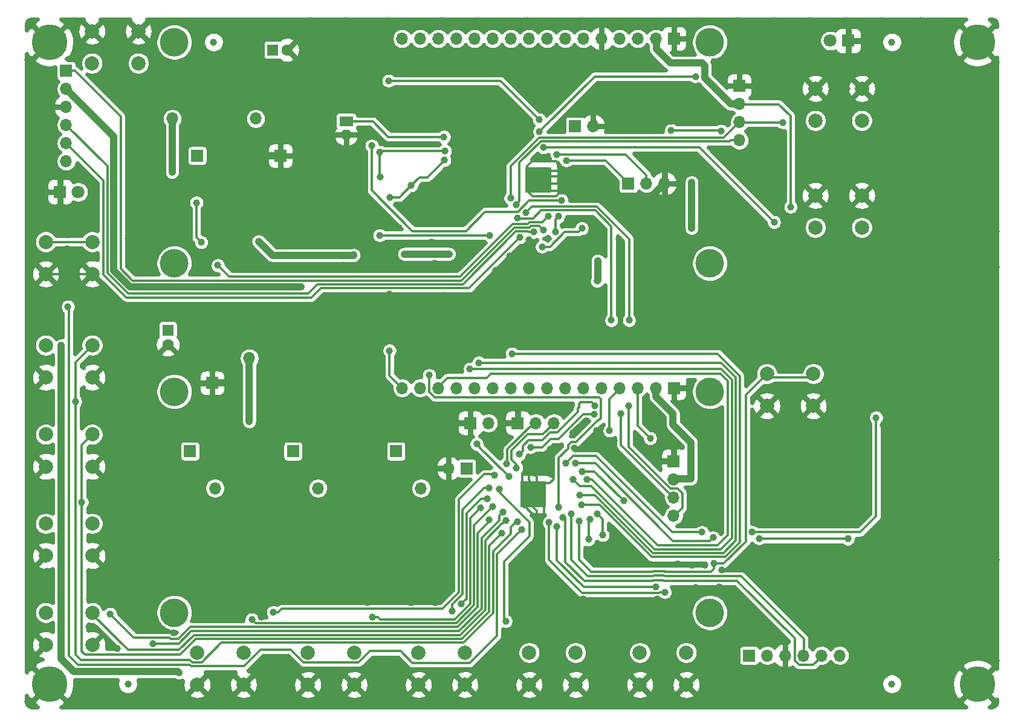
<source format=gbr>
G04 #@! TF.GenerationSoftware,KiCad,Pcbnew,(5.1.5-0-10_14)*
G04 #@! TF.CreationDate,2020-05-31T11:52:53+02:00*
G04 #@! TF.ProjectId,Main_Board_v1_2_smd,4d61696e-5f42-46f6-9172-645f76315f32,rev?*
G04 #@! TF.SameCoordinates,Original*
G04 #@! TF.FileFunction,Copper,L2,Bot*
G04 #@! TF.FilePolarity,Positive*
%FSLAX46Y46*%
G04 Gerber Fmt 4.6, Leading zero omitted, Abs format (unit mm)*
G04 Created by KiCad (PCBNEW (5.1.5-0-10_14)) date 2020-05-31 11:52:53*
%MOMM*%
%LPD*%
G04 APERTURE LIST*
%ADD10C,4.000000*%
%ADD11O,1.700000X1.700000*%
%ADD12R,1.700000X1.700000*%
%ADD13C,0.100000*%
%ADD14C,0.600000*%
%ADD15R,1.900000X1.400000*%
%ADD16O,1.600000X1.400000*%
%ADD17C,5.000000*%
%ADD18C,1.000000*%
%ADD19C,2.000000*%
%ADD20C,1.800000*%
%ADD21R,1.800000X1.800000*%
%ADD22C,1.600000*%
%ADD23R,1.600000X1.600000*%
%ADD24C,1.000000*%
%ADD25C,0.350000*%
%ADD26C,0.600000*%
G04 APERTURE END LIST*
D10*
X48857854Y-85869383D03*
X48857854Y-116869383D03*
X123857854Y-116869383D03*
X123857854Y-85869383D03*
D11*
X80757854Y-85369383D03*
X83297854Y-85369383D03*
X85837854Y-85369383D03*
X88377854Y-85369383D03*
X90917854Y-85369383D03*
X93457854Y-85369383D03*
X95997854Y-85369383D03*
X98537854Y-85369383D03*
X101077854Y-85369383D03*
X103617854Y-85369383D03*
X106157854Y-85369383D03*
X108697854Y-85369383D03*
X111237854Y-85369383D03*
X113777854Y-85369383D03*
X116317854Y-85369383D03*
D12*
X118857854Y-85369383D03*
G04 #@! TA.AperFunction,Conductor*
D13*
G36*
X100700060Y-98469487D02*
G01*
X100724328Y-98473087D01*
X100748127Y-98479048D01*
X100771226Y-98487313D01*
X100793404Y-98497802D01*
X100814447Y-98510415D01*
X100834153Y-98525030D01*
X100852331Y-98541506D01*
X100868807Y-98559684D01*
X100883422Y-98579390D01*
X100896035Y-98600433D01*
X100906524Y-98622611D01*
X100914789Y-98645710D01*
X100920750Y-98669509D01*
X100924350Y-98693777D01*
X100925554Y-98718281D01*
X100925554Y-101818285D01*
X100924350Y-101842789D01*
X100920750Y-101867057D01*
X100914789Y-101890856D01*
X100906524Y-101913955D01*
X100896035Y-101936133D01*
X100883422Y-101957176D01*
X100868807Y-101976882D01*
X100852331Y-101995060D01*
X100834153Y-102011536D01*
X100814447Y-102026151D01*
X100793404Y-102038764D01*
X100771226Y-102049253D01*
X100748127Y-102057518D01*
X100724328Y-102063479D01*
X100700060Y-102067079D01*
X100675556Y-102068283D01*
X97575552Y-102068283D01*
X97551048Y-102067079D01*
X97526780Y-102063479D01*
X97502981Y-102057518D01*
X97479882Y-102049253D01*
X97457704Y-102038764D01*
X97436661Y-102026151D01*
X97416955Y-102011536D01*
X97398777Y-101995060D01*
X97382301Y-101976882D01*
X97367686Y-101957176D01*
X97355073Y-101936133D01*
X97344584Y-101913955D01*
X97336319Y-101890856D01*
X97330358Y-101867057D01*
X97326758Y-101842789D01*
X97325554Y-101818285D01*
X97325554Y-98718281D01*
X97326758Y-98693777D01*
X97330358Y-98669509D01*
X97336319Y-98645710D01*
X97344584Y-98622611D01*
X97355073Y-98600433D01*
X97367686Y-98579390D01*
X97382301Y-98559684D01*
X97398777Y-98541506D01*
X97416955Y-98525030D01*
X97436661Y-98510415D01*
X97457704Y-98497802D01*
X97479882Y-98487313D01*
X97502981Y-98479048D01*
X97526780Y-98473087D01*
X97551048Y-98469487D01*
X97575552Y-98468283D01*
X100675556Y-98468283D01*
X100700060Y-98469487D01*
G37*
G04 #@! TD.AperFunction*
D14*
X100675554Y-98718283D03*
X100675554Y-99751616D03*
X100675554Y-100784950D03*
X100675554Y-101818283D03*
X99642221Y-98718283D03*
X99642221Y-99751616D03*
X99642221Y-100784950D03*
X99642221Y-101818283D03*
X98608887Y-98718283D03*
X98608887Y-99751616D03*
X98608887Y-100784950D03*
X98608887Y-101818283D03*
X97575554Y-98718283D03*
X97575554Y-99751616D03*
X97575554Y-100784950D03*
X97575554Y-101818283D03*
G04 #@! TA.AperFunction,Conductor*
D13*
G36*
X101398560Y-54400487D02*
G01*
X101422828Y-54404087D01*
X101446627Y-54410048D01*
X101469726Y-54418313D01*
X101491904Y-54428802D01*
X101512947Y-54441415D01*
X101532653Y-54456030D01*
X101550831Y-54472506D01*
X101567307Y-54490684D01*
X101581922Y-54510390D01*
X101594535Y-54531433D01*
X101605024Y-54553611D01*
X101613289Y-54576710D01*
X101619250Y-54600509D01*
X101622850Y-54624777D01*
X101624054Y-54649281D01*
X101624054Y-57749285D01*
X101622850Y-57773789D01*
X101619250Y-57798057D01*
X101613289Y-57821856D01*
X101605024Y-57844955D01*
X101594535Y-57867133D01*
X101581922Y-57888176D01*
X101567307Y-57907882D01*
X101550831Y-57926060D01*
X101532653Y-57942536D01*
X101512947Y-57957151D01*
X101491904Y-57969764D01*
X101469726Y-57980253D01*
X101446627Y-57988518D01*
X101422828Y-57994479D01*
X101398560Y-57998079D01*
X101374056Y-57999283D01*
X98274052Y-57999283D01*
X98249548Y-57998079D01*
X98225280Y-57994479D01*
X98201481Y-57988518D01*
X98178382Y-57980253D01*
X98156204Y-57969764D01*
X98135161Y-57957151D01*
X98115455Y-57942536D01*
X98097277Y-57926060D01*
X98080801Y-57907882D01*
X98066186Y-57888176D01*
X98053573Y-57867133D01*
X98043084Y-57844955D01*
X98034819Y-57821856D01*
X98028858Y-57798057D01*
X98025258Y-57773789D01*
X98024054Y-57749285D01*
X98024054Y-54649281D01*
X98025258Y-54624777D01*
X98028858Y-54600509D01*
X98034819Y-54576710D01*
X98043084Y-54553611D01*
X98053573Y-54531433D01*
X98066186Y-54510390D01*
X98080801Y-54490684D01*
X98097277Y-54472506D01*
X98115455Y-54456030D01*
X98135161Y-54441415D01*
X98156204Y-54428802D01*
X98178382Y-54418313D01*
X98201481Y-54410048D01*
X98225280Y-54404087D01*
X98249548Y-54400487D01*
X98274052Y-54399283D01*
X101374056Y-54399283D01*
X101398560Y-54400487D01*
G37*
G04 #@! TD.AperFunction*
D14*
X101374054Y-57749283D03*
X100340721Y-57749283D03*
X99307387Y-57749283D03*
X98274054Y-57749283D03*
X101374054Y-56715950D03*
X100340721Y-56715950D03*
X99307387Y-56715950D03*
X98274054Y-56715950D03*
X101374054Y-55682616D03*
X100340721Y-55682616D03*
X99307387Y-55682616D03*
X98274054Y-55682616D03*
X101374054Y-54649283D03*
X100340721Y-54649283D03*
X99307387Y-54649283D03*
X98274054Y-54649283D03*
D15*
X72939854Y-47955383D03*
D16*
X72939854Y-49855383D03*
D17*
X161357854Y-126869383D03*
X31357854Y-36869383D03*
X31357854Y-126869383D03*
X161357854Y-36869383D03*
D18*
X54357854Y-36869383D03*
X42357854Y-126869383D03*
X149357854Y-126869383D03*
X149357854Y-36869383D03*
D19*
X131857854Y-87869383D03*
X131857854Y-83369383D03*
X138357854Y-87869383D03*
X138357854Y-83369383D03*
X37329754Y-39828983D03*
X37329754Y-35328983D03*
X43829754Y-39828983D03*
X43829754Y-35328983D03*
D11*
X142057854Y-122869383D03*
X139517854Y-122869383D03*
X136977854Y-122869383D03*
X134437854Y-122869383D03*
X131897854Y-122869383D03*
D12*
X129357854Y-122869383D03*
D11*
X33707854Y-53569383D03*
X33707854Y-51029383D03*
X33707854Y-48489383D03*
X33707854Y-45949383D03*
X33707854Y-43409383D03*
D12*
X33707854Y-40869383D03*
D19*
X67557854Y-122469383D03*
X67557854Y-126969383D03*
X74057854Y-122469383D03*
X74057854Y-126969383D03*
D11*
X92847854Y-90269383D03*
D12*
X90307854Y-90269383D03*
D19*
X30857854Y-79369383D03*
X30857854Y-83869383D03*
X37357854Y-79369383D03*
X37357854Y-83869383D03*
X98557854Y-122469383D03*
X98557854Y-126969383D03*
X105057854Y-122469383D03*
X105057854Y-126969383D03*
X30857854Y-64869383D03*
X30857854Y-69369383D03*
X37357854Y-64869383D03*
X37357854Y-69369383D03*
X52057854Y-122469383D03*
X52057854Y-126969383D03*
X58557854Y-122469383D03*
X58557854Y-126969383D03*
X30857854Y-104369383D03*
X30857854Y-108869383D03*
X37357854Y-104369383D03*
X37357854Y-108869383D03*
X30857854Y-91869383D03*
X30857854Y-96369383D03*
X37357854Y-91869383D03*
X37357854Y-96369383D03*
X83057854Y-122469383D03*
X83057854Y-126969383D03*
X89557854Y-122469383D03*
X89557854Y-126969383D03*
X114057854Y-122469383D03*
X114057854Y-126969383D03*
X120557854Y-122469383D03*
X120557854Y-126969383D03*
X30857854Y-116869383D03*
X30857854Y-121369383D03*
X37357854Y-116869383D03*
X37357854Y-121369383D03*
D12*
X51057854Y-94219383D03*
D11*
X54557854Y-99419383D03*
D20*
X35397854Y-57869383D03*
D21*
X32857854Y-57869383D03*
D19*
X145147954Y-62869383D03*
X145147954Y-58369383D03*
X138647954Y-62869383D03*
X138647954Y-58369383D03*
X145147954Y-47869383D03*
X145147954Y-43369383D03*
X138647954Y-47869383D03*
X138647954Y-43369383D03*
D20*
X140717854Y-36669383D03*
D21*
X143257854Y-36669383D03*
D11*
X107505014Y-48652943D03*
D12*
X104965014Y-48652943D03*
D11*
X87267854Y-96619383D03*
D12*
X89807854Y-96619383D03*
D11*
X118797854Y-103227383D03*
X118797854Y-100687383D03*
X118797854Y-98147383D03*
D12*
X118797854Y-95607383D03*
D11*
X102037854Y-90269383D03*
X99497854Y-90269383D03*
D12*
X96957854Y-90269383D03*
X65483854Y-94219383D03*
D11*
X68983854Y-99419383D03*
D12*
X79909854Y-94219383D03*
D11*
X83409854Y-99419383D03*
D12*
X54157854Y-84669383D03*
D11*
X59357854Y-81169383D03*
X128000000Y-50620000D03*
X128000000Y-48080000D03*
X128000000Y-45540000D03*
D12*
X128000000Y-43000000D03*
D11*
X117532934Y-56694583D03*
X114992934Y-56694583D03*
D12*
X112452934Y-56694583D03*
X63750974Y-52782983D03*
D11*
X60250974Y-47582983D03*
D12*
X52066974Y-52782983D03*
D11*
X48566974Y-47582983D03*
D22*
X47957854Y-79269383D03*
D23*
X47957854Y-77269383D03*
D22*
X64663854Y-37949383D03*
D23*
X62663854Y-37949383D03*
D10*
X48857854Y-36869383D03*
X48857854Y-67869383D03*
X123857854Y-67869383D03*
X123857854Y-36869383D03*
D11*
X80757854Y-36369383D03*
X83297854Y-36369383D03*
X85837854Y-36369383D03*
X88377854Y-36369383D03*
X90917854Y-36369383D03*
X93457854Y-36369383D03*
X95997854Y-36369383D03*
X98537854Y-36369383D03*
X101077854Y-36369383D03*
X103617854Y-36369383D03*
X106157854Y-36369383D03*
X108697854Y-36369383D03*
X111237854Y-36369383D03*
X113777854Y-36369383D03*
X116317854Y-36369383D03*
D12*
X118857854Y-36369383D03*
D18*
X124418874Y-39625783D03*
X48526214Y-60611263D03*
X149872214Y-47408343D03*
X130405653Y-62394342D03*
X55057854Y-105069383D03*
X84057854Y-105069383D03*
X75857854Y-105069383D03*
X69557854Y-105069383D03*
X61357854Y-105069383D03*
X46957854Y-105069383D03*
X79157854Y-86519383D03*
X140641854Y-112085383D03*
X127528196Y-59599041D03*
X89007854Y-62169381D03*
X110407854Y-59569379D03*
X119107852Y-78469383D03*
X114746552Y-64174883D03*
X139357854Y-115869383D03*
X86626214Y-50146463D03*
X48546534Y-55104543D03*
X112507854Y-87869383D03*
X111407854Y-88969383D03*
X52625774Y-64934343D03*
X51957854Y-59369383D03*
X82044054Y-56979063D03*
X79021454Y-58645303D03*
X86699670Y-53435724D03*
X77654934Y-52281343D03*
X86773534Y-52137823D03*
X77657852Y-55769383D03*
X102427554Y-52605183D03*
X103761054Y-53456083D03*
X132864374Y-62109863D03*
X121857853Y-41669383D03*
X54957854Y-68169383D03*
X76511934Y-51380903D03*
X87357854Y-66569383D03*
X121325154Y-56516783D03*
X121325154Y-62917583D03*
X60647094Y-64787023D03*
X73997334Y-66727583D03*
X77609214Y-63953903D03*
X134078494Y-48124623D03*
X59357854Y-90069383D03*
X33007854Y-79419377D03*
X33007854Y-111669383D03*
X33007854Y-99869383D03*
X49507855Y-125269382D03*
X118707854Y-90519383D03*
X111807854Y-101169383D03*
X143207854Y-106519383D03*
X147157854Y-89519383D03*
X91207854Y-93219383D03*
X78879214Y-42292783D03*
X99945285Y-47722614D03*
X79007854Y-80119383D03*
X115507854Y-92419383D03*
X96157852Y-80569383D03*
X90257854Y-82669383D03*
X35907854Y-101369385D03*
X87757854Y-116669383D03*
X90957854Y-55269383D03*
X108357854Y-54869383D03*
X78157854Y-78569383D03*
X114857854Y-86869383D03*
X114857854Y-86869383D03*
X114857854Y-86869383D03*
X114357854Y-52869383D03*
X114357854Y-52869383D03*
X42357854Y-64369383D03*
X38357854Y-41869383D03*
X28357854Y-39369383D03*
X28857854Y-54369383D03*
X31857854Y-54369383D03*
X73857854Y-99369383D03*
X76357854Y-95369383D03*
X75857854Y-100369383D03*
X78357854Y-102369383D03*
X81357854Y-98869383D03*
X79357854Y-96369383D03*
X81357854Y-95869383D03*
X70357854Y-91869383D03*
X72357854Y-93869383D03*
X70357854Y-96369383D03*
X65357854Y-106869383D03*
X66857854Y-103869383D03*
X55857854Y-89869383D03*
X55357854Y-94869383D03*
X57357854Y-92369383D03*
X57357854Y-95869383D03*
X54357854Y-102369383D03*
X48857854Y-91369383D03*
X48857854Y-89369383D03*
X78357854Y-91869383D03*
X63857854Y-86369383D03*
X63857854Y-82369383D03*
X57357854Y-86369383D03*
X54857854Y-78869383D03*
X50857854Y-78869383D03*
X59357854Y-78369383D03*
X73357854Y-78369383D03*
X57857854Y-58369383D03*
X60857854Y-55869383D03*
X61857854Y-48869383D03*
X65857854Y-55869383D03*
X66987774Y-57999303D03*
X69857854Y-64869383D03*
X77857854Y-65869383D03*
X85857854Y-58869383D03*
X86857854Y-54869383D03*
X84857854Y-38369383D03*
X82357854Y-39869383D03*
X88357854Y-40869383D03*
X85357854Y-44369383D03*
X90357854Y-44369383D03*
X90357854Y-47369383D03*
X91357854Y-52869383D03*
X114857854Y-45869383D03*
X126857854Y-35869383D03*
X155457854Y-39269383D03*
X151357854Y-40369383D03*
X152357854Y-36869383D03*
X157457854Y-34769383D03*
X153357854Y-33869383D03*
X147857854Y-33869383D03*
X142857854Y-33869383D03*
X137857854Y-33869383D03*
X132857854Y-33869383D03*
X127857854Y-33869383D03*
X122357854Y-33869383D03*
X105857854Y-33869383D03*
X98357854Y-33869383D03*
X91357854Y-33869383D03*
X86357854Y-33869383D03*
X78857854Y-33869383D03*
X72857854Y-33869383D03*
X67857854Y-33869383D03*
X59757855Y-33969382D03*
X53257855Y-33969382D03*
X52857854Y-38869383D03*
X48857854Y-40869383D03*
X46357854Y-39869383D03*
X40357854Y-37869383D03*
X40398253Y-34328984D03*
X28857854Y-34369383D03*
X34857854Y-33869383D03*
X28857854Y-42369383D03*
X28857854Y-45869383D03*
X28857854Y-49369383D03*
X28857854Y-60369383D03*
X28857854Y-67369383D03*
X28884283Y-73342954D03*
X28941426Y-81285811D03*
X28957854Y-89269383D03*
X28957854Y-99769383D03*
X28929282Y-112440811D03*
X28877695Y-118889224D03*
X28857854Y-123869383D03*
X28357854Y-129369383D03*
X35357854Y-129869383D03*
X40857854Y-121869383D03*
X36857854Y-118869383D03*
X37857854Y-114369383D03*
X37857854Y-111869383D03*
X37357854Y-106369383D03*
X37357854Y-101869383D03*
X37357854Y-98869383D03*
X37357854Y-93869383D03*
X37357854Y-89869383D03*
X37857854Y-81369383D03*
X37357854Y-77369383D03*
X35357854Y-79369383D03*
X35357854Y-75869383D03*
X34857854Y-71869383D03*
X36857854Y-66869383D03*
X33857854Y-65869383D03*
X33857854Y-63869383D03*
X34857854Y-55869383D03*
X35357854Y-54369383D03*
X37857854Y-56869383D03*
X37857854Y-62869383D03*
X40357854Y-43869383D03*
X42857854Y-50369383D03*
X45857854Y-50369383D03*
X50357854Y-49869383D03*
X51857854Y-46869383D03*
X47857854Y-44869383D03*
X43857854Y-43869383D03*
X42357854Y-41369383D03*
X53857854Y-42869383D03*
X55857854Y-45869383D03*
X58857854Y-44369383D03*
X60357854Y-41369383D03*
X59857854Y-37869383D03*
X63330855Y-35396382D03*
X56357854Y-35369383D03*
X56857854Y-40369383D03*
X64663854Y-42063383D03*
X64663854Y-46563383D03*
X67857854Y-36869383D03*
X67857854Y-40869383D03*
X67857854Y-44869383D03*
X67857854Y-48869383D03*
X71357854Y-38869383D03*
X71357854Y-42369383D03*
X75857854Y-40869383D03*
X79357854Y-40369383D03*
X82357854Y-44869383D03*
X79857854Y-44369383D03*
X75857854Y-44869383D03*
X72857854Y-43869383D03*
X77357854Y-46869383D03*
X82357854Y-47869383D03*
X81357854Y-49069383D03*
X83357854Y-48869383D03*
X80357854Y-59869383D03*
X82857854Y-61869383D03*
X80357854Y-62869383D03*
X77357854Y-60369383D03*
X74357854Y-63869383D03*
X69857854Y-61369383D03*
X71357854Y-62369383D03*
X73857854Y-60869383D03*
X74857854Y-56869383D03*
X73028844Y-55698393D03*
X69302934Y-56424303D03*
X69357854Y-51869383D03*
X71857854Y-52369383D03*
X74857854Y-53369383D03*
X77857854Y-67369383D03*
X92032855Y-65194382D03*
X88857854Y-65369383D03*
X84857854Y-64869383D03*
X85357854Y-67869383D03*
X95857854Y-66869383D03*
X93857854Y-68869383D03*
X98557854Y-64569383D03*
X101157854Y-64369383D03*
X101257854Y-66769383D03*
X99257854Y-66769383D03*
X112857854Y-62869383D03*
X116757854Y-62769383D03*
X119357854Y-64569383D03*
X127157854Y-64569383D03*
X118128196Y-59599041D03*
X123728196Y-59599041D03*
X119757854Y-57669383D03*
X123057854Y-57569383D03*
X121257854Y-53969383D03*
X125257854Y-51969383D03*
X127157854Y-53969383D03*
X132157854Y-54469383D03*
X143357854Y-49369383D03*
X140157854Y-49369383D03*
X136757854Y-51169383D03*
X134057854Y-53869383D03*
X130257854Y-57669383D03*
X128257854Y-55769383D03*
X125857854Y-56869383D03*
X123957854Y-54869383D03*
X132257854Y-59369383D03*
X133957854Y-57569383D03*
X133757854Y-60569383D03*
X136557854Y-54869383D03*
X136557854Y-56769383D03*
X139257854Y-52069383D03*
X143757854Y-52069383D03*
X145757854Y-54769383D03*
X139857854Y-55469383D03*
X142557854Y-53669383D03*
X142557854Y-56169383D03*
X141957854Y-58369383D03*
X146157854Y-61169383D03*
X143357854Y-61569383D03*
X140257854Y-61669383D03*
X136657854Y-61569383D03*
X136957854Y-60069383D03*
X131819274Y-63807963D03*
X129519274Y-61507963D03*
X133757854Y-63469383D03*
X136557854Y-63969383D03*
X135689774Y-67037463D03*
X140557854Y-63969383D03*
X145857854Y-65169383D03*
X142657854Y-64069383D03*
X140289774Y-67037463D03*
X137989774Y-67037463D03*
X147857854Y-67969383D03*
X148457854Y-58569383D03*
X148557854Y-63669383D03*
X151557854Y-64369383D03*
X151457854Y-68069383D03*
X157057854Y-65769383D03*
X156157854Y-67969383D03*
X153857854Y-65669383D03*
X153857854Y-67969383D03*
X160057854Y-65569383D03*
X160357854Y-61069383D03*
X163857854Y-59669383D03*
X163957854Y-63369383D03*
X163957854Y-68369383D03*
X151557854Y-61369383D03*
X153757854Y-60969383D03*
X153657854Y-58769383D03*
X150857854Y-57469383D03*
X150857854Y-54769383D03*
X149870096Y-52257141D03*
X148657854Y-43369383D03*
X156957854Y-44269383D03*
X162457854Y-51069383D03*
X162557854Y-56869383D03*
X159757854Y-54369383D03*
X154557854Y-54569383D03*
X153807854Y-45819383D03*
X154557854Y-51769383D03*
X158257854Y-48869383D03*
X158257854Y-51969383D03*
X163857854Y-48269383D03*
X159857854Y-43169383D03*
X161557854Y-45969383D03*
X162857854Y-40669383D03*
X163657854Y-43669383D03*
X163957854Y-39669383D03*
X163757854Y-34169383D03*
X145757854Y-36469383D03*
X142957854Y-39469383D03*
X138657854Y-37169383D03*
X135357854Y-37369383D03*
X129957854Y-37269383D03*
X128806434Y-40520803D03*
X121257854Y-38169383D03*
X95257854Y-46169383D03*
X96857854Y-41069383D03*
X98857854Y-43169383D03*
X101557854Y-38769383D03*
X94757854Y-37869383D03*
X97257854Y-37869383D03*
X99857854Y-37869383D03*
X94657854Y-40769383D03*
X94657854Y-43969383D03*
X96957854Y-46669383D03*
X96357854Y-52169383D03*
X94457854Y-50269383D03*
X96257854Y-48169383D03*
X103057854Y-40369383D03*
X102357854Y-37769383D03*
X99157854Y-39869383D03*
X100757854Y-41569383D03*
X85657854Y-40169383D03*
X87557854Y-43869383D03*
X108557854Y-40369383D03*
X105557854Y-45669383D03*
X108457854Y-42869383D03*
X112046534Y-42838883D03*
X112157854Y-46569383D03*
X109357854Y-45769383D03*
X110557854Y-38269383D03*
X112157854Y-38069383D03*
X112257854Y-40369383D03*
X110457854Y-40469383D03*
X113757854Y-48569383D03*
X118457854Y-46269383D03*
X118457854Y-47969383D03*
X119657854Y-43869383D03*
X122327237Y-43000000D03*
X125132854Y-45944383D03*
X123132854Y-47944383D03*
X120357854Y-47969383D03*
X122957854Y-44969383D03*
X120957854Y-45969383D03*
X133357854Y-42769383D03*
X133257854Y-38269383D03*
X136257854Y-42669383D03*
X139257854Y-40969383D03*
X141157854Y-43369383D03*
X139857854Y-45869383D03*
X146157854Y-45769383D03*
X143457854Y-46569383D03*
X143057854Y-43369383D03*
X145257854Y-40769383D03*
X146657854Y-41069383D03*
X149457854Y-40469383D03*
X147457854Y-38269383D03*
X151857854Y-38369383D03*
X136257854Y-39669383D03*
X140357854Y-39169383D03*
X46157854Y-68969383D03*
X43557854Y-69169383D03*
X42457854Y-66369383D03*
X46389655Y-60161264D03*
X45457854Y-63369383D03*
X46757854Y-65569383D03*
X51357854Y-69169383D03*
X58657854Y-67969383D03*
X62409854Y-64517383D03*
X66057854Y-64969383D03*
X66757854Y-60669383D03*
X63357854Y-74069383D03*
X59957854Y-74069383D03*
X54457854Y-74069383D03*
X49557854Y-73969383D03*
X45557854Y-74369383D03*
X41357854Y-74069383D03*
X39057854Y-72069383D03*
X68757854Y-74269383D03*
X72557854Y-74169383D03*
X75257853Y-73069384D03*
X82257854Y-72469383D03*
X86557854Y-72369383D03*
X89557854Y-72669383D03*
X91957854Y-72369383D03*
X98757854Y-68869383D03*
X105357854Y-68869383D03*
X95657854Y-72269383D03*
X99257854Y-72569383D03*
X102557854Y-72369383D03*
X105557854Y-72569383D03*
X108857854Y-72369383D03*
X111410854Y-66016383D03*
X111157854Y-64469383D03*
X111274804Y-67786333D03*
X111357854Y-72169383D03*
X113657854Y-70369383D03*
X115957854Y-67869383D03*
X117757854Y-66269383D03*
X122457854Y-64569383D03*
X125157854Y-64669383D03*
X129057854Y-66269383D03*
X131557854Y-68769383D03*
X133357854Y-70569383D03*
X137057854Y-71269383D03*
X141657854Y-71469383D03*
X146257854Y-71469383D03*
X150657854Y-71369383D03*
X154157854Y-71369383D03*
X157557854Y-71669383D03*
X159857854Y-70069383D03*
X162157854Y-66869383D03*
X162057854Y-72569383D03*
X163757854Y-74369383D03*
X163657854Y-76969383D03*
X163657854Y-80769383D03*
X163557854Y-83769383D03*
X163657854Y-87469383D03*
X160257854Y-87569383D03*
X160657854Y-80869383D03*
X160657854Y-82869383D03*
X160457854Y-90169383D03*
X163657854Y-93369383D03*
X161857854Y-91669383D03*
X163157854Y-89569383D03*
X155957854Y-88419383D03*
X151457854Y-86569383D03*
X150957854Y-87869383D03*
X151257854Y-90269383D03*
X154157854Y-87469383D03*
X161157854Y-97969383D03*
X160957854Y-95569383D03*
X158357854Y-92969383D03*
X156357854Y-89969383D03*
X157457854Y-98269383D03*
X154657854Y-98269383D03*
X151457854Y-94769383D03*
X153282854Y-91094383D03*
X155457854Y-94369383D03*
X158457854Y-96269383D03*
X151557854Y-96869383D03*
X153957854Y-102669383D03*
X152057854Y-104969383D03*
X150907854Y-102219383D03*
X148757854Y-104969383D03*
X149357854Y-100669383D03*
X149357854Y-96069383D03*
X148157854Y-90569383D03*
X147957854Y-88069383D03*
X147957854Y-85469383D03*
X148057854Y-83469383D03*
X151657854Y-83669383D03*
X153757854Y-82669383D03*
X153757854Y-80769383D03*
X150057854Y-80069383D03*
X148057854Y-79769383D03*
X151557854Y-77069383D03*
X154757854Y-76169383D03*
X157157854Y-76269383D03*
X159757854Y-76069383D03*
X159957854Y-73169383D03*
X156257854Y-73669383D03*
X152657854Y-72769383D03*
X152657854Y-74869383D03*
X149457854Y-73469383D03*
X149457854Y-75769383D03*
X148957854Y-77569383D03*
X146357854Y-77669383D03*
X146557854Y-75269383D03*
X147057854Y-73369383D03*
X144157854Y-72369383D03*
X144057854Y-75769383D03*
X144657854Y-80469383D03*
X149957854Y-82069383D03*
X139157854Y-73169383D03*
X141857854Y-77569383D03*
X138057854Y-76869383D03*
X136557854Y-74469383D03*
X135457854Y-73669383D03*
X130857854Y-71669383D03*
X128757854Y-69769383D03*
X128157854Y-73269383D03*
X122957854Y-73869383D03*
X121757854Y-77869383D03*
X124057854Y-78969383D03*
X127157854Y-79769383D03*
X128657854Y-81569383D03*
X129257854Y-84169383D03*
X130557854Y-81769383D03*
X133857854Y-82769383D03*
X136357854Y-82469383D03*
X140657854Y-82769383D03*
X131357854Y-78669383D03*
X128257854Y-76269383D03*
X132757854Y-74569383D03*
X133657854Y-79169383D03*
X138857854Y-79769383D03*
X141857854Y-75369383D03*
X144057854Y-83669383D03*
X141157854Y-85869383D03*
X136157854Y-85369383D03*
X133957854Y-85569383D03*
X133757854Y-90669383D03*
X136657854Y-90669383D03*
X141757854Y-89469383D03*
X143357854Y-86069383D03*
X146557854Y-87169383D03*
X144757854Y-91469383D03*
X131507854Y-92419383D03*
X130757854Y-90269383D03*
X131257854Y-95769383D03*
X132057854Y-99269383D03*
X134057854Y-101269383D03*
X134057854Y-108469383D03*
X137407854Y-112019383D03*
X136857854Y-107869383D03*
X141757854Y-107869383D03*
X144057854Y-107569383D03*
X146957854Y-107569383D03*
X151557854Y-107869383D03*
X147157854Y-105269383D03*
X145857854Y-102869383D03*
X144557854Y-104269383D03*
X145857854Y-99769383D03*
X145857854Y-96469383D03*
X145557854Y-92869383D03*
X134057854Y-103869383D03*
X136857854Y-103869383D03*
X140957854Y-103669383D03*
X135257854Y-95269383D03*
X136757854Y-99769383D03*
X140057854Y-100969383D03*
X142657854Y-101169383D03*
X141857854Y-96369383D03*
X138257854Y-95869383D03*
X140257854Y-92869383D03*
X142857854Y-92469383D03*
X143357854Y-98069383D03*
X148157854Y-108769383D03*
X147107854Y-112019383D03*
X139557854Y-109669383D03*
X150157854Y-109169383D03*
X154679104Y-109690633D03*
X152729104Y-111640633D03*
X163857854Y-104669383D03*
X160457854Y-105169383D03*
X159957854Y-108969383D03*
X163957854Y-109469383D03*
X163857854Y-112169383D03*
X163857854Y-115669383D03*
X163657854Y-119669383D03*
X163957854Y-123569383D03*
X163757854Y-129769383D03*
X159957854Y-120169383D03*
X157357854Y-120569383D03*
X154657854Y-120269383D03*
X159257854Y-111569383D03*
X156857854Y-113969383D03*
X154357854Y-115569383D03*
X151757854Y-115769383D03*
X148457854Y-115369383D03*
X145257854Y-115369383D03*
X142257854Y-115769383D03*
X136457854Y-116769383D03*
X133357854Y-120169383D03*
X138457854Y-121269383D03*
X137957854Y-119169383D03*
X140957854Y-121269383D03*
X144357854Y-118769383D03*
X145157854Y-121869383D03*
X149057854Y-118769383D03*
X150857854Y-122369383D03*
X147457854Y-122869383D03*
X145057854Y-124769383D03*
X151457854Y-125469383D03*
X157757854Y-124769383D03*
X158607854Y-129619383D03*
X155057854Y-129669383D03*
X150757854Y-129669383D03*
X154857854Y-127169383D03*
X146157854Y-129669383D03*
X140857854Y-124469383D03*
X137957854Y-125469383D03*
X134437854Y-125389383D03*
X133157854Y-124669383D03*
X129674883Y-126886412D03*
X130157854Y-129669383D03*
X134157854Y-129669383D03*
X138557854Y-129669383D03*
X142357854Y-129669383D03*
X142857854Y-126769383D03*
X147057854Y-126969383D03*
X135007854Y-127519383D03*
X140057854Y-127569383D03*
X121157854Y-84569383D03*
X125257854Y-88669383D03*
X120357854Y-87669383D03*
X120357854Y-90069383D03*
X122757854Y-88669383D03*
X122657854Y-92469383D03*
X125257854Y-90669383D03*
X122657854Y-96669383D03*
X125057854Y-96669383D03*
X125057854Y-93569383D03*
X122857854Y-94469383D03*
X122857854Y-90569383D03*
X113257854Y-96969383D03*
X108718354Y-92708883D03*
X110471076Y-92782605D03*
X96757854Y-110169383D03*
X99357854Y-109369383D03*
X101157854Y-110769383D03*
X96757854Y-112269383D03*
X99257854Y-112169383D03*
X87557854Y-111969383D03*
X87557854Y-110069383D03*
X87657854Y-107969383D03*
X87557854Y-106569383D03*
X87507854Y-103819383D03*
X87257854Y-100969383D03*
X89057854Y-98569383D03*
X85657854Y-98669383D03*
X84757854Y-97269383D03*
X85157854Y-100769383D03*
X83157854Y-101969383D03*
X81657854Y-103569383D03*
X80157854Y-105069383D03*
X80157854Y-107469383D03*
X81657854Y-107469383D03*
X82157854Y-105069383D03*
X85357854Y-103369383D03*
X82257854Y-113169383D03*
X82057854Y-110869383D03*
X79657854Y-110869383D03*
X76157854Y-113269383D03*
X75857854Y-111669383D03*
X71957854Y-107969383D03*
X71657854Y-112069383D03*
X71857854Y-109869383D03*
X73957854Y-111869383D03*
X75857854Y-106569383D03*
X73857854Y-105069383D03*
X75857854Y-108369383D03*
X80257854Y-100569383D03*
X77457854Y-97869383D03*
X78957854Y-99269383D03*
X84857854Y-91669383D03*
X82057854Y-86769383D03*
X77757854Y-88269383D03*
X76832844Y-91144393D03*
X74432864Y-91144393D03*
X80132864Y-88394373D03*
X81932864Y-88394373D03*
X81657854Y-92169383D03*
X85232854Y-89294383D03*
X83532864Y-88394373D03*
X88157854Y-88969383D03*
X87657854Y-90769383D03*
X89057854Y-92769383D03*
X92657854Y-96369383D03*
X91557854Y-96569383D03*
X90907854Y-94619383D03*
X88677853Y-94789382D03*
X87257854Y-94169383D03*
X84857854Y-94269383D03*
X87257854Y-92069383D03*
X86257854Y-93069383D03*
X86282854Y-90344383D03*
X95657854Y-92369383D03*
X94507854Y-94619383D03*
X59157854Y-105069383D03*
X55857854Y-101569383D03*
X50757854Y-106969383D03*
X52757854Y-107769383D03*
X52957854Y-105069383D03*
X48857854Y-103869383D03*
X44557854Y-105169383D03*
X46957854Y-107969383D03*
X28957854Y-105869383D03*
X28957854Y-93269383D03*
X28957854Y-85169383D03*
X40957854Y-76269383D03*
X41257854Y-80769383D03*
X45157854Y-77369383D03*
X45657854Y-81669383D03*
X48357854Y-82069383D03*
X51757854Y-81269383D03*
X54357854Y-81369383D03*
X57457854Y-81769383D03*
X61657854Y-82469383D03*
X61657854Y-86269383D03*
X51957854Y-86669383D03*
X50457854Y-83269383D03*
X46157854Y-83969383D03*
X45957854Y-87869383D03*
X46257854Y-91169383D03*
X43457854Y-92769383D03*
X42357854Y-95969383D03*
X41057854Y-89769383D03*
X41057854Y-84869383D03*
X41257854Y-93569383D03*
X43857854Y-88469383D03*
X43857854Y-83069383D03*
X43257854Y-78169383D03*
X41057854Y-100469383D03*
X41357854Y-105469383D03*
X43157854Y-108069383D03*
X41357854Y-110169383D03*
X47057854Y-111269383D03*
X41257854Y-113869383D03*
X42057854Y-117269383D03*
X44157854Y-119269383D03*
X48757854Y-119669383D03*
X45657854Y-117669383D03*
X44757854Y-113769383D03*
X48257854Y-113669383D03*
X50657854Y-110969383D03*
X53357854Y-111069383D03*
X51057854Y-114269383D03*
X51857854Y-117169383D03*
X54257854Y-113569383D03*
X54357854Y-116669383D03*
X58457854Y-114969383D03*
X61057854Y-117469383D03*
X60557854Y-123969383D03*
X64257854Y-123969383D03*
X61257854Y-129569383D03*
X64757854Y-129569383D03*
X35257854Y-126669383D03*
X37957854Y-126769383D03*
X40457854Y-126769383D03*
X44457854Y-126769383D03*
X39457854Y-129869383D03*
X44457854Y-129869383D03*
X47757854Y-126669383D03*
X49557854Y-126869383D03*
X49307854Y-129719383D03*
X53057854Y-129969383D03*
X54657854Y-126969383D03*
X56257854Y-126969383D03*
X57057854Y-129769383D03*
X61457854Y-126969383D03*
X64557854Y-126969383D03*
X63657854Y-114969383D03*
X66657854Y-114869383D03*
X67757854Y-110969383D03*
X65357854Y-111069383D03*
X61257854Y-111669383D03*
X57457854Y-111669383D03*
X57457854Y-108069383D03*
X61057854Y-113869383D03*
X63957854Y-112669383D03*
X69357854Y-114369383D03*
X76257854Y-123869383D03*
X80057854Y-123869383D03*
X78357854Y-123869383D03*
X62657854Y-123869383D03*
X69657854Y-129869383D03*
X70157854Y-126969383D03*
X71657854Y-126969383D03*
X73057854Y-129869383D03*
X76557854Y-129969383D03*
X76757854Y-126969383D03*
X80357854Y-126969383D03*
X81257854Y-129869383D03*
X85557854Y-126969383D03*
X87157854Y-126969383D03*
X86457854Y-129869383D03*
X92557854Y-126969383D03*
X95757854Y-126969383D03*
X92957854Y-129669383D03*
X95957854Y-129869383D03*
X123198434Y-126909963D03*
X127084304Y-126895833D03*
X127157854Y-129669383D03*
X122957854Y-129669383D03*
X118557854Y-129669383D03*
X114157854Y-129769383D03*
X110457854Y-129969383D03*
X105257854Y-129869383D03*
X100957854Y-129769383D03*
X101057854Y-126969383D03*
X102557854Y-128469383D03*
X107657854Y-128069383D03*
X111557854Y-126969383D03*
X108857854Y-126969383D03*
X111757854Y-128669383D03*
X117057854Y-126969383D03*
X117257854Y-128769383D03*
X119157854Y-113569383D03*
X126957854Y-113669383D03*
X129157854Y-111169383D03*
X128557854Y-117769383D03*
X103757854Y-113969383D03*
X116727754Y-101284283D03*
X115406954Y-100905823D03*
X120457854Y-104269383D03*
X121657854Y-104469383D03*
X106157854Y-114969383D03*
X111257854Y-115169383D03*
X116457854Y-114969383D03*
X118357854Y-115269383D03*
X101957854Y-114869383D03*
X104357854Y-115269383D03*
X108757854Y-115169383D03*
X113957854Y-115169383D03*
X121857854Y-113369383D03*
X125157854Y-113269383D03*
X121057854Y-115569383D03*
X119957854Y-118269383D03*
X118557854Y-121169383D03*
X121357854Y-120369383D03*
X122057854Y-123669383D03*
X123957854Y-123669383D03*
X124157854Y-120169383D03*
X127057854Y-121669383D03*
X129657854Y-120569383D03*
X129257854Y-115969383D03*
X126857854Y-116469383D03*
X126857854Y-119669383D03*
X132357854Y-113669383D03*
X134357854Y-113669383D03*
X129857854Y-107769383D03*
X130557854Y-108869383D03*
X129057854Y-108769383D03*
X82057854Y-115469383D03*
X85440034Y-115414303D03*
X75957854Y-115469383D03*
X73457854Y-114969383D03*
X71257854Y-114669383D03*
X67757854Y-112969383D03*
X69557854Y-101769383D03*
X70657854Y-99769383D03*
X84157854Y-78569383D03*
X89157854Y-78569383D03*
X92557854Y-76769383D03*
X95057854Y-78869383D03*
X98357854Y-78969383D03*
X101957854Y-79169383D03*
X106357854Y-78969383D03*
X108557854Y-78769383D03*
X108257854Y-76469383D03*
X111257854Y-78369383D03*
X111257854Y-77169383D03*
X114057854Y-78869383D03*
X114057854Y-77169383D03*
X117057854Y-78769383D03*
X117657854Y-75269383D03*
X117257854Y-71669383D03*
X119957854Y-68569383D03*
X120257854Y-72969383D03*
X105157854Y-74169383D03*
X104457854Y-76769383D03*
X100357854Y-74369383D03*
X100357854Y-76669383D03*
X96557854Y-76669383D03*
X94057854Y-74869383D03*
X84357854Y-74169383D03*
X80857854Y-77069383D03*
X77857854Y-75569383D03*
X76057854Y-77569383D03*
X69857854Y-77069383D03*
X65557854Y-77469383D03*
X62457854Y-77469383D03*
X66257854Y-75469383D03*
X67857854Y-78069383D03*
X57857854Y-75169383D03*
X87557854Y-76069383D03*
X90457854Y-75269383D03*
X113557854Y-91969383D03*
X115757854Y-93869383D03*
X116419854Y-95607383D03*
X119557854Y-93369383D03*
X116457854Y-90469383D03*
X114839765Y-88451294D03*
X101457854Y-93969383D03*
X104843094Y-93783663D03*
X106542354Y-89968583D03*
X108021907Y-91305330D03*
X109333748Y-93945277D03*
X113757854Y-93369383D03*
X113757854Y-109869383D03*
X119357854Y-110069383D03*
X110457854Y-105869383D03*
X107657854Y-109569383D03*
X110357854Y-107869383D03*
X111357854Y-109469383D03*
X112657854Y-108169383D03*
X123157854Y-110169383D03*
X121357854Y-110169383D03*
X62409854Y-68117383D03*
X67357854Y-68269383D03*
X72657854Y-68169383D03*
X32757854Y-61269383D03*
X36757854Y-60569383D03*
X37757854Y-59069383D03*
X30957854Y-51269383D03*
X30957854Y-47569383D03*
X31057854Y-43069383D03*
X31357854Y-40869383D03*
X31157854Y-61069383D03*
X29657854Y-57869383D03*
X31557854Y-77369383D03*
X28907141Y-76520096D03*
X38857854Y-74769383D03*
X52057854Y-75869383D03*
X37957854Y-86869383D03*
X38757854Y-85669383D03*
X38657854Y-90169383D03*
X38757854Y-93169383D03*
X38857854Y-98369383D03*
X38757854Y-102969383D03*
X38657854Y-100269383D03*
X36957854Y-114969383D03*
X36957854Y-111169383D03*
X31657854Y-114869383D03*
X31057854Y-111069383D03*
X31457854Y-118769383D03*
X28908648Y-115020177D03*
X104745486Y-91681753D03*
X78982853Y-72194426D03*
X94632294Y-57042563D03*
X125500914Y-110900723D03*
X104454474Y-87756243D03*
X42357854Y-64369383D03*
X101352486Y-104237284D03*
X112557854Y-75869383D03*
X98085018Y-60769350D03*
X117565954Y-113991903D03*
X102457844Y-104769383D03*
X110057854Y-75869383D03*
X116265474Y-113252763D03*
X96946093Y-61494349D03*
X100557854Y-51626892D03*
X118460034Y-49211743D03*
X125460274Y-49336203D03*
X100003520Y-49401861D03*
X101193114Y-61302143D03*
X103090510Y-59069361D03*
X92976214Y-103862383D03*
X39887862Y-117069383D03*
X108157313Y-67515482D03*
X108057854Y-70369381D03*
X135175776Y-59969383D03*
X81057856Y-66569381D03*
X66621860Y-71144404D03*
X100357854Y-65569383D03*
X93057854Y-63969383D03*
X105957862Y-62969383D03*
X97257854Y-64244391D03*
X99165936Y-63504494D03*
X96710008Y-59644905D03*
X95944509Y-58753465D03*
X33007850Y-86669383D03*
X33757854Y-124069383D03*
X106882714Y-106605583D03*
X107078294Y-103796343D03*
X108129854Y-103034343D03*
X108850200Y-106000083D03*
X100558114Y-63212221D03*
X103263214Y-103486463D03*
X104474794Y-103034343D03*
X105546674Y-104002083D03*
X124459514Y-109981243D03*
X130757854Y-106469385D03*
X124313089Y-106326715D03*
X105003114Y-95935043D03*
X103710196Y-95894403D03*
X122757854Y-105569383D03*
X129787861Y-105569383D03*
X95394294Y-95952823D03*
X96757858Y-96569383D03*
X95733373Y-97771935D03*
X98757858Y-93669383D03*
X107660924Y-89054181D03*
X107757854Y-87869383D03*
X97157854Y-94669383D03*
X109824034Y-91335102D03*
X105871794Y-101746563D03*
X105655894Y-100390203D03*
X91507854Y-81814373D03*
X104724109Y-98213559D03*
X106618124Y-98209410D03*
X84557854Y-83569391D03*
X102664942Y-102117825D03*
X59707854Y-117819383D03*
X62707854Y-116819383D03*
X93657854Y-97569383D03*
X105942914Y-97047563D03*
X102212505Y-63451274D03*
X102657854Y-61294392D03*
X94708494Y-105757223D03*
X35007854Y-87269383D03*
X96936851Y-104078379D03*
X94357854Y-99569373D03*
X95295234Y-118055903D03*
X92954695Y-99381042D03*
X92712054Y-100870263D03*
X89059085Y-115646855D03*
X33957854Y-73969383D03*
X97502494Y-105246683D03*
X95297774Y-103903023D03*
X94868514Y-102760023D03*
X45857854Y-121214373D03*
X91751934Y-102196145D03*
X76628720Y-117481993D03*
X93410235Y-102022271D03*
D24*
X107697854Y-48272143D02*
X107591374Y-48378623D01*
X50614094Y-56476143D02*
X48526214Y-58564023D01*
X57512734Y-56476143D02*
X50614094Y-56476143D01*
X61205894Y-52782983D02*
X57512734Y-56476143D01*
X48526214Y-58564023D02*
X48526214Y-60611263D01*
X63750974Y-52782983D02*
X61205894Y-52782983D01*
X56007854Y-84669383D02*
X57357854Y-86019383D01*
X54157854Y-84669383D02*
X56007854Y-84669383D01*
X57357854Y-86019383D02*
X57357854Y-86369383D01*
X57357854Y-102769383D02*
X55057854Y-105069383D01*
X55057854Y-105069383D02*
X59157854Y-105069383D01*
X46957854Y-105069383D02*
X52957854Y-105069383D01*
X130405653Y-62394342D02*
X129519274Y-61507963D01*
X127610352Y-59599041D02*
X127528196Y-59599041D01*
X114658138Y-59569379D02*
X110407854Y-59569379D01*
X117532934Y-56694583D02*
X114658138Y-59569379D01*
X111044250Y-59569379D02*
X110407854Y-59569379D01*
X114757854Y-63282983D02*
X111044250Y-59569379D01*
X114757854Y-74119385D02*
X114757854Y-63282983D01*
X119107852Y-78469383D02*
X114757854Y-74119385D01*
X139357854Y-113369383D02*
X140641854Y-112085383D01*
X139357854Y-115869383D02*
X139357854Y-113369383D01*
X48566974Y-55084103D02*
X48546534Y-55104543D01*
X48566974Y-47582983D02*
X48566974Y-55084103D01*
D25*
X111407854Y-88969383D02*
X111407854Y-93369383D01*
X111407854Y-93369383D02*
X118707854Y-100669383D01*
X52625774Y-64934343D02*
X51957854Y-64266423D01*
X51957854Y-64266423D02*
X51957854Y-59369383D01*
X80377814Y-58645303D02*
X79021454Y-58645303D01*
X82044054Y-56979063D02*
X80377814Y-58645303D01*
X86249671Y-53885723D02*
X86249671Y-53885966D01*
X86699670Y-53435724D02*
X86249671Y-53885723D01*
X86249671Y-53885966D02*
X84299574Y-55836063D01*
X83187054Y-55836063D02*
X82044054Y-56979063D01*
X84299574Y-55836063D02*
X83187054Y-55836063D01*
X77654934Y-55766465D02*
X77657852Y-55769383D01*
X77654934Y-52281343D02*
X77654934Y-55766465D01*
X112457853Y-56769382D02*
X112307850Y-56919385D01*
X103761054Y-53456083D02*
X109260154Y-53456083D01*
X109260154Y-53456083D02*
X112498654Y-56694583D01*
D24*
X121325154Y-56516783D02*
X121325154Y-62930283D01*
X73971934Y-66752983D02*
X73997334Y-66727583D01*
X62613054Y-66752983D02*
X73971934Y-66752983D01*
X60647094Y-64787023D02*
X62613054Y-66752983D01*
D25*
X134078494Y-48124623D02*
X128007894Y-48124623D01*
D24*
X59357854Y-81169383D02*
X59357854Y-90069383D01*
X116317854Y-86571464D02*
X118707854Y-88961464D01*
X116317854Y-85369383D02*
X116317854Y-86571464D01*
X118707854Y-88961464D02*
X118707854Y-90519383D01*
X121207854Y-98069383D02*
X121207854Y-93019383D01*
X121207854Y-93019383D02*
X118707854Y-90519383D01*
X118875854Y-98069383D02*
X121207854Y-98069383D01*
X118797854Y-98147383D02*
X118875854Y-98069383D01*
D25*
X94515454Y-42292783D02*
X78879214Y-42292783D01*
X99945285Y-47722614D02*
X94515454Y-42292783D01*
X79007854Y-83619383D02*
X79007854Y-80119383D01*
X80757854Y-85369383D02*
X79007854Y-83619383D01*
X37357854Y-69369383D02*
X30957854Y-69369383D01*
X30957854Y-69369383D02*
X30857854Y-69469383D01*
D24*
X130905652Y-62894341D02*
X130405653Y-62394342D01*
X133180694Y-65169383D02*
X130905652Y-62894341D01*
X147057854Y-65169383D02*
X145857854Y-65169383D01*
X149872214Y-62355023D02*
X148557854Y-63669383D01*
X149872214Y-47408343D02*
X149872214Y-62355023D01*
X89007854Y-57219383D02*
X90457855Y-55769382D01*
X90457855Y-55769382D02*
X90957854Y-55269383D01*
X89007854Y-62169381D02*
X89007854Y-57219383D01*
X110407854Y-59569379D02*
X108357854Y-57519379D01*
X108357854Y-57519379D02*
X108357854Y-54869383D01*
D25*
X79157854Y-86519383D02*
X77657855Y-85019384D01*
X77657855Y-79069382D02*
X78157854Y-78569383D01*
X77657855Y-85019384D02*
X77657855Y-79069382D01*
D24*
X57357854Y-92369383D02*
X57357854Y-95869383D01*
X57357854Y-95869383D02*
X57357854Y-102769383D01*
X57357854Y-86369383D02*
X57357854Y-92369383D01*
X129519274Y-61507963D02*
X127610352Y-59599041D01*
X145857854Y-65169383D02*
X133180694Y-65169383D01*
X148557854Y-63669383D02*
X147057854Y-65169383D01*
X80157854Y-105069383D02*
X82157854Y-105069383D01*
X82157854Y-105069383D02*
X84057854Y-105069383D01*
X73857854Y-105069383D02*
X80157854Y-105069383D01*
X59157854Y-105069383D02*
X73857854Y-105069383D01*
X52957854Y-105069383D02*
X55057854Y-105069383D01*
D25*
X101798318Y-55682616D02*
X101811551Y-55669383D01*
X101374054Y-55682616D02*
X101798318Y-55682616D01*
X101811551Y-55669383D02*
X102957854Y-55669383D01*
X99125554Y-102068283D02*
X99657854Y-102600583D01*
X99125554Y-100268283D02*
X99125554Y-102068283D01*
X99657854Y-102600583D02*
X99657854Y-103469383D01*
X99642221Y-98718283D02*
X99642221Y-97853750D01*
X99642221Y-97853750D02*
X99057854Y-97269383D01*
X100675554Y-98718283D02*
X101408954Y-98718283D01*
X101408954Y-98718283D02*
X101957854Y-98169383D01*
X98608887Y-98294019D02*
X98557854Y-98242986D01*
X98608887Y-98718283D02*
X98608887Y-98294019D01*
X98557854Y-98242986D02*
X98557854Y-97369383D01*
X97575554Y-98718283D02*
X97575554Y-97451683D01*
X97875553Y-102118282D02*
X98106753Y-102118282D01*
X97575554Y-101818283D02*
X97875553Y-102118282D01*
X98106753Y-102118282D02*
X99157854Y-103169383D01*
X100675554Y-101818283D02*
X100675554Y-103087083D01*
X98274054Y-54225019D02*
X98929690Y-53569383D01*
X98274054Y-54649283D02*
X98274054Y-54225019D01*
X98929690Y-53569383D02*
X102357854Y-53569383D01*
X102357854Y-53569383D02*
X102557854Y-53769383D01*
X101674053Y-54949282D02*
X102837753Y-54949282D01*
X101374054Y-54649283D02*
X101674053Y-54949282D01*
X101374054Y-56715950D02*
X102804421Y-56715950D01*
X101374054Y-57749283D02*
X102637754Y-57749283D01*
X98274054Y-57749283D02*
X98994154Y-58469383D01*
X98994154Y-58469383D02*
X102257854Y-58469383D01*
X102257854Y-58469383D02*
X102357854Y-58469383D01*
X102357854Y-58469383D02*
X103157854Y-57669383D01*
D24*
X106443975Y-90016521D02*
X104778743Y-91681753D01*
X104778743Y-91681753D02*
X104745486Y-91681753D01*
D25*
X76657854Y-47969383D02*
X72957854Y-47969383D01*
X78834934Y-50146463D02*
X76657854Y-47969383D01*
X86626214Y-50146463D02*
X78834934Y-50146463D01*
X120022855Y-102154382D02*
X118857854Y-103319383D01*
X120022855Y-100099382D02*
X120022855Y-102154382D01*
X112457854Y-93619383D02*
X118300853Y-99462382D01*
X119385855Y-99462382D02*
X120022855Y-100099382D01*
X118300853Y-99462382D02*
X119385855Y-99462382D01*
X112457854Y-87919383D02*
X112457854Y-93619383D01*
X112507854Y-87869383D02*
X112457854Y-87919383D01*
X101352486Y-109464015D02*
X105957854Y-114069383D01*
X105957854Y-114069383D02*
X116002454Y-114069383D01*
X116047453Y-114114382D02*
X116736369Y-114114382D01*
X116002454Y-114069383D02*
X116047453Y-114114382D01*
X116736369Y-114114382D02*
X116858848Y-113991903D01*
X116858848Y-113991903D02*
X117565954Y-113991903D01*
X101352486Y-104237284D02*
X101352486Y-109464015D01*
X112557854Y-75869383D02*
X112557854Y-64456806D01*
X98934997Y-59919371D02*
X98585017Y-60269351D01*
X98585017Y-60269351D02*
X98085018Y-60769350D01*
X108020419Y-59919371D02*
X98934997Y-59919371D01*
X112557854Y-64456806D02*
X108020419Y-59919371D01*
X115558368Y-113252763D02*
X116265474Y-113252763D01*
X102457844Y-109519373D02*
X106191234Y-113252763D01*
X102457844Y-104769383D02*
X102457844Y-109519373D01*
X106191234Y-113252763D02*
X115558368Y-113252763D01*
X97071094Y-61619350D02*
X96946093Y-61494349D01*
X110057854Y-75869383D02*
X110057854Y-62699283D01*
X110057854Y-62699283D02*
X107802953Y-60444382D01*
X98352174Y-61604462D02*
X98337286Y-61619350D01*
X99087529Y-61604462D02*
X98352174Y-61604462D01*
X98337286Y-61619350D02*
X97071094Y-61619350D01*
X100247609Y-60444382D02*
X99087529Y-61604462D01*
X107802953Y-60444382D02*
X100247609Y-60444382D01*
X77798454Y-52137823D02*
X77654934Y-52281343D01*
X86773534Y-52137823D02*
X77798454Y-52137823D01*
X108637854Y-52605183D02*
X102427554Y-52605183D01*
X112105615Y-52605183D02*
X108637854Y-52605183D01*
X114992934Y-55492502D02*
X112105615Y-52605183D01*
X114992934Y-56694583D02*
X114992934Y-55492502D01*
X101264960Y-51626892D02*
X100557854Y-51626892D01*
X122381403Y-51626892D02*
X101264960Y-51626892D01*
X132864374Y-62109863D02*
X122381403Y-51626892D01*
X125335814Y-49211743D02*
X125460274Y-49336203D01*
X118460034Y-49211743D02*
X125335814Y-49211743D01*
X121857853Y-41669383D02*
X107735998Y-41669383D01*
X107735998Y-41669383D02*
X100503519Y-48901862D01*
X100503519Y-48901862D02*
X100003520Y-49401861D01*
X100693115Y-61802142D02*
X101193114Y-61302143D01*
X100365784Y-62129473D02*
X100693115Y-61802142D01*
X98354754Y-62344359D02*
X98569640Y-62129473D01*
X96261512Y-62344359D02*
X98354754Y-62344359D01*
X98569640Y-62129473D02*
X100365784Y-62129473D01*
X88836488Y-69769383D02*
X96261512Y-62344359D01*
X56557854Y-69769383D02*
X88836488Y-69769383D01*
X54957854Y-68169383D02*
X56557854Y-69769383D01*
X76511934Y-57652785D02*
X82203543Y-63344394D01*
X92382888Y-60644347D02*
X96978766Y-60644347D01*
X102383404Y-59069361D02*
X103090510Y-59069361D01*
X82203543Y-63344394D02*
X89682841Y-63344394D01*
X76511934Y-51380903D02*
X76511934Y-57652785D01*
X89682841Y-63344394D02*
X92382888Y-60644347D01*
X96978766Y-60644347D02*
X98553752Y-59069361D01*
X98553752Y-59069361D02*
X102383404Y-59069361D01*
X49430853Y-120524384D02*
X48347453Y-120524384D01*
X40387861Y-117569382D02*
X39887862Y-117069383D01*
X43177850Y-120359371D02*
X40387861Y-117569382D01*
X48182440Y-120359371D02*
X43177850Y-120359371D01*
X48347453Y-120524384D02*
X48182440Y-120359371D01*
X51088225Y-118867012D02*
X49430853Y-120524384D01*
X88547191Y-118867012D02*
X51088225Y-118867012D01*
X91367899Y-116046304D02*
X88547191Y-118867012D01*
X92846674Y-104217983D02*
X91367900Y-105696757D01*
X91367900Y-105696757D02*
X91367899Y-116046304D01*
D24*
X108157313Y-70269922D02*
X108057854Y-70369381D01*
X108157313Y-67515482D02*
X108157313Y-70269922D01*
D25*
X135175776Y-59262277D02*
X135175776Y-59969383D01*
X133507854Y-45569383D02*
X135175776Y-47237305D01*
X128007854Y-45569383D02*
X133507854Y-45569383D01*
X135175776Y-47237305D02*
X135175776Y-59262277D01*
D24*
X87357854Y-66569383D02*
X81057859Y-66569384D01*
X81057859Y-66569384D02*
X81057856Y-66569381D01*
X65914754Y-71144404D02*
X66621860Y-71144404D01*
X42632875Y-71144404D02*
X65914754Y-71144404D01*
X40357854Y-68869383D02*
X42632875Y-71144404D01*
X33707854Y-43409383D02*
X40357854Y-50059383D01*
X40357854Y-50059383D02*
X40357854Y-68869383D01*
X116357854Y-37829385D02*
X116357854Y-36369383D01*
X118297852Y-39769383D02*
X116357854Y-37829385D01*
X122726054Y-39769383D02*
X118297852Y-39769383D01*
X123141254Y-40184583D02*
X122726054Y-39769383D01*
X123141254Y-41883335D02*
X123141254Y-40184583D01*
X126797919Y-45540000D02*
X123141254Y-41883335D01*
X128000000Y-45540000D02*
X126797919Y-45540000D01*
D25*
X93042374Y-63953903D02*
X93057854Y-63969383D01*
X77609214Y-63953903D02*
X93042374Y-63953903D01*
X105457863Y-63469382D02*
X105957862Y-62969383D01*
X103557855Y-63469382D02*
X105457863Y-63469382D01*
X101457854Y-65569383D02*
X103557855Y-63469382D01*
X100357854Y-65569383D02*
X101457854Y-65569383D01*
X69382821Y-71344416D02*
X90157829Y-71344416D01*
X90157829Y-71344416D02*
X96757855Y-64744390D01*
X96757855Y-64744390D02*
X97257854Y-64244391D01*
X68057854Y-72669383D02*
X69382821Y-71344416D01*
X42177925Y-72669383D02*
X68057854Y-72669383D01*
X38957834Y-69449292D02*
X42177925Y-72669383D01*
X38957834Y-56279363D02*
X38957834Y-69449292D01*
X33707854Y-51029383D02*
X38957834Y-56279363D01*
X39482845Y-54264374D02*
X39482845Y-69231826D01*
X42395391Y-72144372D02*
X67582865Y-72144372D01*
X39482845Y-69231826D02*
X42395391Y-72144372D01*
X33707854Y-48489383D02*
X39482845Y-54264374D01*
X98458830Y-63504494D02*
X99165936Y-63504494D01*
X98348717Y-63394381D02*
X98458830Y-63504494D01*
X96696444Y-63394381D02*
X98348717Y-63394381D01*
X89271420Y-70819405D02*
X96696444Y-63394381D01*
X67582865Y-72144372D02*
X68907832Y-70819405D01*
X68907832Y-70819405D02*
X89271420Y-70819405D01*
X100190053Y-50776882D02*
X97210007Y-53756928D01*
X126797919Y-50620000D02*
X126641037Y-50776882D01*
X97210007Y-53756928D02*
X97210007Y-59144906D01*
X128000000Y-50620000D02*
X126797919Y-50620000D01*
X97210007Y-59144906D02*
X96710008Y-59644905D01*
X126641037Y-50776882D02*
X100190053Y-50776882D01*
X128000000Y-48080000D02*
X125828129Y-50251871D01*
X99972587Y-50251871D02*
X95944509Y-54279949D01*
X95944509Y-58046359D02*
X95944509Y-58753465D01*
X95944509Y-54279949D02*
X95944509Y-58046359D01*
X125828129Y-50251871D02*
X99972587Y-50251871D01*
D24*
X33007854Y-123319383D02*
X33007854Y-79419383D01*
X34807853Y-125119382D02*
X33007854Y-123319383D01*
X49357855Y-125119382D02*
X34807853Y-125119382D01*
X49507855Y-125269382D02*
X49357855Y-125119382D01*
D25*
X106882714Y-106605583D02*
X106882714Y-103991923D01*
X106882714Y-103991923D02*
X107078294Y-103796343D01*
X108850200Y-103754689D02*
X108850200Y-106000083D01*
X108129854Y-103034343D02*
X108850200Y-103754689D01*
X33707854Y-40869383D02*
X34907854Y-40869383D01*
X34907854Y-40869383D02*
X41357854Y-47319383D01*
X41357854Y-47319383D02*
X41357854Y-68631931D01*
X100058115Y-62712222D02*
X100558114Y-63212221D01*
X100000377Y-62654484D02*
X100058115Y-62712222D01*
X98787106Y-62654484D02*
X100000377Y-62654484D01*
X98572220Y-62869370D02*
X98787106Y-62654484D01*
X96478978Y-62869370D02*
X98572220Y-62869370D01*
X89053954Y-70294394D02*
X96478978Y-62869370D01*
X41357854Y-68631931D02*
X43020317Y-70294394D01*
X43020317Y-70294394D02*
X89053954Y-70294394D01*
X135757854Y-120469383D02*
X127687794Y-112399323D01*
X115971912Y-112321561D02*
X115894150Y-112399323D01*
X103633165Y-103660834D02*
X103253054Y-103280723D01*
X127687794Y-112399323D02*
X117414038Y-112399323D01*
X139557854Y-122969383D02*
X138357854Y-124169383D01*
X117414038Y-112399323D02*
X117336276Y-112321561D01*
X135757854Y-123569383D02*
X135757854Y-120469383D01*
X117336276Y-112321561D02*
X115971912Y-112321561D01*
X106285814Y-112399323D02*
X103633165Y-109746674D01*
X138357854Y-124169383D02*
X136357854Y-124169383D01*
X136357854Y-124169383D02*
X135757854Y-123569383D01*
X103633165Y-109746674D02*
X103633165Y-103660834D01*
X115894150Y-112399323D02*
X106285814Y-112399323D01*
X104474794Y-103741449D02*
X104474794Y-103034343D01*
X117380553Y-111616290D02*
X116062254Y-111616291D01*
X116062254Y-111616291D02*
X115909152Y-111769393D01*
X128257864Y-111769393D02*
X117533656Y-111769393D01*
X117533656Y-111769393D02*
X117380553Y-111616290D01*
X137057854Y-122869383D02*
X137057854Y-120569383D01*
X115909152Y-111769393D02*
X106757864Y-111769393D01*
X137057854Y-120569383D02*
X128257864Y-111769393D01*
X106757864Y-111769393D02*
X104474794Y-109486323D01*
X104474794Y-109486323D02*
X104474794Y-103741449D01*
X138357854Y-83869383D02*
X131357854Y-83869383D01*
X128932851Y-106862712D02*
X125814320Y-109981243D01*
X125166620Y-109981243D02*
X124459514Y-109981243D01*
X131357854Y-83869383D02*
X128932851Y-86294386D01*
X128932851Y-86294386D02*
X128932851Y-106862712D01*
X125814320Y-109981243D02*
X125166620Y-109981243D01*
X124459514Y-110688349D02*
X124459514Y-109981243D01*
X115842718Y-111086281D02*
X117541671Y-111086280D01*
X117561854Y-111106463D02*
X124041400Y-111106463D01*
X117541671Y-111086280D02*
X117561854Y-111106463D01*
X105546674Y-109422443D02*
X107230694Y-111106463D01*
X107230694Y-111106463D02*
X115822534Y-111106463D01*
X124041400Y-111106463D02*
X124459514Y-110688349D01*
X105546674Y-104002083D02*
X105546674Y-109422443D01*
X115822534Y-111106463D02*
X115842718Y-111086281D01*
X143207854Y-106519383D02*
X130807852Y-106519383D01*
X130807852Y-106519383D02*
X130757854Y-106469385D01*
X118715185Y-106826714D02*
X123813090Y-106826714D01*
X123813090Y-106826714D02*
X124313089Y-106326715D01*
X105003114Y-95935043D02*
X107823514Y-95935043D01*
X107823514Y-95935043D02*
X118715185Y-106826714D01*
X144957854Y-105569383D02*
X130494967Y-105569383D01*
X147157854Y-103369383D02*
X144957854Y-105569383D01*
X147157854Y-89519383D02*
X147157854Y-103369383D01*
X130494967Y-105569383D02*
X129787861Y-105569383D01*
X103710196Y-95894403D02*
X103710196Y-95881761D01*
X103710196Y-95881761D02*
X104669476Y-94922481D01*
X104669476Y-94922481D02*
X107910952Y-94922481D01*
X107910952Y-94922481D02*
X118557854Y-105569383D01*
X118557854Y-105569383D02*
X122050748Y-105569383D01*
X122050748Y-105569383D02*
X122757854Y-105569383D01*
X95507844Y-93992445D02*
X95507844Y-95769383D01*
X99507854Y-90269383D02*
X99230906Y-90269383D01*
X99230906Y-90269383D02*
X95507844Y-93992445D01*
X96757858Y-96033687D02*
X96757858Y-96569383D01*
X96090254Y-94159583D02*
X96090254Y-95366083D01*
X96090254Y-95366083D02*
X96757858Y-96033687D01*
X98380454Y-91869383D02*
X96090254Y-94159583D01*
X100457854Y-91869383D02*
X98380454Y-91869383D01*
X102057854Y-90269383D02*
X100457854Y-91869383D01*
X91207854Y-93219383D02*
X91707853Y-93719382D01*
X91707853Y-93719382D02*
X91707853Y-93746415D01*
X95233374Y-97271936D02*
X95733373Y-97771935D01*
X91707853Y-93746415D02*
X95233374Y-97271936D01*
X113757854Y-90669383D02*
X115507854Y-92419383D01*
X113757854Y-85389383D02*
X113757854Y-90669383D01*
X113777854Y-85369383D02*
X113757854Y-85389383D01*
X106147672Y-89054181D02*
X106953818Y-89054181D01*
X100365054Y-93669383D02*
X101541094Y-92493343D01*
X98757858Y-93669383D02*
X100365054Y-93669383D01*
X101541094Y-92493343D02*
X102708510Y-92493343D01*
X106953818Y-89054181D02*
X107660924Y-89054181D01*
X102708510Y-92493343D02*
X106147672Y-89054181D01*
X109824035Y-86903202D02*
X109824034Y-90627996D01*
X111207854Y-85519383D02*
X109824035Y-86903202D01*
X109824034Y-90627996D02*
X109824034Y-91335102D01*
X105367524Y-88723115D02*
X102478676Y-91611963D01*
X100350331Y-92719382D02*
X98456922Y-92719382D01*
X97657853Y-93518451D02*
X97657853Y-94169384D01*
X102478676Y-91611963D02*
X101464820Y-91611963D01*
X107319030Y-87333042D02*
X105748413Y-87333042D01*
X100670321Y-92399392D02*
X100350331Y-92719382D01*
X98456922Y-92719382D02*
X97657853Y-93518451D01*
X105367524Y-88225115D02*
X105367524Y-88723115D01*
X100677391Y-92399392D02*
X100670321Y-92399392D01*
X101464820Y-91611963D02*
X100677391Y-92399392D01*
X107923826Y-87937838D02*
X107319030Y-87333042D01*
X97657853Y-94169384D02*
X97157854Y-94669383D01*
X105748413Y-87333042D02*
X105512855Y-87568600D01*
X105512855Y-88079784D02*
X105367524Y-88225115D01*
X105512855Y-87568600D02*
X105512855Y-88079784D01*
X128057854Y-83669382D02*
X128057854Y-106987423D01*
X96157852Y-80569383D02*
X124957855Y-80569383D01*
X124613552Y-109044403D02*
X115683172Y-109044403D01*
X115683172Y-109044403D02*
X108407121Y-101768352D01*
X124623153Y-109034802D02*
X124613552Y-109044403D01*
X126010475Y-109034802D02*
X124623153Y-109034802D01*
X108407121Y-101768352D02*
X105857837Y-101768352D01*
X128057854Y-106987423D02*
X126010475Y-109034802D01*
X124957855Y-80569383D02*
X128057854Y-83669382D01*
X127507843Y-106770354D02*
X127507843Y-83897204D01*
X125773406Y-108504791D02*
X127507843Y-106770354D01*
X105655894Y-100390203D02*
X107778520Y-100390203D01*
X124394015Y-108514392D02*
X124403616Y-108504791D01*
X115902709Y-108514392D02*
X124394015Y-108514392D01*
X125425012Y-81814373D02*
X92214960Y-81814373D01*
X127507843Y-83897204D02*
X125425012Y-81814373D01*
X92214960Y-81814373D02*
X91507854Y-81814373D01*
X124403616Y-108504791D02*
X125773406Y-108504791D01*
X107778520Y-100390203D02*
X115902709Y-108514392D01*
X124174478Y-107984381D02*
X116122246Y-107984381D01*
X125371237Y-107974780D02*
X124184079Y-107974780D01*
X126957832Y-106388185D02*
X125371237Y-107974780D01*
X107257237Y-99119372D02*
X105629922Y-99119372D01*
X90257854Y-82669383D02*
X125435687Y-82669383D01*
X116122246Y-107984381D02*
X107257237Y-99119372D01*
X105629922Y-99119372D02*
X105224108Y-98713558D01*
X105224108Y-98713558D02*
X104724109Y-98213559D01*
X124184079Y-107974780D02*
X124174478Y-107984381D01*
X126957832Y-84191528D02*
X126957832Y-106388185D01*
X125435687Y-82669383D02*
X126957832Y-84191528D01*
X126407821Y-105983908D02*
X124946959Y-107444770D01*
X124946959Y-107444770D02*
X123964541Y-107444770D01*
X87082842Y-83944395D02*
X92579677Y-83944395D01*
X85807854Y-85219383D02*
X87082842Y-83944395D01*
X92579677Y-83944395D02*
X93154656Y-83369416D01*
X107325230Y-98209410D02*
X106618124Y-98209410D01*
X93154656Y-83369416D02*
X125357887Y-83369416D01*
X123964541Y-107444770D02*
X123954941Y-107454370D01*
X116570190Y-107454370D02*
X107325230Y-98209410D01*
X123954941Y-107454370D02*
X116570190Y-107454370D01*
X125357887Y-83369416D02*
X126407821Y-84419350D01*
X126407821Y-84419350D02*
X126407821Y-105983908D01*
X102664942Y-101410719D02*
X102664942Y-102117825D01*
X103988093Y-93848724D02*
X102664942Y-95171875D01*
X104432693Y-92928662D02*
X103988093Y-93373262D01*
X105147397Y-92928662D02*
X104432693Y-92928662D01*
X108607374Y-86933283D02*
X108607374Y-87453501D01*
X108301495Y-89909184D02*
X108166875Y-89909184D01*
X102664942Y-95171875D02*
X102664942Y-101410719D01*
X108607374Y-89603305D02*
X108301495Y-89909184D01*
X108607374Y-88285265D02*
X108607374Y-89603305D01*
X108166875Y-89909184D02*
X105147397Y-92928662D01*
X108612855Y-88279784D02*
X108607374Y-88285265D01*
X108355914Y-86681823D02*
X108607374Y-86933283D01*
X108612855Y-87458982D02*
X108612855Y-88279784D01*
X103988093Y-93373262D02*
X103988093Y-93848724D01*
X85337292Y-86681823D02*
X108355914Y-86681823D01*
X108607374Y-87453501D02*
X108612855Y-87458982D01*
X84557854Y-83569391D02*
X84557854Y-85902385D01*
X84557854Y-85902385D02*
X85337292Y-86681823D01*
X88717850Y-114009387D02*
X88717850Y-101009387D01*
X63414960Y-116819383D02*
X63909959Y-116324384D01*
X86402853Y-116324384D02*
X88717850Y-114009387D01*
X88717850Y-101009387D02*
X92293222Y-97434015D01*
X62707854Y-116819383D02*
X63414960Y-116819383D01*
X63909959Y-116324384D02*
X86402853Y-116324384D01*
X92293222Y-97434015D02*
X93701500Y-97434015D01*
X111807854Y-101169383D02*
X107686034Y-97047563D01*
X107686034Y-97047563D02*
X105942914Y-97047563D01*
X102212505Y-63451274D02*
X102212505Y-61739741D01*
X102212505Y-61739741D02*
X102657854Y-61294392D01*
X35907854Y-122305139D02*
X36372098Y-122769383D01*
X92957931Y-107507786D02*
X94208495Y-106257222D01*
X94208495Y-106257222D02*
X94708494Y-105757223D01*
X37357854Y-91869383D02*
X35907854Y-93319383D01*
X35907854Y-93319383D02*
X35907854Y-122305139D01*
X36372098Y-122769383D02*
X49659814Y-122769383D01*
X49659814Y-122769383D02*
X51894254Y-120534943D01*
X92957931Y-116704916D02*
X92957931Y-107507786D01*
X51894254Y-120534943D02*
X89127904Y-120534943D01*
X89127904Y-120534943D02*
X92957931Y-116704916D01*
X35007854Y-81719383D02*
X35007854Y-87269383D01*
X37357854Y-79369383D02*
X35007854Y-81719383D01*
X55460285Y-121064954D02*
X89375728Y-121064954D01*
X95964232Y-105789749D02*
X95964232Y-104859141D01*
X95964232Y-104859141D02*
X96744994Y-104078379D01*
X35007854Y-122719383D02*
X35757832Y-123469361D01*
X51407453Y-123824384D02*
X52700855Y-123824384D01*
X93507941Y-108246040D02*
X95964232Y-105789749D01*
X35007854Y-87269383D02*
X35007854Y-122719383D01*
X89375728Y-121064954D02*
X93507941Y-116932741D01*
X35757832Y-123469361D02*
X51052430Y-123469361D01*
X52700855Y-123824384D02*
X55460285Y-121064954D01*
X96744994Y-104078379D02*
X96936851Y-104078379D01*
X51052430Y-123469361D02*
X51407453Y-123824384D01*
X93507941Y-116932741D02*
X93507941Y-108246040D01*
X95059014Y-117819683D02*
X95295234Y-118055903D01*
X94357854Y-99965903D02*
X98574015Y-104182064D01*
X95059014Y-109668223D02*
X95059014Y-117819683D01*
X98574015Y-106153222D02*
X95059014Y-109668223D01*
X98574015Y-104182064D02*
X98574015Y-106153222D01*
X94357854Y-99569373D02*
X94357854Y-99965903D01*
X87757854Y-115732512D02*
X89247860Y-114242506D01*
X89247860Y-114242506D02*
X89247860Y-102380771D01*
X87757854Y-116669383D02*
X87757854Y-115732512D01*
X92247589Y-99381042D02*
X92954695Y-99381042D01*
X89247860Y-102380771D02*
X92247589Y-99381042D01*
X91804572Y-100870263D02*
X89777870Y-102896965D01*
X92712054Y-100870263D02*
X91804572Y-100870263D01*
X89777870Y-102896965D02*
X89777870Y-114928070D01*
X89559084Y-115146856D02*
X89059085Y-115646855D01*
X89777870Y-114928070D02*
X89559084Y-115146856D01*
X37357854Y-64869383D02*
X30957854Y-64869383D01*
X30957854Y-64869383D02*
X30857854Y-64969383D01*
X74663855Y-123824384D02*
X76218856Y-122269383D01*
X34057853Y-122869382D02*
X35357854Y-124169383D01*
X76218856Y-122269383D02*
X80562854Y-122269383D01*
X94037952Y-108711225D02*
X97002495Y-105746682D01*
X34057853Y-73969384D02*
X34057853Y-122869382D01*
X51187916Y-124354395D02*
X58633844Y-124354395D01*
X58633844Y-124354395D02*
X60918856Y-122069383D01*
X60918856Y-122069383D02*
X65196852Y-122069383D01*
X51002904Y-124169383D02*
X51187916Y-124354395D01*
X65196852Y-122069383D02*
X66951853Y-123824384D01*
X90196314Y-123930923D02*
X94037952Y-120089285D01*
X82224394Y-123930923D02*
X90196314Y-123930923D01*
X66951853Y-123824384D02*
X74663855Y-123824384D01*
X80562854Y-122269383D02*
X82224394Y-123930923D01*
X97002495Y-105746682D02*
X97502494Y-105246683D01*
X35357854Y-124169383D02*
X51002904Y-124169383D01*
X94037952Y-120089285D02*
X94037952Y-108711225D01*
X88910065Y-120003234D02*
X92427920Y-116485379D01*
X51582683Y-120003234D02*
X88910065Y-120003234D01*
X94797775Y-104403022D02*
X95297774Y-103903023D01*
X37257854Y-116969383D02*
X42357854Y-122069383D01*
X49516534Y-122069383D02*
X51582683Y-120003234D01*
X92427920Y-106698733D02*
X94723631Y-104403022D01*
X92427920Y-116485379D02*
X92427920Y-106698733D01*
X94723631Y-104403022D02*
X94797775Y-104403022D01*
X42357854Y-122069383D02*
X49516534Y-122069383D01*
X94368515Y-103260022D02*
X94368515Y-103938202D01*
X91897910Y-106408807D02*
X91897909Y-116265842D01*
X94368515Y-103938202D02*
X91897910Y-106408807D01*
X88690528Y-119473223D02*
X51231562Y-119473223D01*
X94868514Y-102760023D02*
X94368515Y-103260022D01*
X91897909Y-116265842D02*
X88690528Y-119473223D01*
X51231562Y-119473223D02*
X49490412Y-121214373D01*
X49490412Y-121214373D02*
X46564960Y-121214373D01*
X46564960Y-121214373D02*
X45857854Y-121214373D01*
X88108115Y-117806992D02*
X77660825Y-117806992D01*
X77335826Y-117481993D02*
X76628720Y-117481993D01*
X91751934Y-102196145D02*
X90307879Y-103640200D01*
X77660825Y-117806992D02*
X77335826Y-117481993D01*
X90307879Y-115607228D02*
X88108115Y-117806992D01*
X90307879Y-103640200D02*
X90307879Y-115607228D01*
X59707854Y-117819383D02*
X60225473Y-118337003D01*
X60225473Y-118337003D02*
X88327652Y-118337003D01*
X92910236Y-102522270D02*
X93410235Y-102022271D01*
X90837889Y-115826766D02*
X90837889Y-104594617D01*
X88327652Y-118337003D02*
X90837889Y-115826766D01*
X90837889Y-104594617D02*
X92910236Y-102522270D01*
D26*
G36*
X29383214Y-33838455D02*
G01*
X29313303Y-33885169D01*
X29066175Y-34436283D01*
X31357854Y-36727962D01*
X33649533Y-34436283D01*
X33402405Y-33885169D01*
X33009745Y-33669383D01*
X36154135Y-33669383D01*
X36104738Y-33962546D01*
X37329754Y-35187562D01*
X38554770Y-33962546D01*
X38505373Y-33669383D01*
X42654135Y-33669383D01*
X42604738Y-33962546D01*
X43829754Y-35187562D01*
X45054770Y-33962546D01*
X45005373Y-33669383D01*
X159708565Y-33669383D01*
X159383214Y-33838455D01*
X159313303Y-33885169D01*
X159066175Y-34436283D01*
X161357854Y-36727962D01*
X163649533Y-34436283D01*
X163402405Y-33885169D01*
X163009745Y-33669383D01*
X163343119Y-33669383D01*
X163494135Y-33684257D01*
X163625176Y-33724007D01*
X163745946Y-33788560D01*
X163851803Y-33875434D01*
X163938677Y-33981291D01*
X164003230Y-34102061D01*
X164042980Y-34233102D01*
X164057854Y-34384118D01*
X164057854Y-34697386D01*
X163790954Y-34577704D01*
X161499275Y-36869383D01*
X163790954Y-39161062D01*
X164057854Y-39041380D01*
X164057854Y-124697386D01*
X163790954Y-124577704D01*
X161499275Y-126869383D01*
X163790954Y-129161062D01*
X164057854Y-129041380D01*
X164057854Y-129354648D01*
X164042980Y-129505664D01*
X164003230Y-129636705D01*
X163938677Y-129757475D01*
X163851803Y-129863332D01*
X163745946Y-129950206D01*
X163625176Y-130014759D01*
X163494135Y-130054509D01*
X163343119Y-130069383D01*
X163007143Y-130069383D01*
X163332494Y-129900311D01*
X163402405Y-129853597D01*
X163649533Y-129302483D01*
X161357854Y-127010804D01*
X159066175Y-129302483D01*
X159313303Y-129853597D01*
X159705963Y-130069383D01*
X33007143Y-130069383D01*
X33332494Y-129900311D01*
X33402405Y-129853597D01*
X33649533Y-129302483D01*
X31357854Y-127010804D01*
X29066175Y-129302483D01*
X29313303Y-129853597D01*
X29705963Y-130069383D01*
X28872589Y-130069383D01*
X28721573Y-130054509D01*
X28590532Y-130014759D01*
X28469762Y-129950206D01*
X28363905Y-129863332D01*
X28277031Y-129757475D01*
X28212478Y-129636705D01*
X28172728Y-129505664D01*
X28157854Y-129354648D01*
X28157854Y-128518672D01*
X28326926Y-128844023D01*
X28373640Y-128913934D01*
X28924754Y-129161062D01*
X31216433Y-126869383D01*
X28924754Y-124577704D01*
X28373640Y-124824832D01*
X28157854Y-125217492D01*
X28157854Y-124436283D01*
X29066175Y-124436283D01*
X31357854Y-126727962D01*
X31371997Y-126713820D01*
X31513418Y-126855241D01*
X31499275Y-126869383D01*
X33790954Y-129161062D01*
X34342068Y-128913934D01*
X34683600Y-128292457D01*
X34897324Y-127616292D01*
X34975030Y-126911424D01*
X34923659Y-126319382D01*
X40907964Y-126319382D01*
X40867419Y-126417265D01*
X40807854Y-126716721D01*
X40807854Y-127022045D01*
X40867419Y-127321501D01*
X40984262Y-127603583D01*
X41153890Y-127857451D01*
X41369786Y-128073347D01*
X41623654Y-128242975D01*
X41905736Y-128359818D01*
X42205192Y-128419383D01*
X42510516Y-128419383D01*
X42809972Y-128359818D01*
X42867907Y-128335820D01*
X50832838Y-128335820D01*
X50899828Y-128733399D01*
X51266222Y-128925423D01*
X51663037Y-129042279D01*
X52075025Y-129079473D01*
X52486354Y-129035579D01*
X52881215Y-128912281D01*
X53215880Y-128733399D01*
X53282870Y-128335820D01*
X57332838Y-128335820D01*
X57399828Y-128733399D01*
X57766222Y-128925423D01*
X58163037Y-129042279D01*
X58575025Y-129079473D01*
X58986354Y-129035579D01*
X59381215Y-128912281D01*
X59715880Y-128733399D01*
X59782870Y-128335820D01*
X66332838Y-128335820D01*
X66399828Y-128733399D01*
X66766222Y-128925423D01*
X67163037Y-129042279D01*
X67575025Y-129079473D01*
X67986354Y-129035579D01*
X68381215Y-128912281D01*
X68715880Y-128733399D01*
X68782870Y-128335820D01*
X72832838Y-128335820D01*
X72899828Y-128733399D01*
X73266222Y-128925423D01*
X73663037Y-129042279D01*
X74075025Y-129079473D01*
X74486354Y-129035579D01*
X74881215Y-128912281D01*
X75215880Y-128733399D01*
X75282870Y-128335820D01*
X81832838Y-128335820D01*
X81899828Y-128733399D01*
X82266222Y-128925423D01*
X82663037Y-129042279D01*
X83075025Y-129079473D01*
X83486354Y-129035579D01*
X83881215Y-128912281D01*
X84215880Y-128733399D01*
X84282870Y-128335820D01*
X88332838Y-128335820D01*
X88399828Y-128733399D01*
X88766222Y-128925423D01*
X89163037Y-129042279D01*
X89575025Y-129079473D01*
X89986354Y-129035579D01*
X90381215Y-128912281D01*
X90715880Y-128733399D01*
X90782870Y-128335820D01*
X97332838Y-128335820D01*
X97399828Y-128733399D01*
X97766222Y-128925423D01*
X98163037Y-129042279D01*
X98575025Y-129079473D01*
X98986354Y-129035579D01*
X99381215Y-128912281D01*
X99715880Y-128733399D01*
X99782870Y-128335820D01*
X103832838Y-128335820D01*
X103899828Y-128733399D01*
X104266222Y-128925423D01*
X104663037Y-129042279D01*
X105075025Y-129079473D01*
X105486354Y-129035579D01*
X105881215Y-128912281D01*
X106215880Y-128733399D01*
X106282870Y-128335820D01*
X112832838Y-128335820D01*
X112899828Y-128733399D01*
X113266222Y-128925423D01*
X113663037Y-129042279D01*
X114075025Y-129079473D01*
X114486354Y-129035579D01*
X114881215Y-128912281D01*
X115215880Y-128733399D01*
X115282870Y-128335820D01*
X119332838Y-128335820D01*
X119399828Y-128733399D01*
X119766222Y-128925423D01*
X120163037Y-129042279D01*
X120575025Y-129079473D01*
X120986354Y-129035579D01*
X121381215Y-128912281D01*
X121715880Y-128733399D01*
X121782870Y-128335820D01*
X120557854Y-127110804D01*
X119332838Y-128335820D01*
X115282870Y-128335820D01*
X114057854Y-127110804D01*
X112832838Y-128335820D01*
X106282870Y-128335820D01*
X105057854Y-127110804D01*
X103832838Y-128335820D01*
X99782870Y-128335820D01*
X98557854Y-127110804D01*
X97332838Y-128335820D01*
X90782870Y-128335820D01*
X89557854Y-127110804D01*
X88332838Y-128335820D01*
X84282870Y-128335820D01*
X83057854Y-127110804D01*
X81832838Y-128335820D01*
X75282870Y-128335820D01*
X74057854Y-127110804D01*
X72832838Y-128335820D01*
X68782870Y-128335820D01*
X67557854Y-127110804D01*
X66332838Y-128335820D01*
X59782870Y-128335820D01*
X58557854Y-127110804D01*
X57332838Y-128335820D01*
X53282870Y-128335820D01*
X52057854Y-127110804D01*
X50832838Y-128335820D01*
X42867907Y-128335820D01*
X43092054Y-128242975D01*
X43345922Y-128073347D01*
X43561818Y-127857451D01*
X43731446Y-127603583D01*
X43848289Y-127321501D01*
X43907854Y-127022045D01*
X43907854Y-126716721D01*
X43848289Y-126417265D01*
X43807744Y-126319382D01*
X48919349Y-126319382D01*
X48939442Y-126332808D01*
X48994176Y-126355479D01*
X49046414Y-126383401D01*
X49103095Y-126400595D01*
X49157828Y-126423266D01*
X49215933Y-126434824D01*
X49272614Y-126452018D01*
X49331559Y-126457824D01*
X49389665Y-126469382D01*
X49448907Y-126469382D01*
X49507854Y-126475188D01*
X49566801Y-126469382D01*
X49626045Y-126469382D01*
X49684152Y-126457824D01*
X49743095Y-126452018D01*
X49799775Y-126434824D01*
X49857882Y-126423266D01*
X49912615Y-126400595D01*
X49969296Y-126383401D01*
X50021534Y-126355479D01*
X50053357Y-126342298D01*
X49984958Y-126574566D01*
X49947764Y-126986554D01*
X49991658Y-127397883D01*
X50114956Y-127792744D01*
X50293838Y-128127409D01*
X50691417Y-128194399D01*
X51916433Y-126969383D01*
X52199275Y-126969383D01*
X53424291Y-128194399D01*
X53821870Y-128127409D01*
X54013894Y-127761015D01*
X54130750Y-127364200D01*
X54164843Y-126986554D01*
X56447764Y-126986554D01*
X56491658Y-127397883D01*
X56614956Y-127792744D01*
X56793838Y-128127409D01*
X57191417Y-128194399D01*
X58416433Y-126969383D01*
X58699275Y-126969383D01*
X59924291Y-128194399D01*
X60321870Y-128127409D01*
X60513894Y-127761015D01*
X60630750Y-127364200D01*
X60664843Y-126986554D01*
X65447764Y-126986554D01*
X65491658Y-127397883D01*
X65614956Y-127792744D01*
X65793838Y-128127409D01*
X66191417Y-128194399D01*
X67416433Y-126969383D01*
X67699275Y-126969383D01*
X68924291Y-128194399D01*
X69321870Y-128127409D01*
X69513894Y-127761015D01*
X69630750Y-127364200D01*
X69664843Y-126986554D01*
X71947764Y-126986554D01*
X71991658Y-127397883D01*
X72114956Y-127792744D01*
X72293838Y-128127409D01*
X72691417Y-128194399D01*
X73916433Y-126969383D01*
X74199275Y-126969383D01*
X75424291Y-128194399D01*
X75821870Y-128127409D01*
X76013894Y-127761015D01*
X76130750Y-127364200D01*
X76164843Y-126986554D01*
X80947764Y-126986554D01*
X80991658Y-127397883D01*
X81114956Y-127792744D01*
X81293838Y-128127409D01*
X81691417Y-128194399D01*
X82916433Y-126969383D01*
X83199275Y-126969383D01*
X84424291Y-128194399D01*
X84821870Y-128127409D01*
X85013894Y-127761015D01*
X85130750Y-127364200D01*
X85164843Y-126986554D01*
X87447764Y-126986554D01*
X87491658Y-127397883D01*
X87614956Y-127792744D01*
X87793838Y-128127409D01*
X88191417Y-128194399D01*
X89416433Y-126969383D01*
X89699275Y-126969383D01*
X90924291Y-128194399D01*
X91321870Y-128127409D01*
X91513894Y-127761015D01*
X91630750Y-127364200D01*
X91664843Y-126986554D01*
X96447764Y-126986554D01*
X96491658Y-127397883D01*
X96614956Y-127792744D01*
X96793838Y-128127409D01*
X97191417Y-128194399D01*
X98416433Y-126969383D01*
X98699275Y-126969383D01*
X99924291Y-128194399D01*
X100321870Y-128127409D01*
X100513894Y-127761015D01*
X100630750Y-127364200D01*
X100664843Y-126986554D01*
X102947764Y-126986554D01*
X102991658Y-127397883D01*
X103114956Y-127792744D01*
X103293838Y-128127409D01*
X103691417Y-128194399D01*
X104916433Y-126969383D01*
X105199275Y-126969383D01*
X106424291Y-128194399D01*
X106821870Y-128127409D01*
X107013894Y-127761015D01*
X107130750Y-127364200D01*
X107164843Y-126986554D01*
X111947764Y-126986554D01*
X111991658Y-127397883D01*
X112114956Y-127792744D01*
X112293838Y-128127409D01*
X112691417Y-128194399D01*
X113916433Y-126969383D01*
X114199275Y-126969383D01*
X115424291Y-128194399D01*
X115821870Y-128127409D01*
X116013894Y-127761015D01*
X116130750Y-127364200D01*
X116164843Y-126986554D01*
X118447764Y-126986554D01*
X118491658Y-127397883D01*
X118614956Y-127792744D01*
X118793838Y-128127409D01*
X119191417Y-128194399D01*
X120416433Y-126969383D01*
X120699275Y-126969383D01*
X121924291Y-128194399D01*
X122321870Y-128127409D01*
X122513894Y-127761015D01*
X122630750Y-127364200D01*
X122667944Y-126952212D01*
X122642815Y-126716721D01*
X147807854Y-126716721D01*
X147807854Y-127022045D01*
X147867419Y-127321501D01*
X147984262Y-127603583D01*
X148153890Y-127857451D01*
X148369786Y-128073347D01*
X148623654Y-128242975D01*
X148905736Y-128359818D01*
X149205192Y-128419383D01*
X149510516Y-128419383D01*
X149809972Y-128359818D01*
X150092054Y-128242975D01*
X150345922Y-128073347D01*
X150561818Y-127857451D01*
X150731446Y-127603583D01*
X150848289Y-127321501D01*
X150907854Y-127022045D01*
X150907854Y-126827342D01*
X157740678Y-126827342D01*
X157801979Y-127533826D01*
X157999931Y-128214775D01*
X158326926Y-128844023D01*
X158373640Y-128913934D01*
X158924754Y-129161062D01*
X161216433Y-126869383D01*
X158924754Y-124577704D01*
X158373640Y-124824832D01*
X158032108Y-125446309D01*
X157818384Y-126122474D01*
X157740678Y-126827342D01*
X150907854Y-126827342D01*
X150907854Y-126716721D01*
X150848289Y-126417265D01*
X150731446Y-126135183D01*
X150561818Y-125881315D01*
X150345922Y-125665419D01*
X150092054Y-125495791D01*
X149809972Y-125378948D01*
X149510516Y-125319383D01*
X149205192Y-125319383D01*
X148905736Y-125378948D01*
X148623654Y-125495791D01*
X148369786Y-125665419D01*
X148153890Y-125881315D01*
X147984262Y-126135183D01*
X147867419Y-126417265D01*
X147807854Y-126716721D01*
X122642815Y-126716721D01*
X122624050Y-126540883D01*
X122500752Y-126146022D01*
X122321870Y-125811357D01*
X121924291Y-125744367D01*
X120699275Y-126969383D01*
X120416433Y-126969383D01*
X119191417Y-125744367D01*
X118793838Y-125811357D01*
X118601814Y-126177751D01*
X118484958Y-126574566D01*
X118447764Y-126986554D01*
X116164843Y-126986554D01*
X116167944Y-126952212D01*
X116124050Y-126540883D01*
X116000752Y-126146022D01*
X115821870Y-125811357D01*
X115424291Y-125744367D01*
X114199275Y-126969383D01*
X113916433Y-126969383D01*
X112691417Y-125744367D01*
X112293838Y-125811357D01*
X112101814Y-126177751D01*
X111984958Y-126574566D01*
X111947764Y-126986554D01*
X107164843Y-126986554D01*
X107167944Y-126952212D01*
X107124050Y-126540883D01*
X107000752Y-126146022D01*
X106821870Y-125811357D01*
X106424291Y-125744367D01*
X105199275Y-126969383D01*
X104916433Y-126969383D01*
X103691417Y-125744367D01*
X103293838Y-125811357D01*
X103101814Y-126177751D01*
X102984958Y-126574566D01*
X102947764Y-126986554D01*
X100664843Y-126986554D01*
X100667944Y-126952212D01*
X100624050Y-126540883D01*
X100500752Y-126146022D01*
X100321870Y-125811357D01*
X99924291Y-125744367D01*
X98699275Y-126969383D01*
X98416433Y-126969383D01*
X97191417Y-125744367D01*
X96793838Y-125811357D01*
X96601814Y-126177751D01*
X96484958Y-126574566D01*
X96447764Y-126986554D01*
X91664843Y-126986554D01*
X91667944Y-126952212D01*
X91624050Y-126540883D01*
X91500752Y-126146022D01*
X91321870Y-125811357D01*
X90924291Y-125744367D01*
X89699275Y-126969383D01*
X89416433Y-126969383D01*
X88191417Y-125744367D01*
X87793838Y-125811357D01*
X87601814Y-126177751D01*
X87484958Y-126574566D01*
X87447764Y-126986554D01*
X85164843Y-126986554D01*
X85167944Y-126952212D01*
X85124050Y-126540883D01*
X85000752Y-126146022D01*
X84821870Y-125811357D01*
X84424291Y-125744367D01*
X83199275Y-126969383D01*
X82916433Y-126969383D01*
X81691417Y-125744367D01*
X81293838Y-125811357D01*
X81101814Y-126177751D01*
X80984958Y-126574566D01*
X80947764Y-126986554D01*
X76164843Y-126986554D01*
X76167944Y-126952212D01*
X76124050Y-126540883D01*
X76000752Y-126146022D01*
X75821870Y-125811357D01*
X75424291Y-125744367D01*
X74199275Y-126969383D01*
X73916433Y-126969383D01*
X72691417Y-125744367D01*
X72293838Y-125811357D01*
X72101814Y-126177751D01*
X71984958Y-126574566D01*
X71947764Y-126986554D01*
X69664843Y-126986554D01*
X69667944Y-126952212D01*
X69624050Y-126540883D01*
X69500752Y-126146022D01*
X69321870Y-125811357D01*
X68924291Y-125744367D01*
X67699275Y-126969383D01*
X67416433Y-126969383D01*
X66191417Y-125744367D01*
X65793838Y-125811357D01*
X65601814Y-126177751D01*
X65484958Y-126574566D01*
X65447764Y-126986554D01*
X60664843Y-126986554D01*
X60667944Y-126952212D01*
X60624050Y-126540883D01*
X60500752Y-126146022D01*
X60321870Y-125811357D01*
X59924291Y-125744367D01*
X58699275Y-126969383D01*
X58416433Y-126969383D01*
X57191417Y-125744367D01*
X56793838Y-125811357D01*
X56601814Y-126177751D01*
X56484958Y-126574566D01*
X56447764Y-126986554D01*
X54164843Y-126986554D01*
X54167944Y-126952212D01*
X54124050Y-126540883D01*
X54000752Y-126146022D01*
X53821870Y-125811357D01*
X53424291Y-125744367D01*
X52199275Y-126969383D01*
X51916433Y-126969383D01*
X51902291Y-126955241D01*
X52043712Y-126813820D01*
X52057854Y-126827962D01*
X53282870Y-125602946D01*
X53219929Y-125229395D01*
X57395779Y-125229395D01*
X57332838Y-125602946D01*
X58557854Y-126827962D01*
X59782870Y-125602946D01*
X66332838Y-125602946D01*
X67557854Y-126827962D01*
X68782870Y-125602946D01*
X72832838Y-125602946D01*
X74057854Y-126827962D01*
X75282870Y-125602946D01*
X81832838Y-125602946D01*
X83057854Y-126827962D01*
X84282870Y-125602946D01*
X88332838Y-125602946D01*
X89557854Y-126827962D01*
X90782870Y-125602946D01*
X97332838Y-125602946D01*
X98557854Y-126827962D01*
X99782870Y-125602946D01*
X103832838Y-125602946D01*
X105057854Y-126827962D01*
X106282870Y-125602946D01*
X112832838Y-125602946D01*
X114057854Y-126827962D01*
X115282870Y-125602946D01*
X119332838Y-125602946D01*
X120557854Y-126827962D01*
X121782870Y-125602946D01*
X121715880Y-125205367D01*
X121349486Y-125013343D01*
X120952671Y-124896487D01*
X120540683Y-124859293D01*
X120129354Y-124903187D01*
X119734493Y-125026485D01*
X119399828Y-125205367D01*
X119332838Y-125602946D01*
X115282870Y-125602946D01*
X115215880Y-125205367D01*
X114849486Y-125013343D01*
X114452671Y-124896487D01*
X114040683Y-124859293D01*
X113629354Y-124903187D01*
X113234493Y-125026485D01*
X112899828Y-125205367D01*
X112832838Y-125602946D01*
X106282870Y-125602946D01*
X106215880Y-125205367D01*
X105849486Y-125013343D01*
X105452671Y-124896487D01*
X105040683Y-124859293D01*
X104629354Y-124903187D01*
X104234493Y-125026485D01*
X103899828Y-125205367D01*
X103832838Y-125602946D01*
X99782870Y-125602946D01*
X99715880Y-125205367D01*
X99349486Y-125013343D01*
X98952671Y-124896487D01*
X98540683Y-124859293D01*
X98129354Y-124903187D01*
X97734493Y-125026485D01*
X97399828Y-125205367D01*
X97332838Y-125602946D01*
X90782870Y-125602946D01*
X90715880Y-125205367D01*
X90349486Y-125013343D01*
X89952671Y-124896487D01*
X89540683Y-124859293D01*
X89129354Y-124903187D01*
X88734493Y-125026485D01*
X88399828Y-125205367D01*
X88332838Y-125602946D01*
X84282870Y-125602946D01*
X84215880Y-125205367D01*
X83849486Y-125013343D01*
X83452671Y-124896487D01*
X83040683Y-124859293D01*
X82629354Y-124903187D01*
X82234493Y-125026485D01*
X81899828Y-125205367D01*
X81832838Y-125602946D01*
X75282870Y-125602946D01*
X75215880Y-125205367D01*
X74849486Y-125013343D01*
X74452671Y-124896487D01*
X74040683Y-124859293D01*
X73629354Y-124903187D01*
X73234493Y-125026485D01*
X72899828Y-125205367D01*
X72832838Y-125602946D01*
X68782870Y-125602946D01*
X68715880Y-125205367D01*
X68349486Y-125013343D01*
X67952671Y-124896487D01*
X67540683Y-124859293D01*
X67129354Y-124903187D01*
X66734493Y-125026485D01*
X66399828Y-125205367D01*
X66332838Y-125602946D01*
X59782870Y-125602946D01*
X59715880Y-125205367D01*
X59349486Y-125013343D01*
X59246970Y-124983154D01*
X59255556Y-124976107D01*
X59282961Y-124942714D01*
X61281293Y-122944383D01*
X64834416Y-122944383D01*
X66302741Y-124412709D01*
X66330141Y-124446096D01*
X66463377Y-124555440D01*
X66615383Y-124636688D01*
X66615385Y-124636689D01*
X66780322Y-124686723D01*
X66951852Y-124703617D01*
X66994831Y-124699384D01*
X74620876Y-124699384D01*
X74663855Y-124703617D01*
X74706834Y-124699384D01*
X74835385Y-124686723D01*
X75000323Y-124636689D01*
X75152331Y-124555440D01*
X75285567Y-124446096D01*
X75312971Y-124412704D01*
X76581293Y-123144383D01*
X80200418Y-123144383D01*
X81575277Y-124519242D01*
X81602682Y-124552635D01*
X81735918Y-124661979D01*
X81887926Y-124743228D01*
X82014474Y-124781617D01*
X82052863Y-124793262D01*
X82224393Y-124810156D01*
X82267372Y-124805923D01*
X90153335Y-124805923D01*
X90196314Y-124810156D01*
X90239293Y-124805923D01*
X90367844Y-124793262D01*
X90532782Y-124743228D01*
X90684790Y-124661979D01*
X90818026Y-124552635D01*
X90845431Y-124519242D01*
X93062725Y-122301948D01*
X96857854Y-122301948D01*
X96857854Y-122636818D01*
X96923184Y-122965255D01*
X97051333Y-123274635D01*
X97237377Y-123553070D01*
X97474167Y-123789860D01*
X97752602Y-123975904D01*
X98061982Y-124104053D01*
X98390419Y-124169383D01*
X98725289Y-124169383D01*
X99053726Y-124104053D01*
X99363106Y-123975904D01*
X99641541Y-123789860D01*
X99878331Y-123553070D01*
X100064375Y-123274635D01*
X100192524Y-122965255D01*
X100257854Y-122636818D01*
X100257854Y-122301948D01*
X103357854Y-122301948D01*
X103357854Y-122636818D01*
X103423184Y-122965255D01*
X103551333Y-123274635D01*
X103737377Y-123553070D01*
X103974167Y-123789860D01*
X104252602Y-123975904D01*
X104561982Y-124104053D01*
X104890419Y-124169383D01*
X105225289Y-124169383D01*
X105553726Y-124104053D01*
X105863106Y-123975904D01*
X106141541Y-123789860D01*
X106378331Y-123553070D01*
X106564375Y-123274635D01*
X106692524Y-122965255D01*
X106757854Y-122636818D01*
X106757854Y-122301948D01*
X112357854Y-122301948D01*
X112357854Y-122636818D01*
X112423184Y-122965255D01*
X112551333Y-123274635D01*
X112737377Y-123553070D01*
X112974167Y-123789860D01*
X113252602Y-123975904D01*
X113561982Y-124104053D01*
X113890419Y-124169383D01*
X114225289Y-124169383D01*
X114553726Y-124104053D01*
X114863106Y-123975904D01*
X115141541Y-123789860D01*
X115378331Y-123553070D01*
X115564375Y-123274635D01*
X115692524Y-122965255D01*
X115757854Y-122636818D01*
X115757854Y-122301948D01*
X118857854Y-122301948D01*
X118857854Y-122636818D01*
X118923184Y-122965255D01*
X119051333Y-123274635D01*
X119237377Y-123553070D01*
X119474167Y-123789860D01*
X119752602Y-123975904D01*
X120061982Y-124104053D01*
X120390419Y-124169383D01*
X120725289Y-124169383D01*
X121053726Y-124104053D01*
X121363106Y-123975904D01*
X121641541Y-123789860D01*
X121878331Y-123553070D01*
X122064375Y-123274635D01*
X122192524Y-122965255D01*
X122257854Y-122636818D01*
X122257854Y-122301948D01*
X122201649Y-122019383D01*
X127804467Y-122019383D01*
X127804467Y-123719383D01*
X127817982Y-123856607D01*
X127858009Y-123988558D01*
X127923009Y-124110164D01*
X128010484Y-124216753D01*
X128117073Y-124304228D01*
X128238679Y-124369228D01*
X128370630Y-124409255D01*
X128507854Y-124422770D01*
X130207854Y-124422770D01*
X130345078Y-124409255D01*
X130477029Y-124369228D01*
X130598635Y-124304228D01*
X130705224Y-124216753D01*
X130792699Y-124110164D01*
X130846308Y-124009869D01*
X130909786Y-124073347D01*
X131163654Y-124242975D01*
X131445736Y-124359818D01*
X131745192Y-124419383D01*
X132050516Y-124419383D01*
X132349972Y-124359818D01*
X132632054Y-124242975D01*
X132885922Y-124073347D01*
X132901567Y-124057702D01*
X133075688Y-124264737D01*
X133374082Y-124503671D01*
X133713356Y-124679800D01*
X134034439Y-124777197D01*
X134337854Y-124541395D01*
X134337854Y-122969383D01*
X134317854Y-122969383D01*
X134317854Y-122769383D01*
X134337854Y-122769383D01*
X134337854Y-121197371D01*
X134034439Y-120961569D01*
X133713356Y-121058966D01*
X133374082Y-121235095D01*
X133075688Y-121474029D01*
X132901567Y-121681064D01*
X132885922Y-121665419D01*
X132632054Y-121495791D01*
X132349972Y-121378948D01*
X132050516Y-121319383D01*
X131745192Y-121319383D01*
X131445736Y-121378948D01*
X131163654Y-121495791D01*
X130909786Y-121665419D01*
X130846308Y-121728897D01*
X130792699Y-121628602D01*
X130705224Y-121522013D01*
X130598635Y-121434538D01*
X130477029Y-121369538D01*
X130345078Y-121329511D01*
X130207854Y-121315996D01*
X128507854Y-121315996D01*
X128370630Y-121329511D01*
X128238679Y-121369538D01*
X128117073Y-121434538D01*
X128010484Y-121522013D01*
X127923009Y-121628602D01*
X127858009Y-121750208D01*
X127817982Y-121882159D01*
X127804467Y-122019383D01*
X122201649Y-122019383D01*
X122192524Y-121973511D01*
X122064375Y-121664131D01*
X121878331Y-121385696D01*
X121641541Y-121148906D01*
X121363106Y-120962862D01*
X121053726Y-120834713D01*
X120725289Y-120769383D01*
X120390419Y-120769383D01*
X120061982Y-120834713D01*
X119752602Y-120962862D01*
X119474167Y-121148906D01*
X119237377Y-121385696D01*
X119051333Y-121664131D01*
X118923184Y-121973511D01*
X118857854Y-122301948D01*
X115757854Y-122301948D01*
X115692524Y-121973511D01*
X115564375Y-121664131D01*
X115378331Y-121385696D01*
X115141541Y-121148906D01*
X114863106Y-120962862D01*
X114553726Y-120834713D01*
X114225289Y-120769383D01*
X113890419Y-120769383D01*
X113561982Y-120834713D01*
X113252602Y-120962862D01*
X112974167Y-121148906D01*
X112737377Y-121385696D01*
X112551333Y-121664131D01*
X112423184Y-121973511D01*
X112357854Y-122301948D01*
X106757854Y-122301948D01*
X106692524Y-121973511D01*
X106564375Y-121664131D01*
X106378331Y-121385696D01*
X106141541Y-121148906D01*
X105863106Y-120962862D01*
X105553726Y-120834713D01*
X105225289Y-120769383D01*
X104890419Y-120769383D01*
X104561982Y-120834713D01*
X104252602Y-120962862D01*
X103974167Y-121148906D01*
X103737377Y-121385696D01*
X103551333Y-121664131D01*
X103423184Y-121973511D01*
X103357854Y-122301948D01*
X100257854Y-122301948D01*
X100192524Y-121973511D01*
X100064375Y-121664131D01*
X99878331Y-121385696D01*
X99641541Y-121148906D01*
X99363106Y-120962862D01*
X99053726Y-120834713D01*
X98725289Y-120769383D01*
X98390419Y-120769383D01*
X98061982Y-120834713D01*
X97752602Y-120962862D01*
X97474167Y-121148906D01*
X97237377Y-121385696D01*
X97051333Y-121664131D01*
X96923184Y-121973511D01*
X96857854Y-122301948D01*
X93062725Y-122301948D01*
X94626278Y-120738396D01*
X94659664Y-120710997D01*
X94769008Y-120577761D01*
X94850257Y-120425753D01*
X94900291Y-120260815D01*
X94912952Y-120132264D01*
X94912952Y-120132263D01*
X94917185Y-120089285D01*
X94912952Y-120046306D01*
X94912952Y-119196427D01*
X94945207Y-119209787D01*
X95177044Y-119255903D01*
X95413424Y-119255903D01*
X95645261Y-119209787D01*
X95863647Y-119119329D01*
X96060189Y-118988004D01*
X96227335Y-118820858D01*
X96358660Y-118624316D01*
X96449118Y-118405930D01*
X96495234Y-118174093D01*
X96495234Y-117937713D01*
X96449118Y-117705876D01*
X96358660Y-117487490D01*
X96227335Y-117290948D01*
X96060189Y-117123802D01*
X95934014Y-117039495D01*
X95934014Y-116603456D01*
X121157854Y-116603456D01*
X121157854Y-117135310D01*
X121261614Y-117656944D01*
X121465145Y-118148313D01*
X121760627Y-118590533D01*
X122136704Y-118966610D01*
X122578924Y-119262092D01*
X123070293Y-119465623D01*
X123591927Y-119569383D01*
X124123781Y-119569383D01*
X124645415Y-119465623D01*
X125136784Y-119262092D01*
X125579004Y-118966610D01*
X125955081Y-118590533D01*
X126250563Y-118148313D01*
X126454094Y-117656944D01*
X126557854Y-117135310D01*
X126557854Y-116603456D01*
X126454094Y-116081822D01*
X126250563Y-115590453D01*
X125955081Y-115148233D01*
X125579004Y-114772156D01*
X125136784Y-114476674D01*
X124645415Y-114273143D01*
X124123781Y-114169383D01*
X123591927Y-114169383D01*
X123070293Y-114273143D01*
X122578924Y-114476674D01*
X122136704Y-114772156D01*
X121760627Y-115148233D01*
X121465145Y-115590453D01*
X121261614Y-116081822D01*
X121157854Y-116603456D01*
X95934014Y-116603456D01*
X95934014Y-110030659D01*
X99162340Y-106802334D01*
X99195727Y-106774934D01*
X99305071Y-106641698D01*
X99386320Y-106489690D01*
X99413166Y-106401193D01*
X99436354Y-106324753D01*
X99453248Y-106153223D01*
X99449015Y-106110244D01*
X99449015Y-104225042D01*
X99453248Y-104182063D01*
X99436354Y-104010533D01*
X99386320Y-103845596D01*
X99359994Y-103796343D01*
X99305071Y-103693588D01*
X99195727Y-103560352D01*
X99162341Y-103532953D01*
X98835434Y-103206046D01*
X99095795Y-103138106D01*
X99128882Y-103122058D01*
X99313816Y-103186187D01*
X99586991Y-103223972D01*
X99862289Y-103207737D01*
X100006247Y-103170172D01*
X100304173Y-103171284D01*
X100347149Y-103186187D01*
X100620324Y-103223972D01*
X100717663Y-103218232D01*
X100587531Y-103305183D01*
X100420385Y-103472329D01*
X100289060Y-103668871D01*
X100198602Y-103887257D01*
X100152486Y-104119094D01*
X100152486Y-104355474D01*
X100198602Y-104587311D01*
X100289060Y-104805697D01*
X100420385Y-105002239D01*
X100477486Y-105059340D01*
X100477487Y-109421026D01*
X100473253Y-109464015D01*
X100490147Y-109635544D01*
X100540181Y-109800482D01*
X100573626Y-109863053D01*
X100621431Y-109952491D01*
X100730775Y-110085727D01*
X100764162Y-110113127D01*
X105308742Y-114657708D01*
X105336142Y-114691095D01*
X105469378Y-114800439D01*
X105570038Y-114854242D01*
X105621386Y-114881688D01*
X105786324Y-114931722D01*
X105957854Y-114948616D01*
X106000833Y-114944383D01*
X115769320Y-114944383D01*
X115835396Y-114964427D01*
X115875923Y-114976721D01*
X116047452Y-114993615D01*
X116090431Y-114989382D01*
X116693390Y-114989382D01*
X116736369Y-114993615D01*
X116779348Y-114989382D01*
X116883493Y-114979125D01*
X116997541Y-115055329D01*
X117215927Y-115145787D01*
X117447764Y-115191903D01*
X117684144Y-115191903D01*
X117915981Y-115145787D01*
X118134367Y-115055329D01*
X118330909Y-114924004D01*
X118498055Y-114756858D01*
X118629380Y-114560316D01*
X118719838Y-114341930D01*
X118765954Y-114110093D01*
X118765954Y-113873713D01*
X118719838Y-113641876D01*
X118629380Y-113423490D01*
X118529710Y-113274323D01*
X127325358Y-113274323D01*
X134882855Y-120831820D01*
X134882855Y-120974184D01*
X134841269Y-120961569D01*
X134537854Y-121197371D01*
X134537854Y-122769383D01*
X134557854Y-122769383D01*
X134557854Y-122969383D01*
X134537854Y-122969383D01*
X134537854Y-124541395D01*
X134841269Y-124777197D01*
X135162352Y-124679800D01*
X135470740Y-124519705D01*
X135708742Y-124757707D01*
X135736142Y-124791095D01*
X135869378Y-124900439D01*
X136010943Y-124976106D01*
X136021386Y-124981688D01*
X136186323Y-125031722D01*
X136357853Y-125048616D01*
X136400832Y-125044383D01*
X138314875Y-125044383D01*
X138357854Y-125048616D01*
X138400833Y-125044383D01*
X138529384Y-125031722D01*
X138694322Y-124981688D01*
X138846330Y-124900439D01*
X138979566Y-124791095D01*
X139006971Y-124757702D01*
X139328390Y-124436283D01*
X159066175Y-124436283D01*
X161357854Y-126727962D01*
X163649533Y-124436283D01*
X163402405Y-123885169D01*
X162780928Y-123543637D01*
X162104763Y-123329913D01*
X161399895Y-123252207D01*
X160693411Y-123313508D01*
X160012462Y-123511460D01*
X159383214Y-123838455D01*
X159313303Y-123885169D01*
X159066175Y-124436283D01*
X139328390Y-124436283D01*
X139348592Y-124416081D01*
X139365192Y-124419383D01*
X139670516Y-124419383D01*
X139969972Y-124359818D01*
X140252054Y-124242975D01*
X140505922Y-124073347D01*
X140721818Y-123857451D01*
X140787854Y-123758620D01*
X140853890Y-123857451D01*
X141069786Y-124073347D01*
X141323654Y-124242975D01*
X141605736Y-124359818D01*
X141905192Y-124419383D01*
X142210516Y-124419383D01*
X142509972Y-124359818D01*
X142792054Y-124242975D01*
X143045922Y-124073347D01*
X143261818Y-123857451D01*
X143431446Y-123603583D01*
X143548289Y-123321501D01*
X143607854Y-123022045D01*
X143607854Y-122716721D01*
X143548289Y-122417265D01*
X143431446Y-122135183D01*
X143261818Y-121881315D01*
X143045922Y-121665419D01*
X142792054Y-121495791D01*
X142509972Y-121378948D01*
X142210516Y-121319383D01*
X141905192Y-121319383D01*
X141605736Y-121378948D01*
X141323654Y-121495791D01*
X141069786Y-121665419D01*
X140853890Y-121881315D01*
X140787854Y-121980146D01*
X140721818Y-121881315D01*
X140505922Y-121665419D01*
X140252054Y-121495791D01*
X139969972Y-121378948D01*
X139670516Y-121319383D01*
X139365192Y-121319383D01*
X139065736Y-121378948D01*
X138783654Y-121495791D01*
X138529786Y-121665419D01*
X138313890Y-121881315D01*
X138247854Y-121980146D01*
X138181818Y-121881315D01*
X137965922Y-121665419D01*
X137932854Y-121643324D01*
X137932854Y-120612361D01*
X137937087Y-120569382D01*
X137920193Y-120397852D01*
X137870159Y-120232915D01*
X137854852Y-120204278D01*
X137788910Y-120080907D01*
X137679566Y-119947671D01*
X137646179Y-119920271D01*
X128906981Y-111181074D01*
X128879576Y-111147681D01*
X128746340Y-111038337D01*
X128594332Y-110957088D01*
X128429394Y-110907054D01*
X128300843Y-110894393D01*
X128257864Y-110890160D01*
X128214885Y-110894393D01*
X125311383Y-110894393D01*
X125321853Y-110859879D01*
X125322211Y-110856243D01*
X125771341Y-110856243D01*
X125814320Y-110860476D01*
X125857299Y-110856243D01*
X125985850Y-110843582D01*
X126150788Y-110793548D01*
X126302796Y-110712299D01*
X126436032Y-110602955D01*
X126463437Y-110569562D01*
X129521176Y-107511824D01*
X129554563Y-107484424D01*
X129663907Y-107351188D01*
X129745156Y-107199180D01*
X129762986Y-107140403D01*
X129825753Y-107234340D01*
X129992899Y-107401486D01*
X130189441Y-107532811D01*
X130407827Y-107623269D01*
X130639664Y-107669385D01*
X130876044Y-107669385D01*
X131107881Y-107623269D01*
X131326267Y-107532811D01*
X131522809Y-107401486D01*
X131529912Y-107394383D01*
X142385798Y-107394383D01*
X142442899Y-107451484D01*
X142639441Y-107582809D01*
X142857827Y-107673267D01*
X143089664Y-107719383D01*
X143326044Y-107719383D01*
X143557881Y-107673267D01*
X143776267Y-107582809D01*
X143972809Y-107451484D01*
X144139955Y-107284338D01*
X144271280Y-107087796D01*
X144361738Y-106869410D01*
X144407854Y-106637573D01*
X144407854Y-106444383D01*
X144914875Y-106444383D01*
X144957854Y-106448616D01*
X145000833Y-106444383D01*
X145129384Y-106431722D01*
X145294322Y-106381688D01*
X145446330Y-106300439D01*
X145579566Y-106191095D01*
X145606971Y-106157703D01*
X147746179Y-104018495D01*
X147779566Y-103991095D01*
X147888910Y-103857859D01*
X147970159Y-103705851D01*
X148020193Y-103540913D01*
X148032854Y-103412362D01*
X148037087Y-103369383D01*
X148032854Y-103326404D01*
X148032854Y-90341439D01*
X148089955Y-90284338D01*
X148221280Y-90087796D01*
X148311738Y-89869410D01*
X148357854Y-89637573D01*
X148357854Y-89401193D01*
X148311738Y-89169356D01*
X148221280Y-88950970D01*
X148089955Y-88754428D01*
X147922809Y-88587282D01*
X147726267Y-88455957D01*
X147507881Y-88365499D01*
X147276044Y-88319383D01*
X147039664Y-88319383D01*
X146807827Y-88365499D01*
X146589441Y-88455957D01*
X146392899Y-88587282D01*
X146225753Y-88754428D01*
X146094428Y-88950970D01*
X146003970Y-89169356D01*
X145957854Y-89401193D01*
X145957854Y-89637573D01*
X146003970Y-89869410D01*
X146094428Y-90087796D01*
X146225753Y-90284338D01*
X146282854Y-90341439D01*
X146282855Y-103006945D01*
X144595418Y-104694383D01*
X130609917Y-104694383D01*
X130552816Y-104637282D01*
X130356274Y-104505957D01*
X130137888Y-104415499D01*
X129906051Y-104369383D01*
X129807851Y-104369383D01*
X129807851Y-89235820D01*
X130632838Y-89235820D01*
X130699828Y-89633399D01*
X131066222Y-89825423D01*
X131463037Y-89942279D01*
X131875025Y-89979473D01*
X132286354Y-89935579D01*
X132681215Y-89812281D01*
X133015880Y-89633399D01*
X133082870Y-89235820D01*
X137132838Y-89235820D01*
X137199828Y-89633399D01*
X137566222Y-89825423D01*
X137963037Y-89942279D01*
X138375025Y-89979473D01*
X138786354Y-89935579D01*
X139181215Y-89812281D01*
X139515880Y-89633399D01*
X139582870Y-89235820D01*
X138357854Y-88010804D01*
X137132838Y-89235820D01*
X133082870Y-89235820D01*
X131857854Y-88010804D01*
X130632838Y-89235820D01*
X129807851Y-89235820D01*
X129807851Y-88349741D01*
X129914956Y-88692744D01*
X130093838Y-89027409D01*
X130491417Y-89094399D01*
X131716433Y-87869383D01*
X131999275Y-87869383D01*
X133224291Y-89094399D01*
X133621870Y-89027409D01*
X133813894Y-88661015D01*
X133930750Y-88264200D01*
X133964843Y-87886554D01*
X136247764Y-87886554D01*
X136291658Y-88297883D01*
X136414956Y-88692744D01*
X136593838Y-89027409D01*
X136991417Y-89094399D01*
X138216433Y-87869383D01*
X138499275Y-87869383D01*
X139724291Y-89094399D01*
X140121870Y-89027409D01*
X140313894Y-88661015D01*
X140430750Y-88264200D01*
X140467944Y-87852212D01*
X140424050Y-87440883D01*
X140300752Y-87046022D01*
X140121870Y-86711357D01*
X139724291Y-86644367D01*
X138499275Y-87869383D01*
X138216433Y-87869383D01*
X136991417Y-86644367D01*
X136593838Y-86711357D01*
X136401814Y-87077751D01*
X136284958Y-87474566D01*
X136247764Y-87886554D01*
X133964843Y-87886554D01*
X133967944Y-87852212D01*
X133924050Y-87440883D01*
X133800752Y-87046022D01*
X133621870Y-86711357D01*
X133224291Y-86644367D01*
X131999275Y-87869383D01*
X131716433Y-87869383D01*
X130491417Y-86644367D01*
X130093838Y-86711357D01*
X129901814Y-87077751D01*
X129807851Y-87396827D01*
X129807851Y-86656822D01*
X129961727Y-86502946D01*
X130632838Y-86502946D01*
X131857854Y-87727962D01*
X133082870Y-86502946D01*
X137132838Y-86502946D01*
X138357854Y-87727962D01*
X139582870Y-86502946D01*
X139515880Y-86105367D01*
X139149486Y-85913343D01*
X138752671Y-85796487D01*
X138340683Y-85759293D01*
X137929354Y-85803187D01*
X137534493Y-85926485D01*
X137199828Y-86105367D01*
X137132838Y-86502946D01*
X133082870Y-86502946D01*
X133015880Y-86105367D01*
X132649486Y-85913343D01*
X132252671Y-85796487D01*
X131840683Y-85759293D01*
X131429354Y-85803187D01*
X131034493Y-85926485D01*
X130699828Y-86105367D01*
X130632838Y-86502946D01*
X129961727Y-86502946D01*
X131444256Y-85020418D01*
X131690419Y-85069383D01*
X132025289Y-85069383D01*
X132353726Y-85004053D01*
X132663106Y-84875904D01*
X132859941Y-84744383D01*
X137355767Y-84744383D01*
X137552602Y-84875904D01*
X137861982Y-85004053D01*
X138190419Y-85069383D01*
X138525289Y-85069383D01*
X138853726Y-85004053D01*
X139163106Y-84875904D01*
X139441541Y-84689860D01*
X139678331Y-84453070D01*
X139864375Y-84174635D01*
X139992524Y-83865255D01*
X140057854Y-83536818D01*
X140057854Y-83201948D01*
X139992524Y-82873511D01*
X139864375Y-82564131D01*
X139678331Y-82285696D01*
X139441541Y-82048906D01*
X139163106Y-81862862D01*
X138853726Y-81734713D01*
X138525289Y-81669383D01*
X138190419Y-81669383D01*
X137861982Y-81734713D01*
X137552602Y-81862862D01*
X137274167Y-82048906D01*
X137037377Y-82285696D01*
X136851333Y-82564131D01*
X136723184Y-82873511D01*
X136699141Y-82994383D01*
X133516567Y-82994383D01*
X133492524Y-82873511D01*
X133364375Y-82564131D01*
X133178331Y-82285696D01*
X132941541Y-82048906D01*
X132663106Y-81862862D01*
X132353726Y-81734713D01*
X132025289Y-81669383D01*
X131690419Y-81669383D01*
X131361982Y-81734713D01*
X131052602Y-81862862D01*
X130774167Y-82048906D01*
X130537377Y-82285696D01*
X130351333Y-82564131D01*
X130223184Y-82873511D01*
X130157854Y-83201948D01*
X130157854Y-83536818D01*
X130206819Y-83782981D01*
X128932854Y-85056947D01*
X128932854Y-83712361D01*
X128937087Y-83669382D01*
X128920193Y-83497852D01*
X128870159Y-83332914D01*
X128788910Y-83180906D01*
X128753966Y-83138327D01*
X128679566Y-83047670D01*
X128646180Y-83020271D01*
X125606972Y-79981064D01*
X125579567Y-79947671D01*
X125446331Y-79838327D01*
X125294323Y-79757078D01*
X125129385Y-79707044D01*
X125000834Y-79694383D01*
X124957855Y-79690150D01*
X124914876Y-79694383D01*
X96979908Y-79694383D01*
X96922807Y-79637282D01*
X96726265Y-79505957D01*
X96507879Y-79415499D01*
X96276042Y-79369383D01*
X96039662Y-79369383D01*
X95807825Y-79415499D01*
X95589439Y-79505957D01*
X95392897Y-79637282D01*
X95225751Y-79804428D01*
X95094426Y-80000970D01*
X95003968Y-80219356D01*
X94957852Y-80451193D01*
X94957852Y-80687573D01*
X95003968Y-80919410D01*
X95012237Y-80939373D01*
X92329910Y-80939373D01*
X92272809Y-80882272D01*
X92076267Y-80750947D01*
X91857881Y-80660489D01*
X91626044Y-80614373D01*
X91389664Y-80614373D01*
X91157827Y-80660489D01*
X90939441Y-80750947D01*
X90742899Y-80882272D01*
X90575753Y-81049418D01*
X90444428Y-81245960D01*
X90353970Y-81464346D01*
X90352968Y-81469383D01*
X90139664Y-81469383D01*
X89907827Y-81515499D01*
X89689441Y-81605957D01*
X89492899Y-81737282D01*
X89325753Y-81904428D01*
X89194428Y-82100970D01*
X89103970Y-82319356D01*
X89057854Y-82551193D01*
X89057854Y-82787573D01*
X89103970Y-83019410D01*
X89124674Y-83069395D01*
X87125820Y-83069395D01*
X87082841Y-83065162D01*
X86911311Y-83082056D01*
X86872922Y-83093701D01*
X86746374Y-83132090D01*
X86594366Y-83213339D01*
X86461130Y-83322683D01*
X86433725Y-83356076D01*
X85970418Y-83819383D01*
X85731637Y-83819383D01*
X85757854Y-83687581D01*
X85757854Y-83451201D01*
X85711738Y-83219364D01*
X85621280Y-83000978D01*
X85489955Y-82804436D01*
X85322809Y-82637290D01*
X85126267Y-82505965D01*
X84907881Y-82415507D01*
X84676044Y-82369391D01*
X84439664Y-82369391D01*
X84207827Y-82415507D01*
X83989441Y-82505965D01*
X83792899Y-82637290D01*
X83625753Y-82804436D01*
X83494428Y-83000978D01*
X83403970Y-83219364D01*
X83357854Y-83451201D01*
X83357854Y-83687581D01*
X83384071Y-83819383D01*
X83145192Y-83819383D01*
X82845736Y-83878948D01*
X82563654Y-83995791D01*
X82309786Y-84165419D01*
X82093890Y-84381315D01*
X82027854Y-84480146D01*
X81961818Y-84381315D01*
X81745922Y-84165419D01*
X81492054Y-83995791D01*
X81209972Y-83878948D01*
X80910516Y-83819383D01*
X80605192Y-83819383D01*
X80471820Y-83845912D01*
X79882854Y-83256947D01*
X79882854Y-80941439D01*
X79939955Y-80884338D01*
X80071280Y-80687796D01*
X80161738Y-80469410D01*
X80207854Y-80237573D01*
X80207854Y-80001193D01*
X80161738Y-79769356D01*
X80071280Y-79550970D01*
X79939955Y-79354428D01*
X79772809Y-79187282D01*
X79576267Y-79055957D01*
X79357881Y-78965499D01*
X79126044Y-78919383D01*
X78889664Y-78919383D01*
X78657827Y-78965499D01*
X78439441Y-79055957D01*
X78242899Y-79187282D01*
X78075753Y-79354428D01*
X77944428Y-79550970D01*
X77853970Y-79769356D01*
X77807854Y-80001193D01*
X77807854Y-80237573D01*
X77853970Y-80469410D01*
X77944428Y-80687796D01*
X78075753Y-80884338D01*
X78132855Y-80941440D01*
X78132854Y-83576404D01*
X78128621Y-83619383D01*
X78132854Y-83662361D01*
X78145515Y-83790912D01*
X78195549Y-83955850D01*
X78276798Y-84107858D01*
X78386142Y-84241095D01*
X78419534Y-84268499D01*
X79234383Y-85083349D01*
X79207854Y-85216721D01*
X79207854Y-85522045D01*
X79267419Y-85821501D01*
X79384262Y-86103583D01*
X79553890Y-86357451D01*
X79769786Y-86573347D01*
X80023654Y-86742975D01*
X80305736Y-86859818D01*
X80605192Y-86919383D01*
X80910516Y-86919383D01*
X81209972Y-86859818D01*
X81492054Y-86742975D01*
X81745922Y-86573347D01*
X81961818Y-86357451D01*
X82027854Y-86258620D01*
X82093890Y-86357451D01*
X82309786Y-86573347D01*
X82563654Y-86742975D01*
X82845736Y-86859818D01*
X83145192Y-86919383D01*
X83450516Y-86919383D01*
X83749972Y-86859818D01*
X84032054Y-86742975D01*
X84109356Y-86691324D01*
X84688180Y-87270148D01*
X84715580Y-87303535D01*
X84848816Y-87412879D01*
X84950969Y-87467480D01*
X85000824Y-87494128D01*
X85165762Y-87544162D01*
X85337292Y-87561056D01*
X85380271Y-87556823D01*
X104634782Y-87556823D01*
X104633622Y-87568600D01*
X104637855Y-87611579D01*
X104637855Y-87734950D01*
X104636468Y-87736640D01*
X104561763Y-87876405D01*
X104555219Y-87888648D01*
X104505185Y-88053586D01*
X104488291Y-88225115D01*
X104492524Y-88268094D01*
X104492524Y-88360678D01*
X103374025Y-89479178D01*
X103241818Y-89281315D01*
X103025922Y-89065419D01*
X102772054Y-88895791D01*
X102489972Y-88778948D01*
X102190516Y-88719383D01*
X101885192Y-88719383D01*
X101585736Y-88778948D01*
X101303654Y-88895791D01*
X101049786Y-89065419D01*
X100833890Y-89281315D01*
X100767854Y-89380146D01*
X100701818Y-89281315D01*
X100485922Y-89065419D01*
X100232054Y-88895791D01*
X99949972Y-88778948D01*
X99650516Y-88719383D01*
X99345192Y-88719383D01*
X99045736Y-88778948D01*
X98773160Y-88891853D01*
X98726896Y-88805299D01*
X98589435Y-88637802D01*
X98421938Y-88500341D01*
X98230842Y-88398199D01*
X98023492Y-88335299D01*
X97807854Y-88314061D01*
X97332854Y-88319383D01*
X97057854Y-88594383D01*
X97057854Y-90169383D01*
X97077854Y-90169383D01*
X97077854Y-90369383D01*
X97057854Y-90369383D01*
X97057854Y-90389383D01*
X96857854Y-90389383D01*
X96857854Y-90369383D01*
X95282854Y-90369383D01*
X95007854Y-90644383D01*
X95002532Y-91119383D01*
X95023770Y-91335021D01*
X95086670Y-91542371D01*
X95188812Y-91733467D01*
X95326273Y-91900964D01*
X95493770Y-92038425D01*
X95684866Y-92140567D01*
X95892216Y-92203467D01*
X96044397Y-92218455D01*
X94919525Y-93343328D01*
X94886132Y-93370733D01*
X94776788Y-93503970D01*
X94715099Y-93619383D01*
X94695539Y-93655978D01*
X94645505Y-93820916D01*
X94628611Y-93992445D01*
X94632844Y-94035424D01*
X94632845Y-95018380D01*
X94629339Y-95020722D01*
X94462193Y-95187868D01*
X94431972Y-95233097D01*
X92449391Y-93250517D01*
X92438909Y-93230906D01*
X92407854Y-93193065D01*
X92407854Y-93101193D01*
X92361738Y-92869356D01*
X92271280Y-92650970D01*
X92139955Y-92454428D01*
X91972809Y-92287282D01*
X91776267Y-92155957D01*
X91649943Y-92103632D01*
X91771938Y-92038425D01*
X91939435Y-91900964D01*
X92076896Y-91733467D01*
X92123160Y-91646913D01*
X92395736Y-91759818D01*
X92695192Y-91819383D01*
X93000516Y-91819383D01*
X93299972Y-91759818D01*
X93582054Y-91642975D01*
X93835922Y-91473347D01*
X94051818Y-91257451D01*
X94221446Y-91003583D01*
X94338289Y-90721501D01*
X94397854Y-90422045D01*
X94397854Y-90116721D01*
X94338289Y-89817265D01*
X94221446Y-89535183D01*
X94144072Y-89419383D01*
X95002532Y-89419383D01*
X95007854Y-89894383D01*
X95282854Y-90169383D01*
X96857854Y-90169383D01*
X96857854Y-88594383D01*
X96582854Y-88319383D01*
X96107854Y-88314061D01*
X95892216Y-88335299D01*
X95684866Y-88398199D01*
X95493770Y-88500341D01*
X95326273Y-88637802D01*
X95188812Y-88805299D01*
X95086670Y-88996395D01*
X95023770Y-89203745D01*
X95002532Y-89419383D01*
X94144072Y-89419383D01*
X94051818Y-89281315D01*
X93835922Y-89065419D01*
X93582054Y-88895791D01*
X93299972Y-88778948D01*
X93000516Y-88719383D01*
X92695192Y-88719383D01*
X92395736Y-88778948D01*
X92123160Y-88891853D01*
X92076896Y-88805299D01*
X91939435Y-88637802D01*
X91771938Y-88500341D01*
X91580842Y-88398199D01*
X91373492Y-88335299D01*
X91157854Y-88314061D01*
X90682854Y-88319383D01*
X90407854Y-88594383D01*
X90407854Y-90169383D01*
X90427854Y-90169383D01*
X90427854Y-90369383D01*
X90407854Y-90369383D01*
X90407854Y-91944383D01*
X90627444Y-92163973D01*
X90442899Y-92287282D01*
X90275753Y-92454428D01*
X90144428Y-92650970D01*
X90053970Y-92869356D01*
X90007854Y-93101193D01*
X90007854Y-93337573D01*
X90053970Y-93569410D01*
X90144428Y-93787796D01*
X90275753Y-93984338D01*
X90442899Y-94151484D01*
X90639441Y-94282809D01*
X90857827Y-94373267D01*
X91089664Y-94419383D01*
X91143385Y-94419383D01*
X93188802Y-96464801D01*
X93089441Y-96505957D01*
X93010034Y-96559015D01*
X92336201Y-96559015D01*
X92293222Y-96554782D01*
X92250243Y-96559015D01*
X92121692Y-96571676D01*
X91956754Y-96621710D01*
X91804746Y-96702959D01*
X91671510Y-96812303D01*
X91644110Y-96845690D01*
X91361241Y-97128559D01*
X91361241Y-95769383D01*
X91347726Y-95632159D01*
X91307699Y-95500208D01*
X91242699Y-95378602D01*
X91155224Y-95272013D01*
X91048635Y-95184538D01*
X90927029Y-95119538D01*
X90795078Y-95079511D01*
X90657854Y-95065996D01*
X88957854Y-95065996D01*
X88820630Y-95079511D01*
X88688679Y-95119538D01*
X88575246Y-95180170D01*
X88331626Y-94985095D01*
X87992352Y-94808966D01*
X87671269Y-94711569D01*
X87367854Y-94947371D01*
X87367854Y-96519383D01*
X87387854Y-96519383D01*
X87387854Y-96719383D01*
X87367854Y-96719383D01*
X87367854Y-98291395D01*
X87671269Y-98527197D01*
X87992352Y-98429800D01*
X88331626Y-98253671D01*
X88575246Y-98058596D01*
X88688679Y-98119228D01*
X88820630Y-98159255D01*
X88957854Y-98172770D01*
X90317030Y-98172770D01*
X88129526Y-100360275D01*
X88096139Y-100387675D01*
X87986795Y-100520911D01*
X87956015Y-100578497D01*
X87905545Y-100672920D01*
X87855511Y-100837858D01*
X87838617Y-101009387D01*
X87842851Y-101052376D01*
X87842850Y-113646950D01*
X86040417Y-115449384D01*
X63952937Y-115449384D01*
X63909958Y-115445151D01*
X63738428Y-115462045D01*
X63714239Y-115469383D01*
X63573491Y-115512079D01*
X63421483Y-115593328D01*
X63288247Y-115702672D01*
X63260838Y-115736070D01*
X63251295Y-115745613D01*
X63057881Y-115665499D01*
X62826044Y-115619383D01*
X62589664Y-115619383D01*
X62357827Y-115665499D01*
X62139441Y-115755957D01*
X61942899Y-115887282D01*
X61775753Y-116054428D01*
X61644428Y-116250970D01*
X61553970Y-116469356D01*
X61507854Y-116701193D01*
X61507854Y-116937573D01*
X61553970Y-117169410D01*
X61644428Y-117387796D01*
X61694011Y-117462003D01*
X60858692Y-117462003D01*
X60771280Y-117250970D01*
X60639955Y-117054428D01*
X60472809Y-116887282D01*
X60276267Y-116755957D01*
X60057881Y-116665499D01*
X59826044Y-116619383D01*
X59589664Y-116619383D01*
X59357827Y-116665499D01*
X59139441Y-116755957D01*
X58942899Y-116887282D01*
X58775753Y-117054428D01*
X58644428Y-117250970D01*
X58553970Y-117469356D01*
X58507854Y-117701193D01*
X58507854Y-117937573D01*
X58518683Y-117992012D01*
X51315305Y-117992012D01*
X51454094Y-117656944D01*
X51557854Y-117135310D01*
X51557854Y-116603456D01*
X51454094Y-116081822D01*
X51250563Y-115590453D01*
X50955081Y-115148233D01*
X50579004Y-114772156D01*
X50136784Y-114476674D01*
X49645415Y-114273143D01*
X49123781Y-114169383D01*
X48591927Y-114169383D01*
X48070293Y-114273143D01*
X47578924Y-114476674D01*
X47136704Y-114772156D01*
X46760627Y-115148233D01*
X46465145Y-115590453D01*
X46261614Y-116081822D01*
X46157854Y-116603456D01*
X46157854Y-117135310D01*
X46261614Y-117656944D01*
X46465145Y-118148313D01*
X46760627Y-118590533D01*
X47136704Y-118966610D01*
X47578924Y-119262092D01*
X48070293Y-119465623D01*
X48156238Y-119482719D01*
X48139461Y-119484371D01*
X43540286Y-119484371D01*
X41087862Y-117031947D01*
X41087862Y-116951193D01*
X41041746Y-116719356D01*
X40951288Y-116500970D01*
X40819963Y-116304428D01*
X40652817Y-116137282D01*
X40456275Y-116005957D01*
X40237889Y-115915499D01*
X40006052Y-115869383D01*
X39769672Y-115869383D01*
X39537835Y-115915499D01*
X39319449Y-116005957D01*
X39122907Y-116137282D01*
X38961522Y-116298667D01*
X38864375Y-116064131D01*
X38678331Y-115785696D01*
X38441541Y-115548906D01*
X38163106Y-115362862D01*
X37853726Y-115234713D01*
X37525289Y-115169383D01*
X37190419Y-115169383D01*
X36861982Y-115234713D01*
X36782854Y-115267489D01*
X36782854Y-110889218D01*
X36963037Y-110942279D01*
X37375025Y-110979473D01*
X37786354Y-110935579D01*
X38181215Y-110812281D01*
X38515880Y-110633399D01*
X38582870Y-110235820D01*
X37357854Y-109010804D01*
X37343712Y-109024947D01*
X37202291Y-108883526D01*
X37216433Y-108869383D01*
X37499275Y-108869383D01*
X38724291Y-110094399D01*
X39121870Y-110027409D01*
X39313894Y-109661015D01*
X39430750Y-109264200D01*
X39467944Y-108852212D01*
X39424050Y-108440883D01*
X39300752Y-108046022D01*
X39121870Y-107711357D01*
X38724291Y-107644367D01*
X37499275Y-108869383D01*
X37216433Y-108869383D01*
X37202291Y-108855241D01*
X37343712Y-108713820D01*
X37357854Y-108727962D01*
X38582870Y-107502946D01*
X38515880Y-107105367D01*
X38149486Y-106913343D01*
X37752671Y-106796487D01*
X37340683Y-106759293D01*
X36929354Y-106803187D01*
X36782854Y-106848933D01*
X36782854Y-105971277D01*
X36861982Y-106004053D01*
X37190419Y-106069383D01*
X37525289Y-106069383D01*
X37853726Y-106004053D01*
X38163106Y-105875904D01*
X38441541Y-105689860D01*
X38678331Y-105453070D01*
X38864375Y-105174635D01*
X38992524Y-104865255D01*
X39057854Y-104536818D01*
X39057854Y-104201948D01*
X38992524Y-103873511D01*
X38864375Y-103564131D01*
X38678331Y-103285696D01*
X38441541Y-103048906D01*
X38163106Y-102862862D01*
X37853726Y-102734713D01*
X37525289Y-102669383D01*
X37190419Y-102669383D01*
X36861982Y-102734713D01*
X36782854Y-102767489D01*
X36782854Y-102191441D01*
X36839955Y-102134340D01*
X36971280Y-101937798D01*
X37061738Y-101719412D01*
X37107854Y-101487575D01*
X37107854Y-101251195D01*
X37061738Y-101019358D01*
X36971280Y-100800972D01*
X36839955Y-100604430D01*
X36782854Y-100547329D01*
X36782854Y-99266721D01*
X53007854Y-99266721D01*
X53007854Y-99572045D01*
X53067419Y-99871501D01*
X53184262Y-100153583D01*
X53353890Y-100407451D01*
X53569786Y-100623347D01*
X53823654Y-100792975D01*
X54105736Y-100909818D01*
X54405192Y-100969383D01*
X54710516Y-100969383D01*
X55009972Y-100909818D01*
X55292054Y-100792975D01*
X55545922Y-100623347D01*
X55761818Y-100407451D01*
X55931446Y-100153583D01*
X56048289Y-99871501D01*
X56107854Y-99572045D01*
X56107854Y-99266721D01*
X67433854Y-99266721D01*
X67433854Y-99572045D01*
X67493419Y-99871501D01*
X67610262Y-100153583D01*
X67779890Y-100407451D01*
X67995786Y-100623347D01*
X68249654Y-100792975D01*
X68531736Y-100909818D01*
X68831192Y-100969383D01*
X69136516Y-100969383D01*
X69435972Y-100909818D01*
X69718054Y-100792975D01*
X69971922Y-100623347D01*
X70187818Y-100407451D01*
X70357446Y-100153583D01*
X70474289Y-99871501D01*
X70533854Y-99572045D01*
X70533854Y-99266721D01*
X81859854Y-99266721D01*
X81859854Y-99572045D01*
X81919419Y-99871501D01*
X82036262Y-100153583D01*
X82205890Y-100407451D01*
X82421786Y-100623347D01*
X82675654Y-100792975D01*
X82957736Y-100909818D01*
X83257192Y-100969383D01*
X83562516Y-100969383D01*
X83861972Y-100909818D01*
X84144054Y-100792975D01*
X84397922Y-100623347D01*
X84613818Y-100407451D01*
X84783446Y-100153583D01*
X84900289Y-99871501D01*
X84959854Y-99572045D01*
X84959854Y-99266721D01*
X84900289Y-98967265D01*
X84783446Y-98685183D01*
X84613818Y-98431315D01*
X84397922Y-98215419D01*
X84144054Y-98045791D01*
X83861972Y-97928948D01*
X83562516Y-97869383D01*
X83257192Y-97869383D01*
X82957736Y-97928948D01*
X82675654Y-98045791D01*
X82421786Y-98215419D01*
X82205890Y-98431315D01*
X82036262Y-98685183D01*
X81919419Y-98967265D01*
X81859854Y-99266721D01*
X70533854Y-99266721D01*
X70474289Y-98967265D01*
X70357446Y-98685183D01*
X70187818Y-98431315D01*
X69971922Y-98215419D01*
X69718054Y-98045791D01*
X69435972Y-97928948D01*
X69136516Y-97869383D01*
X68831192Y-97869383D01*
X68531736Y-97928948D01*
X68249654Y-98045791D01*
X67995786Y-98215419D01*
X67779890Y-98431315D01*
X67610262Y-98685183D01*
X67493419Y-98967265D01*
X67433854Y-99266721D01*
X56107854Y-99266721D01*
X56048289Y-98967265D01*
X55931446Y-98685183D01*
X55761818Y-98431315D01*
X55545922Y-98215419D01*
X55292054Y-98045791D01*
X55009972Y-97928948D01*
X54710516Y-97869383D01*
X54405192Y-97869383D01*
X54105736Y-97928948D01*
X53823654Y-98045791D01*
X53569786Y-98215419D01*
X53353890Y-98431315D01*
X53184262Y-98685183D01*
X53067419Y-98967265D01*
X53007854Y-99266721D01*
X36782854Y-99266721D01*
X36782854Y-98389218D01*
X36963037Y-98442279D01*
X37375025Y-98479473D01*
X37786354Y-98435579D01*
X38181215Y-98312281D01*
X38515880Y-98133399D01*
X38582870Y-97735820D01*
X37357854Y-96510804D01*
X37343712Y-96524947D01*
X37202291Y-96383526D01*
X37216433Y-96369383D01*
X37499275Y-96369383D01*
X38724291Y-97594399D01*
X39121870Y-97527409D01*
X39313894Y-97161015D01*
X39354596Y-97022798D01*
X85360037Y-97022798D01*
X85475398Y-97387243D01*
X85659642Y-97722180D01*
X85905688Y-98014737D01*
X86204082Y-98253671D01*
X86543356Y-98429800D01*
X86864439Y-98527197D01*
X87167854Y-98291395D01*
X87167854Y-96719383D01*
X85595417Y-96719383D01*
X85360037Y-97022798D01*
X39354596Y-97022798D01*
X39430750Y-96764200D01*
X39467944Y-96352212D01*
X39453406Y-96215968D01*
X85360037Y-96215968D01*
X85595417Y-96519383D01*
X87167854Y-96519383D01*
X87167854Y-94947371D01*
X86864439Y-94711569D01*
X86543356Y-94808966D01*
X86204082Y-94985095D01*
X85905688Y-95224029D01*
X85659642Y-95516586D01*
X85475398Y-95851523D01*
X85360037Y-96215968D01*
X39453406Y-96215968D01*
X39424050Y-95940883D01*
X39300752Y-95546022D01*
X39121870Y-95211357D01*
X38724291Y-95144367D01*
X37499275Y-96369383D01*
X37216433Y-96369383D01*
X37202291Y-96355241D01*
X37343712Y-96213820D01*
X37357854Y-96227962D01*
X38582870Y-95002946D01*
X38515880Y-94605367D01*
X38149486Y-94413343D01*
X37752671Y-94296487D01*
X37340683Y-94259293D01*
X36929354Y-94303187D01*
X36782854Y-94348933D01*
X36782854Y-93681819D01*
X36944255Y-93520418D01*
X37190419Y-93569383D01*
X37525289Y-93569383D01*
X37853726Y-93504053D01*
X38163106Y-93375904D01*
X38172865Y-93369383D01*
X49504467Y-93369383D01*
X49504467Y-95069383D01*
X49517982Y-95206607D01*
X49558009Y-95338558D01*
X49623009Y-95460164D01*
X49710484Y-95566753D01*
X49817073Y-95654228D01*
X49938679Y-95719228D01*
X50070630Y-95759255D01*
X50207854Y-95772770D01*
X51907854Y-95772770D01*
X52045078Y-95759255D01*
X52177029Y-95719228D01*
X52298635Y-95654228D01*
X52405224Y-95566753D01*
X52492699Y-95460164D01*
X52557699Y-95338558D01*
X52597726Y-95206607D01*
X52611241Y-95069383D01*
X52611241Y-93369383D01*
X63930467Y-93369383D01*
X63930467Y-95069383D01*
X63943982Y-95206607D01*
X63984009Y-95338558D01*
X64049009Y-95460164D01*
X64136484Y-95566753D01*
X64243073Y-95654228D01*
X64364679Y-95719228D01*
X64496630Y-95759255D01*
X64633854Y-95772770D01*
X66333854Y-95772770D01*
X66471078Y-95759255D01*
X66603029Y-95719228D01*
X66724635Y-95654228D01*
X66831224Y-95566753D01*
X66918699Y-95460164D01*
X66983699Y-95338558D01*
X67023726Y-95206607D01*
X67037241Y-95069383D01*
X67037241Y-93369383D01*
X78356467Y-93369383D01*
X78356467Y-95069383D01*
X78369982Y-95206607D01*
X78410009Y-95338558D01*
X78475009Y-95460164D01*
X78562484Y-95566753D01*
X78669073Y-95654228D01*
X78790679Y-95719228D01*
X78922630Y-95759255D01*
X79059854Y-95772770D01*
X80759854Y-95772770D01*
X80897078Y-95759255D01*
X81029029Y-95719228D01*
X81150635Y-95654228D01*
X81257224Y-95566753D01*
X81344699Y-95460164D01*
X81409699Y-95338558D01*
X81449726Y-95206607D01*
X81463241Y-95069383D01*
X81463241Y-93369383D01*
X81449726Y-93232159D01*
X81409699Y-93100208D01*
X81344699Y-92978602D01*
X81257224Y-92872013D01*
X81150635Y-92784538D01*
X81029029Y-92719538D01*
X80897078Y-92679511D01*
X80759854Y-92665996D01*
X79059854Y-92665996D01*
X78922630Y-92679511D01*
X78790679Y-92719538D01*
X78669073Y-92784538D01*
X78562484Y-92872013D01*
X78475009Y-92978602D01*
X78410009Y-93100208D01*
X78369982Y-93232159D01*
X78356467Y-93369383D01*
X67037241Y-93369383D01*
X67023726Y-93232159D01*
X66983699Y-93100208D01*
X66918699Y-92978602D01*
X66831224Y-92872013D01*
X66724635Y-92784538D01*
X66603029Y-92719538D01*
X66471078Y-92679511D01*
X66333854Y-92665996D01*
X64633854Y-92665996D01*
X64496630Y-92679511D01*
X64364679Y-92719538D01*
X64243073Y-92784538D01*
X64136484Y-92872013D01*
X64049009Y-92978602D01*
X63984009Y-93100208D01*
X63943982Y-93232159D01*
X63930467Y-93369383D01*
X52611241Y-93369383D01*
X52597726Y-93232159D01*
X52557699Y-93100208D01*
X52492699Y-92978602D01*
X52405224Y-92872013D01*
X52298635Y-92784538D01*
X52177029Y-92719538D01*
X52045078Y-92679511D01*
X51907854Y-92665996D01*
X50207854Y-92665996D01*
X50070630Y-92679511D01*
X49938679Y-92719538D01*
X49817073Y-92784538D01*
X49710484Y-92872013D01*
X49623009Y-92978602D01*
X49558009Y-93100208D01*
X49517982Y-93232159D01*
X49504467Y-93369383D01*
X38172865Y-93369383D01*
X38441541Y-93189860D01*
X38678331Y-92953070D01*
X38864375Y-92674635D01*
X38992524Y-92365255D01*
X39057854Y-92036818D01*
X39057854Y-91701948D01*
X38992524Y-91373511D01*
X38864375Y-91064131D01*
X38678331Y-90785696D01*
X38441541Y-90548906D01*
X38163106Y-90362862D01*
X37853726Y-90234713D01*
X37525289Y-90169383D01*
X37190419Y-90169383D01*
X36861982Y-90234713D01*
X36552602Y-90362862D01*
X36274167Y-90548906D01*
X36037377Y-90785696D01*
X35882854Y-91016956D01*
X35882854Y-88091439D01*
X35939955Y-88034338D01*
X36071280Y-87837796D01*
X36161738Y-87619410D01*
X36207854Y-87387573D01*
X36207854Y-87151193D01*
X36161738Y-86919356D01*
X36071280Y-86700970D01*
X35939955Y-86504428D01*
X35882854Y-86447327D01*
X35882854Y-85376548D01*
X35937484Y-85431178D01*
X36132839Y-85235823D01*
X36199828Y-85633399D01*
X36566222Y-85825423D01*
X36963037Y-85942279D01*
X37375025Y-85979473D01*
X37786354Y-85935579D01*
X38181215Y-85812281D01*
X38515880Y-85633399D01*
X38520925Y-85603456D01*
X46157854Y-85603456D01*
X46157854Y-86135310D01*
X46261614Y-86656944D01*
X46465145Y-87148313D01*
X46760627Y-87590533D01*
X47136704Y-87966610D01*
X47578924Y-88262092D01*
X48070293Y-88465623D01*
X48591927Y-88569383D01*
X49123781Y-88569383D01*
X49645415Y-88465623D01*
X50136784Y-88262092D01*
X50579004Y-87966610D01*
X50955081Y-87590533D01*
X51250563Y-87148313D01*
X51454094Y-86656944D01*
X51557854Y-86135310D01*
X51557854Y-85603456D01*
X51541131Y-85519383D01*
X52202532Y-85519383D01*
X52223770Y-85735021D01*
X52286670Y-85942371D01*
X52388812Y-86133467D01*
X52526273Y-86300964D01*
X52693770Y-86438425D01*
X52884866Y-86540567D01*
X53092216Y-86603467D01*
X53307854Y-86624705D01*
X53782854Y-86619383D01*
X54057854Y-86344383D01*
X54057854Y-84769383D01*
X54257854Y-84769383D01*
X54257854Y-86344383D01*
X54532854Y-86619383D01*
X55007854Y-86624705D01*
X55223492Y-86603467D01*
X55430842Y-86540567D01*
X55621938Y-86438425D01*
X55789435Y-86300964D01*
X55926896Y-86133467D01*
X56029038Y-85942371D01*
X56091938Y-85735021D01*
X56113176Y-85519383D01*
X56107854Y-85044383D01*
X55832854Y-84769383D01*
X54257854Y-84769383D01*
X54057854Y-84769383D01*
X52482854Y-84769383D01*
X52207854Y-85044383D01*
X52202532Y-85519383D01*
X51541131Y-85519383D01*
X51454094Y-85081822D01*
X51250563Y-84590453D01*
X50955081Y-84148233D01*
X50626231Y-83819383D01*
X52202532Y-83819383D01*
X52207854Y-84294383D01*
X52482854Y-84569383D01*
X54057854Y-84569383D01*
X54057854Y-82994383D01*
X54257854Y-82994383D01*
X54257854Y-84569383D01*
X55832854Y-84569383D01*
X56107854Y-84294383D01*
X56113176Y-83819383D01*
X56091938Y-83603745D01*
X56029038Y-83396395D01*
X55926896Y-83205299D01*
X55789435Y-83037802D01*
X55621938Y-82900341D01*
X55430842Y-82798199D01*
X55223492Y-82735299D01*
X55007854Y-82714061D01*
X54532854Y-82719383D01*
X54257854Y-82994383D01*
X54057854Y-82994383D01*
X53782854Y-82719383D01*
X53307854Y-82714061D01*
X53092216Y-82735299D01*
X52884866Y-82798199D01*
X52693770Y-82900341D01*
X52526273Y-83037802D01*
X52388812Y-83205299D01*
X52286670Y-83396395D01*
X52223770Y-83603745D01*
X52202532Y-83819383D01*
X50626231Y-83819383D01*
X50579004Y-83772156D01*
X50136784Y-83476674D01*
X49645415Y-83273143D01*
X49123781Y-83169383D01*
X48591927Y-83169383D01*
X48070293Y-83273143D01*
X47578924Y-83476674D01*
X47136704Y-83772156D01*
X46760627Y-84148233D01*
X46465145Y-84590453D01*
X46261614Y-85081822D01*
X46157854Y-85603456D01*
X38520925Y-85603456D01*
X38582870Y-85235820D01*
X37357854Y-84010804D01*
X37343712Y-84024947D01*
X37202291Y-83883526D01*
X37216433Y-83869383D01*
X37499275Y-83869383D01*
X38724291Y-85094399D01*
X39121870Y-85027409D01*
X39313894Y-84661015D01*
X39430750Y-84264200D01*
X39467944Y-83852212D01*
X39424050Y-83440883D01*
X39300752Y-83046022D01*
X39121870Y-82711357D01*
X38724291Y-82644367D01*
X37499275Y-83869383D01*
X37216433Y-83869383D01*
X37202291Y-83855241D01*
X37343712Y-83713820D01*
X37357854Y-83727962D01*
X38582870Y-82502946D01*
X38515880Y-82105367D01*
X38149486Y-81913343D01*
X37752671Y-81796487D01*
X37340683Y-81759293D01*
X36929354Y-81803187D01*
X36534493Y-81926485D01*
X36199828Y-82105367D01*
X36132839Y-82502943D01*
X35937484Y-82307588D01*
X35882854Y-82362218D01*
X35882854Y-82081819D01*
X36944255Y-81020418D01*
X37190419Y-81069383D01*
X37525289Y-81069383D01*
X37853726Y-81004053D01*
X38163106Y-80875904D01*
X38441541Y-80689860D01*
X38637924Y-80493477D01*
X46875181Y-80493477D01*
X46918101Y-80870610D01*
X47250464Y-81042689D01*
X47610011Y-81146620D01*
X47982925Y-81178410D01*
X48354876Y-81136838D01*
X48711570Y-81023501D01*
X48724254Y-81016721D01*
X57807854Y-81016721D01*
X57807854Y-81322045D01*
X57867419Y-81621501D01*
X57984262Y-81903583D01*
X58153890Y-82157451D01*
X58157854Y-82161415D01*
X58157855Y-89951188D01*
X58157854Y-89951193D01*
X58157854Y-90187573D01*
X58169413Y-90245682D01*
X58175218Y-90304624D01*
X58192412Y-90361304D01*
X58203970Y-90419410D01*
X58226643Y-90474147D01*
X58243836Y-90530825D01*
X58271754Y-90583057D01*
X58294428Y-90637796D01*
X58327345Y-90687059D01*
X58355264Y-90739293D01*
X58392838Y-90785078D01*
X58425753Y-90834338D01*
X58467644Y-90876229D01*
X58505221Y-90922017D01*
X58551009Y-90959594D01*
X58592899Y-91001484D01*
X58642158Y-91034398D01*
X58687945Y-91071974D01*
X58740181Y-91099895D01*
X58789441Y-91132809D01*
X58844176Y-91155481D01*
X58896413Y-91183402D01*
X58953096Y-91200597D01*
X59007827Y-91223267D01*
X59065927Y-91234824D01*
X59122614Y-91252020D01*
X59181564Y-91257826D01*
X59239664Y-91269383D01*
X59298904Y-91269383D01*
X59357854Y-91275189D01*
X59416804Y-91269383D01*
X59476044Y-91269383D01*
X59534143Y-91257826D01*
X59593095Y-91252020D01*
X59649784Y-91234823D01*
X59707881Y-91223267D01*
X59762609Y-91200598D01*
X59819296Y-91183402D01*
X59871536Y-91155479D01*
X59926267Y-91132809D01*
X59946360Y-91119383D01*
X88352532Y-91119383D01*
X88373770Y-91335021D01*
X88436670Y-91542371D01*
X88538812Y-91733467D01*
X88676273Y-91900964D01*
X88843770Y-92038425D01*
X89034866Y-92140567D01*
X89242216Y-92203467D01*
X89457854Y-92224705D01*
X89932854Y-92219383D01*
X90207854Y-91944383D01*
X90207854Y-90369383D01*
X88632854Y-90369383D01*
X88357854Y-90644383D01*
X88352532Y-91119383D01*
X59946360Y-91119383D01*
X59975523Y-91099897D01*
X60027764Y-91071974D01*
X60073555Y-91034394D01*
X60122809Y-91001484D01*
X60164694Y-90959599D01*
X60210488Y-90922017D01*
X60248070Y-90876223D01*
X60289955Y-90834338D01*
X60322865Y-90785084D01*
X60360445Y-90739293D01*
X60388368Y-90687052D01*
X60421280Y-90637796D01*
X60443950Y-90583065D01*
X60471873Y-90530825D01*
X60489069Y-90474138D01*
X60511738Y-90419410D01*
X60523294Y-90361313D01*
X60540491Y-90304624D01*
X60546297Y-90245672D01*
X60557854Y-90187573D01*
X60557854Y-89419383D01*
X88352532Y-89419383D01*
X88357854Y-89894383D01*
X88632854Y-90169383D01*
X90207854Y-90169383D01*
X90207854Y-88594383D01*
X89932854Y-88319383D01*
X89457854Y-88314061D01*
X89242216Y-88335299D01*
X89034866Y-88398199D01*
X88843770Y-88500341D01*
X88676273Y-88637802D01*
X88538812Y-88805299D01*
X88436670Y-88996395D01*
X88373770Y-89203745D01*
X88352532Y-89419383D01*
X60557854Y-89419383D01*
X60557854Y-82161415D01*
X60561818Y-82157451D01*
X60731446Y-81903583D01*
X60848289Y-81621501D01*
X60907854Y-81322045D01*
X60907854Y-81016721D01*
X60848289Y-80717265D01*
X60731446Y-80435183D01*
X60561818Y-80181315D01*
X60345922Y-79965419D01*
X60092054Y-79795791D01*
X59809972Y-79678948D01*
X59510516Y-79619383D01*
X59205192Y-79619383D01*
X58905736Y-79678948D01*
X58623654Y-79795791D01*
X58369786Y-79965419D01*
X58153890Y-80181315D01*
X57984262Y-80435183D01*
X57867419Y-80717265D01*
X57807854Y-81016721D01*
X48724254Y-81016721D01*
X48997607Y-80870610D01*
X49040527Y-80493477D01*
X47957854Y-79410804D01*
X46875181Y-80493477D01*
X38637924Y-80493477D01*
X38678331Y-80453070D01*
X38864375Y-80174635D01*
X38992524Y-79865255D01*
X39057854Y-79536818D01*
X39057854Y-79294454D01*
X46048827Y-79294454D01*
X46090399Y-79666405D01*
X46203736Y-80023099D01*
X46356627Y-80309136D01*
X46733760Y-80352056D01*
X47816433Y-79269383D01*
X47802291Y-79255241D01*
X47943712Y-79113820D01*
X47957854Y-79127962D01*
X47971997Y-79113820D01*
X48113418Y-79255241D01*
X48099275Y-79269383D01*
X49181948Y-80352056D01*
X49559081Y-80309136D01*
X49731160Y-79976773D01*
X49835091Y-79617226D01*
X49866881Y-79244312D01*
X49825309Y-78872361D01*
X49711972Y-78515667D01*
X49559081Y-78229630D01*
X49444691Y-78216612D01*
X49447726Y-78206607D01*
X49461241Y-78069383D01*
X49461241Y-76469383D01*
X49447726Y-76332159D01*
X49407699Y-76200208D01*
X49342699Y-76078602D01*
X49255224Y-75972013D01*
X49148635Y-75884538D01*
X49027029Y-75819538D01*
X48895078Y-75779511D01*
X48757854Y-75765996D01*
X47157854Y-75765996D01*
X47020630Y-75779511D01*
X46888679Y-75819538D01*
X46767073Y-75884538D01*
X46660484Y-75972013D01*
X46573009Y-76078602D01*
X46508009Y-76200208D01*
X46467982Y-76332159D01*
X46454467Y-76469383D01*
X46454467Y-78069383D01*
X46467982Y-78206607D01*
X46471017Y-78216612D01*
X46356627Y-78229630D01*
X46184548Y-78561993D01*
X46080617Y-78921540D01*
X46048827Y-79294454D01*
X39057854Y-79294454D01*
X39057854Y-79201948D01*
X38992524Y-78873511D01*
X38864375Y-78564131D01*
X38678331Y-78285696D01*
X38441541Y-78048906D01*
X38163106Y-77862862D01*
X37853726Y-77734713D01*
X37525289Y-77669383D01*
X37190419Y-77669383D01*
X36861982Y-77734713D01*
X36552602Y-77862862D01*
X36274167Y-78048906D01*
X36037377Y-78285696D01*
X35851333Y-78564131D01*
X35723184Y-78873511D01*
X35657854Y-79201948D01*
X35657854Y-79536818D01*
X35706819Y-79782982D01*
X34932853Y-80556948D01*
X34932853Y-74670137D01*
X35021280Y-74537796D01*
X35111738Y-74319410D01*
X35157854Y-74087573D01*
X35157854Y-73851193D01*
X35111738Y-73619356D01*
X35021280Y-73400970D01*
X34889955Y-73204428D01*
X34722809Y-73037282D01*
X34526267Y-72905957D01*
X34307881Y-72815499D01*
X34076044Y-72769383D01*
X33839664Y-72769383D01*
X33607827Y-72815499D01*
X33389441Y-72905957D01*
X33192899Y-73037282D01*
X33025753Y-73204428D01*
X32894428Y-73400970D01*
X32803970Y-73619356D01*
X32757854Y-73851193D01*
X32757854Y-74087573D01*
X32803970Y-74319410D01*
X32894428Y-74537796D01*
X33025753Y-74734338D01*
X33182853Y-74891438D01*
X33182853Y-78230677D01*
X33126044Y-78219377D01*
X33066743Y-78219377D01*
X33007854Y-78213577D01*
X32948965Y-78219377D01*
X32889664Y-78219377D01*
X32831505Y-78230946D01*
X32772614Y-78236746D01*
X32715984Y-78253925D01*
X32657827Y-78265493D01*
X32603042Y-78288186D01*
X32546413Y-78305364D01*
X32494226Y-78333258D01*
X32439441Y-78355951D01*
X32390136Y-78388895D01*
X32337945Y-78416792D01*
X32292197Y-78454336D01*
X32291378Y-78454883D01*
X32178331Y-78285696D01*
X31941541Y-78048906D01*
X31663106Y-77862862D01*
X31353726Y-77734713D01*
X31025289Y-77669383D01*
X30690419Y-77669383D01*
X30361982Y-77734713D01*
X30052602Y-77862862D01*
X29774167Y-78048906D01*
X29537377Y-78285696D01*
X29351333Y-78564131D01*
X29223184Y-78873511D01*
X29157854Y-79201948D01*
X29157854Y-79536818D01*
X29223184Y-79865255D01*
X29351333Y-80174635D01*
X29537377Y-80453070D01*
X29774167Y-80689860D01*
X30052602Y-80875904D01*
X30361982Y-81004053D01*
X30690419Y-81069383D01*
X31025289Y-81069383D01*
X31353726Y-81004053D01*
X31663106Y-80875904D01*
X31807855Y-80779186D01*
X31807855Y-81996343D01*
X31649486Y-81913343D01*
X31252671Y-81796487D01*
X30840683Y-81759293D01*
X30429354Y-81803187D01*
X30034493Y-81926485D01*
X29699828Y-82105367D01*
X29632838Y-82502946D01*
X30857854Y-83727962D01*
X30871997Y-83713820D01*
X31013418Y-83855241D01*
X30999275Y-83869383D01*
X31013418Y-83883526D01*
X30871997Y-84024947D01*
X30857854Y-84010804D01*
X29632838Y-85235820D01*
X29699828Y-85633399D01*
X30066222Y-85825423D01*
X30463037Y-85942279D01*
X30875025Y-85979473D01*
X31286354Y-85935579D01*
X31681215Y-85812281D01*
X31807855Y-85744591D01*
X31807855Y-86551169D01*
X31807850Y-86551193D01*
X31807850Y-86787573D01*
X31807855Y-86787597D01*
X31807855Y-90459580D01*
X31663106Y-90362862D01*
X31353726Y-90234713D01*
X31025289Y-90169383D01*
X30690419Y-90169383D01*
X30361982Y-90234713D01*
X30052602Y-90362862D01*
X29774167Y-90548906D01*
X29537377Y-90785696D01*
X29351333Y-91064131D01*
X29223184Y-91373511D01*
X29157854Y-91701948D01*
X29157854Y-92036818D01*
X29223184Y-92365255D01*
X29351333Y-92674635D01*
X29537377Y-92953070D01*
X29774167Y-93189860D01*
X30052602Y-93375904D01*
X30361982Y-93504053D01*
X30690419Y-93569383D01*
X31025289Y-93569383D01*
X31353726Y-93504053D01*
X31663106Y-93375904D01*
X31807855Y-93279186D01*
X31807855Y-94496343D01*
X31649486Y-94413343D01*
X31252671Y-94296487D01*
X30840683Y-94259293D01*
X30429354Y-94303187D01*
X30034493Y-94426485D01*
X29699828Y-94605367D01*
X29632838Y-95002946D01*
X30857854Y-96227962D01*
X30871997Y-96213820D01*
X31013418Y-96355241D01*
X30999275Y-96369383D01*
X31013418Y-96383526D01*
X30871997Y-96524947D01*
X30857854Y-96510804D01*
X29632838Y-97735820D01*
X29699828Y-98133399D01*
X30066222Y-98325423D01*
X30463037Y-98442279D01*
X30875025Y-98479473D01*
X31286354Y-98435579D01*
X31681215Y-98312281D01*
X31807855Y-98244591D01*
X31807855Y-99751190D01*
X31807854Y-99751193D01*
X31807854Y-99987573D01*
X31807855Y-99987576D01*
X31807854Y-102959580D01*
X31663106Y-102862862D01*
X31353726Y-102734713D01*
X31025289Y-102669383D01*
X30690419Y-102669383D01*
X30361982Y-102734713D01*
X30052602Y-102862862D01*
X29774167Y-103048906D01*
X29537377Y-103285696D01*
X29351333Y-103564131D01*
X29223184Y-103873511D01*
X29157854Y-104201948D01*
X29157854Y-104536818D01*
X29223184Y-104865255D01*
X29351333Y-105174635D01*
X29537377Y-105453070D01*
X29774167Y-105689860D01*
X30052602Y-105875904D01*
X30361982Y-106004053D01*
X30690419Y-106069383D01*
X31025289Y-106069383D01*
X31353726Y-106004053D01*
X31663106Y-105875904D01*
X31807854Y-105779186D01*
X31807854Y-106996343D01*
X31649486Y-106913343D01*
X31252671Y-106796487D01*
X30840683Y-106759293D01*
X30429354Y-106803187D01*
X30034493Y-106926485D01*
X29699828Y-107105367D01*
X29632838Y-107502946D01*
X30857854Y-108727962D01*
X30871997Y-108713820D01*
X31013418Y-108855241D01*
X30999275Y-108869383D01*
X31013418Y-108883526D01*
X30871997Y-109024947D01*
X30857854Y-109010804D01*
X29632838Y-110235820D01*
X29699828Y-110633399D01*
X30066222Y-110825423D01*
X30463037Y-110942279D01*
X30875025Y-110979473D01*
X31286354Y-110935579D01*
X31681215Y-110812281D01*
X31807854Y-110744591D01*
X31807854Y-115459579D01*
X31663106Y-115362862D01*
X31353726Y-115234713D01*
X31025289Y-115169383D01*
X30690419Y-115169383D01*
X30361982Y-115234713D01*
X30052602Y-115362862D01*
X29774167Y-115548906D01*
X29537377Y-115785696D01*
X29351333Y-116064131D01*
X29223184Y-116373511D01*
X29157854Y-116701948D01*
X29157854Y-117036818D01*
X29223184Y-117365255D01*
X29351333Y-117674635D01*
X29537377Y-117953070D01*
X29774167Y-118189860D01*
X30052602Y-118375904D01*
X30361982Y-118504053D01*
X30690419Y-118569383D01*
X31025289Y-118569383D01*
X31353726Y-118504053D01*
X31663106Y-118375904D01*
X31807854Y-118279187D01*
X31807854Y-119496342D01*
X31649486Y-119413343D01*
X31252671Y-119296487D01*
X30840683Y-119259293D01*
X30429354Y-119303187D01*
X30034493Y-119426485D01*
X29699828Y-119605367D01*
X29632838Y-120002946D01*
X30857854Y-121227962D01*
X30871997Y-121213820D01*
X31013418Y-121355241D01*
X30999275Y-121369383D01*
X31013418Y-121383526D01*
X30871997Y-121524947D01*
X30857854Y-121510804D01*
X29632838Y-122735820D01*
X29699828Y-123133399D01*
X30066222Y-123325423D01*
X30357427Y-123411179D01*
X30012462Y-123511460D01*
X29383214Y-123838455D01*
X29313303Y-123885169D01*
X29066175Y-124436283D01*
X28157854Y-124436283D01*
X28157854Y-121386554D01*
X28747764Y-121386554D01*
X28791658Y-121797883D01*
X28914956Y-122192744D01*
X29093838Y-122527409D01*
X29491417Y-122594399D01*
X30716433Y-121369383D01*
X29491417Y-120144367D01*
X29093838Y-120211357D01*
X28901814Y-120577751D01*
X28784958Y-120974566D01*
X28747764Y-121386554D01*
X28157854Y-121386554D01*
X28157854Y-108886554D01*
X28747764Y-108886554D01*
X28791658Y-109297883D01*
X28914956Y-109692744D01*
X29093838Y-110027409D01*
X29491417Y-110094399D01*
X30716433Y-108869383D01*
X29491417Y-107644367D01*
X29093838Y-107711357D01*
X28901814Y-108077751D01*
X28784958Y-108474566D01*
X28747764Y-108886554D01*
X28157854Y-108886554D01*
X28157854Y-96386554D01*
X28747764Y-96386554D01*
X28791658Y-96797883D01*
X28914956Y-97192744D01*
X29093838Y-97527409D01*
X29491417Y-97594399D01*
X30716433Y-96369383D01*
X29491417Y-95144367D01*
X29093838Y-95211357D01*
X28901814Y-95577751D01*
X28784958Y-95974566D01*
X28747764Y-96386554D01*
X28157854Y-96386554D01*
X28157854Y-83886554D01*
X28747764Y-83886554D01*
X28791658Y-84297883D01*
X28914956Y-84692744D01*
X29093838Y-85027409D01*
X29491417Y-85094399D01*
X30716433Y-83869383D01*
X29491417Y-82644367D01*
X29093838Y-82711357D01*
X28901814Y-83077751D01*
X28784958Y-83474566D01*
X28747764Y-83886554D01*
X28157854Y-83886554D01*
X28157854Y-70735820D01*
X29632838Y-70735820D01*
X29699828Y-71133399D01*
X30066222Y-71325423D01*
X30463037Y-71442279D01*
X30875025Y-71479473D01*
X31286354Y-71435579D01*
X31681215Y-71312281D01*
X32015880Y-71133399D01*
X32082870Y-70735820D01*
X36132838Y-70735820D01*
X36199828Y-71133399D01*
X36566222Y-71325423D01*
X36963037Y-71442279D01*
X37375025Y-71479473D01*
X37786354Y-71435579D01*
X38181215Y-71312281D01*
X38515880Y-71133399D01*
X38582870Y-70735820D01*
X37357854Y-69510804D01*
X36132838Y-70735820D01*
X32082870Y-70735820D01*
X30857854Y-69510804D01*
X29632838Y-70735820D01*
X28157854Y-70735820D01*
X28157854Y-69386554D01*
X28747764Y-69386554D01*
X28791658Y-69797883D01*
X28914956Y-70192744D01*
X29093838Y-70527409D01*
X29491417Y-70594399D01*
X30716433Y-69369383D01*
X30999275Y-69369383D01*
X32224291Y-70594399D01*
X32621870Y-70527409D01*
X32813894Y-70161015D01*
X32930750Y-69764200D01*
X32964843Y-69386554D01*
X35247764Y-69386554D01*
X35291658Y-69797883D01*
X35414956Y-70192744D01*
X35593838Y-70527409D01*
X35991417Y-70594399D01*
X37216433Y-69369383D01*
X35991417Y-68144367D01*
X35593838Y-68211357D01*
X35401814Y-68577751D01*
X35284958Y-68974566D01*
X35247764Y-69386554D01*
X32964843Y-69386554D01*
X32967944Y-69352212D01*
X32924050Y-68940883D01*
X32800752Y-68546022D01*
X32621870Y-68211357D01*
X32224291Y-68144367D01*
X30999275Y-69369383D01*
X30716433Y-69369383D01*
X29491417Y-68144367D01*
X29093838Y-68211357D01*
X28901814Y-68577751D01*
X28784958Y-68974566D01*
X28747764Y-69386554D01*
X28157854Y-69386554D01*
X28157854Y-68002946D01*
X29632838Y-68002946D01*
X30857854Y-69227962D01*
X32082870Y-68002946D01*
X32015880Y-67605367D01*
X31649486Y-67413343D01*
X31252671Y-67296487D01*
X30840683Y-67259293D01*
X30429354Y-67303187D01*
X30034493Y-67426485D01*
X29699828Y-67605367D01*
X29632838Y-68002946D01*
X28157854Y-68002946D01*
X28157854Y-58769383D01*
X30852532Y-58769383D01*
X30873770Y-58985021D01*
X30936670Y-59192371D01*
X31038812Y-59383467D01*
X31176273Y-59550964D01*
X31343770Y-59688425D01*
X31534866Y-59790567D01*
X31742216Y-59853467D01*
X31957854Y-59874705D01*
X32482854Y-59869383D01*
X32757854Y-59594383D01*
X32757854Y-57969383D01*
X31132854Y-57969383D01*
X30857854Y-58244383D01*
X30852532Y-58769383D01*
X28157854Y-58769383D01*
X28157854Y-56969383D01*
X30852532Y-56969383D01*
X30857854Y-57494383D01*
X31132854Y-57769383D01*
X32757854Y-57769383D01*
X32757854Y-56144383D01*
X32957854Y-56144383D01*
X32957854Y-57769383D01*
X32977854Y-57769383D01*
X32977854Y-57969383D01*
X32957854Y-57969383D01*
X32957854Y-59594383D01*
X33232854Y-59869383D01*
X33757854Y-59874705D01*
X33973492Y-59853467D01*
X34180842Y-59790567D01*
X34371938Y-59688425D01*
X34539435Y-59550964D01*
X34676896Y-59383467D01*
X34712293Y-59317242D01*
X34931151Y-59407896D01*
X35240268Y-59469383D01*
X35555440Y-59469383D01*
X35864557Y-59407896D01*
X36155738Y-59287285D01*
X36417795Y-59112184D01*
X36640655Y-58889324D01*
X36815756Y-58627267D01*
X36936367Y-58336086D01*
X36997854Y-58026969D01*
X36997854Y-57711797D01*
X36936367Y-57402680D01*
X36815756Y-57111499D01*
X36640655Y-56849442D01*
X36417795Y-56626582D01*
X36155738Y-56451481D01*
X35864557Y-56330870D01*
X35555440Y-56269383D01*
X35240268Y-56269383D01*
X34931151Y-56330870D01*
X34712293Y-56421524D01*
X34676896Y-56355299D01*
X34539435Y-56187802D01*
X34371938Y-56050341D01*
X34180842Y-55948199D01*
X33973492Y-55885299D01*
X33757854Y-55864061D01*
X33232854Y-55869383D01*
X32957854Y-56144383D01*
X32757854Y-56144383D01*
X32482854Y-55869383D01*
X31957854Y-55864061D01*
X31742216Y-55885299D01*
X31534866Y-55948199D01*
X31343770Y-56050341D01*
X31176273Y-56187802D01*
X31038812Y-56355299D01*
X30936670Y-56546395D01*
X30873770Y-56753745D01*
X30852532Y-56969383D01*
X28157854Y-56969383D01*
X28157854Y-39302483D01*
X29066175Y-39302483D01*
X29313303Y-39853597D01*
X29934780Y-40195129D01*
X30610945Y-40408853D01*
X31315813Y-40486559D01*
X32022297Y-40425258D01*
X32154467Y-40386836D01*
X32154467Y-41719383D01*
X32167982Y-41856607D01*
X32208009Y-41988558D01*
X32273009Y-42110164D01*
X32360484Y-42216753D01*
X32467073Y-42304228D01*
X32567368Y-42357837D01*
X32503890Y-42421315D01*
X32334262Y-42675183D01*
X32217419Y-42957265D01*
X32157854Y-43256721D01*
X32157854Y-43562045D01*
X32217419Y-43861501D01*
X32334262Y-44143583D01*
X32503890Y-44397451D01*
X32519535Y-44413096D01*
X32312500Y-44587217D01*
X32073566Y-44885611D01*
X31897437Y-45224885D01*
X31800040Y-45545968D01*
X32035842Y-45849383D01*
X33607854Y-45849383D01*
X33607854Y-45829383D01*
X33807854Y-45829383D01*
X33807854Y-45849383D01*
X33827854Y-45849383D01*
X33827854Y-46049383D01*
X33807854Y-46049383D01*
X33807854Y-46069383D01*
X33607854Y-46069383D01*
X33607854Y-46049383D01*
X32035842Y-46049383D01*
X31800040Y-46352798D01*
X31897437Y-46673881D01*
X32073566Y-47013155D01*
X32312500Y-47311549D01*
X32519535Y-47485670D01*
X32503890Y-47501315D01*
X32334262Y-47755183D01*
X32217419Y-48037265D01*
X32157854Y-48336721D01*
X32157854Y-48642045D01*
X32217419Y-48941501D01*
X32334262Y-49223583D01*
X32503890Y-49477451D01*
X32719786Y-49693347D01*
X32818617Y-49759383D01*
X32719786Y-49825419D01*
X32503890Y-50041315D01*
X32334262Y-50295183D01*
X32217419Y-50577265D01*
X32157854Y-50876721D01*
X32157854Y-51182045D01*
X32217419Y-51481501D01*
X32334262Y-51763583D01*
X32503890Y-52017451D01*
X32719786Y-52233347D01*
X32818617Y-52299383D01*
X32719786Y-52365419D01*
X32503890Y-52581315D01*
X32334262Y-52835183D01*
X32217419Y-53117265D01*
X32157854Y-53416721D01*
X32157854Y-53722045D01*
X32217419Y-54021501D01*
X32334262Y-54303583D01*
X32503890Y-54557451D01*
X32719786Y-54773347D01*
X32973654Y-54942975D01*
X33255736Y-55059818D01*
X33555192Y-55119383D01*
X33860516Y-55119383D01*
X34159972Y-55059818D01*
X34442054Y-54942975D01*
X34695922Y-54773347D01*
X34911818Y-54557451D01*
X35081446Y-54303583D01*
X35198289Y-54021501D01*
X35242130Y-53801095D01*
X38082834Y-56641800D01*
X38082835Y-63329613D01*
X37853726Y-63234713D01*
X37525289Y-63169383D01*
X37190419Y-63169383D01*
X36861982Y-63234713D01*
X36552602Y-63362862D01*
X36274167Y-63548906D01*
X36037377Y-63785696D01*
X35897937Y-63994383D01*
X32317771Y-63994383D01*
X32178331Y-63785696D01*
X31941541Y-63548906D01*
X31663106Y-63362862D01*
X31353726Y-63234713D01*
X31025289Y-63169383D01*
X30690419Y-63169383D01*
X30361982Y-63234713D01*
X30052602Y-63362862D01*
X29774167Y-63548906D01*
X29537377Y-63785696D01*
X29351333Y-64064131D01*
X29223184Y-64373511D01*
X29157854Y-64701948D01*
X29157854Y-65036818D01*
X29223184Y-65365255D01*
X29351333Y-65674635D01*
X29537377Y-65953070D01*
X29774167Y-66189860D01*
X30052602Y-66375904D01*
X30361982Y-66504053D01*
X30690419Y-66569383D01*
X31025289Y-66569383D01*
X31353726Y-66504053D01*
X31663106Y-66375904D01*
X31941541Y-66189860D01*
X32178331Y-65953070D01*
X32317771Y-65744383D01*
X35897937Y-65744383D01*
X36037377Y-65953070D01*
X36274167Y-66189860D01*
X36552602Y-66375904D01*
X36861982Y-66504053D01*
X37190419Y-66569383D01*
X37525289Y-66569383D01*
X37853726Y-66504053D01*
X38082835Y-66409153D01*
X38082835Y-67393715D01*
X37752671Y-67296487D01*
X37340683Y-67259293D01*
X36929354Y-67303187D01*
X36534493Y-67426485D01*
X36199828Y-67605367D01*
X36132838Y-68002946D01*
X37357854Y-69227962D01*
X37371997Y-69213820D01*
X37513418Y-69355241D01*
X37499275Y-69369383D01*
X38724291Y-70594399D01*
X38845142Y-70574036D01*
X41528808Y-73257702D01*
X41556213Y-73291095D01*
X41689449Y-73400439D01*
X41841457Y-73481688D01*
X41968005Y-73520077D01*
X42006394Y-73531722D01*
X42177924Y-73548616D01*
X42220903Y-73544383D01*
X68014875Y-73544383D01*
X68057854Y-73548616D01*
X68100833Y-73544383D01*
X68229384Y-73531722D01*
X68394322Y-73481688D01*
X68546330Y-73400439D01*
X68679566Y-73291095D01*
X68706971Y-73257702D01*
X69745257Y-72219416D01*
X90114850Y-72219416D01*
X90157829Y-72223649D01*
X90200808Y-72219416D01*
X90329359Y-72206755D01*
X90494297Y-72156721D01*
X90646305Y-72075472D01*
X90779541Y-71966128D01*
X90806946Y-71932735D01*
X97295290Y-65444391D01*
X97376044Y-65444391D01*
X97607881Y-65398275D01*
X97826267Y-65307817D01*
X98022809Y-65176492D01*
X98189955Y-65009346D01*
X98321280Y-64812804D01*
X98411738Y-64594418D01*
X98438186Y-64461455D01*
X98597523Y-64567920D01*
X98815909Y-64658378D01*
X99047746Y-64704494D01*
X99284126Y-64704494D01*
X99515963Y-64658378D01*
X99635313Y-64608942D01*
X99592899Y-64637282D01*
X99425753Y-64804428D01*
X99294428Y-65000970D01*
X99203970Y-65219356D01*
X99157854Y-65451193D01*
X99157854Y-65687573D01*
X99203970Y-65919410D01*
X99294428Y-66137796D01*
X99425753Y-66334338D01*
X99592899Y-66501484D01*
X99789441Y-66632809D01*
X100007827Y-66723267D01*
X100239664Y-66769383D01*
X100476044Y-66769383D01*
X100707881Y-66723267D01*
X100926267Y-66632809D01*
X101122809Y-66501484D01*
X101179910Y-66444383D01*
X101414875Y-66444383D01*
X101457854Y-66448616D01*
X101500833Y-66444383D01*
X101629384Y-66431722D01*
X101794322Y-66381688D01*
X101946330Y-66300439D01*
X102079566Y-66191095D01*
X102106971Y-66157703D01*
X103920292Y-64344382D01*
X105414884Y-64344382D01*
X105457863Y-64348615D01*
X105500842Y-64344382D01*
X105629393Y-64331721D01*
X105794331Y-64281687D01*
X105946339Y-64200438D01*
X105984180Y-64169383D01*
X106076052Y-64169383D01*
X106307889Y-64123267D01*
X106526275Y-64032809D01*
X106722817Y-63901484D01*
X106889963Y-63734338D01*
X107021288Y-63537796D01*
X107111746Y-63319410D01*
X107157862Y-63087573D01*
X107157862Y-62851193D01*
X107111746Y-62619356D01*
X107021288Y-62400970D01*
X106889963Y-62204428D01*
X106722817Y-62037282D01*
X106526275Y-61905957D01*
X106307889Y-61815499D01*
X106076052Y-61769383D01*
X105839672Y-61769383D01*
X105607835Y-61815499D01*
X105389449Y-61905957D01*
X105192907Y-62037282D01*
X105025761Y-62204428D01*
X104894436Y-62400970D01*
X104814323Y-62594382D01*
X103600834Y-62594382D01*
X103557855Y-62590149D01*
X103514876Y-62594382D01*
X103386325Y-62607043D01*
X103221387Y-62657077D01*
X103150415Y-62695012D01*
X103144606Y-62686319D01*
X103087505Y-62629218D01*
X103087505Y-62415295D01*
X103226267Y-62357818D01*
X103422809Y-62226493D01*
X103589955Y-62059347D01*
X103721280Y-61862805D01*
X103811738Y-61644419D01*
X103857854Y-61412582D01*
X103857854Y-61319382D01*
X107440517Y-61319382D01*
X109182855Y-63061721D01*
X109182855Y-66888510D01*
X109159904Y-66845572D01*
X109122324Y-66799781D01*
X109089414Y-66750527D01*
X109047529Y-66708642D01*
X109009947Y-66662848D01*
X108964154Y-66625267D01*
X108922268Y-66583381D01*
X108873010Y-66550468D01*
X108827222Y-66512891D01*
X108774986Y-66484970D01*
X108725726Y-66452056D01*
X108670991Y-66429384D01*
X108618754Y-66401463D01*
X108562071Y-66384268D01*
X108507340Y-66361598D01*
X108449240Y-66350041D01*
X108392553Y-66332845D01*
X108333603Y-66327039D01*
X108275503Y-66315482D01*
X108216263Y-66315482D01*
X108157313Y-66309676D01*
X108098363Y-66315482D01*
X108039123Y-66315482D01*
X107981024Y-66327039D01*
X107922072Y-66332845D01*
X107865383Y-66350042D01*
X107807286Y-66361598D01*
X107752558Y-66384267D01*
X107695871Y-66401463D01*
X107643631Y-66429386D01*
X107588900Y-66452056D01*
X107539644Y-66484968D01*
X107487403Y-66512891D01*
X107441612Y-66550471D01*
X107392358Y-66583381D01*
X107350473Y-66625266D01*
X107304679Y-66662848D01*
X107267098Y-66708641D01*
X107225212Y-66750527D01*
X107192299Y-66799785D01*
X107154722Y-66845573D01*
X107126801Y-66897809D01*
X107093887Y-66947069D01*
X107071215Y-67001804D01*
X107043294Y-67054041D01*
X107026099Y-67110724D01*
X107003429Y-67165455D01*
X106991872Y-67223555D01*
X106974676Y-67280242D01*
X106968870Y-67339192D01*
X106957313Y-67397292D01*
X106957313Y-67456533D01*
X106957314Y-69882723D01*
X106943835Y-69907940D01*
X106926641Y-69964621D01*
X106903970Y-70019354D01*
X106892412Y-70077461D01*
X106875218Y-70134141D01*
X106869412Y-70193084D01*
X106857854Y-70251191D01*
X106857854Y-70310434D01*
X106852048Y-70369381D01*
X106857854Y-70428328D01*
X106857854Y-70487571D01*
X106869412Y-70545678D01*
X106875218Y-70604621D01*
X106892412Y-70661301D01*
X106903970Y-70719408D01*
X106926641Y-70774141D01*
X106943835Y-70830822D01*
X106971757Y-70883060D01*
X106994428Y-70937794D01*
X107027340Y-70987051D01*
X107055263Y-71039291D01*
X107092841Y-71085079D01*
X107125753Y-71134336D01*
X107167646Y-71176229D01*
X107205221Y-71222014D01*
X107251006Y-71259589D01*
X107292899Y-71301482D01*
X107342156Y-71334394D01*
X107387944Y-71371972D01*
X107440184Y-71399895D01*
X107489441Y-71432807D01*
X107544175Y-71455478D01*
X107596413Y-71483400D01*
X107653094Y-71500594D01*
X107707827Y-71523265D01*
X107765934Y-71534823D01*
X107822614Y-71552017D01*
X107881557Y-71557823D01*
X107939664Y-71569381D01*
X107998907Y-71569381D01*
X108057854Y-71575187D01*
X108116801Y-71569381D01*
X108176044Y-71569381D01*
X108234151Y-71557823D01*
X108293094Y-71552017D01*
X108349774Y-71534823D01*
X108407881Y-71523265D01*
X108462614Y-71500594D01*
X108519295Y-71483400D01*
X108571533Y-71455478D01*
X108626267Y-71432807D01*
X108675524Y-71399895D01*
X108727764Y-71371972D01*
X108773554Y-71334393D01*
X108822809Y-71301482D01*
X108964153Y-71160138D01*
X109009947Y-71122556D01*
X109159904Y-70939832D01*
X109182854Y-70896895D01*
X109182854Y-75047327D01*
X109125753Y-75104428D01*
X108994428Y-75300970D01*
X108903970Y-75519356D01*
X108857854Y-75751193D01*
X108857854Y-75987573D01*
X108903970Y-76219410D01*
X108994428Y-76437796D01*
X109125753Y-76634338D01*
X109292899Y-76801484D01*
X109489441Y-76932809D01*
X109707827Y-77023267D01*
X109939664Y-77069383D01*
X110176044Y-77069383D01*
X110407881Y-77023267D01*
X110626267Y-76932809D01*
X110822809Y-76801484D01*
X110989955Y-76634338D01*
X111121280Y-76437796D01*
X111211738Y-76219410D01*
X111257854Y-75987573D01*
X111257854Y-75751193D01*
X111211738Y-75519356D01*
X111121280Y-75300970D01*
X110989955Y-75104428D01*
X110932854Y-75047327D01*
X110932854Y-64069243D01*
X111682855Y-64819244D01*
X111682854Y-75047327D01*
X111625753Y-75104428D01*
X111494428Y-75300970D01*
X111403970Y-75519356D01*
X111357854Y-75751193D01*
X111357854Y-75987573D01*
X111403970Y-76219410D01*
X111494428Y-76437796D01*
X111625753Y-76634338D01*
X111792899Y-76801484D01*
X111989441Y-76932809D01*
X112207827Y-77023267D01*
X112439664Y-77069383D01*
X112676044Y-77069383D01*
X112907881Y-77023267D01*
X113126267Y-76932809D01*
X113322809Y-76801484D01*
X113489955Y-76634338D01*
X113621280Y-76437796D01*
X113711738Y-76219410D01*
X113757854Y-75987573D01*
X113757854Y-75751193D01*
X113711738Y-75519356D01*
X113621280Y-75300970D01*
X113489955Y-75104428D01*
X113432854Y-75047327D01*
X113432854Y-67603456D01*
X121157854Y-67603456D01*
X121157854Y-68135310D01*
X121261614Y-68656944D01*
X121465145Y-69148313D01*
X121760627Y-69590533D01*
X122136704Y-69966610D01*
X122578924Y-70262092D01*
X123070293Y-70465623D01*
X123591927Y-70569383D01*
X124123781Y-70569383D01*
X124645415Y-70465623D01*
X125136784Y-70262092D01*
X125579004Y-69966610D01*
X125955081Y-69590533D01*
X126250563Y-69148313D01*
X126454094Y-68656944D01*
X126557854Y-68135310D01*
X126557854Y-67603456D01*
X126454094Y-67081822D01*
X126250563Y-66590453D01*
X125955081Y-66148233D01*
X125579004Y-65772156D01*
X125136784Y-65476674D01*
X124645415Y-65273143D01*
X124123781Y-65169383D01*
X123591927Y-65169383D01*
X123070293Y-65273143D01*
X122578924Y-65476674D01*
X122136704Y-65772156D01*
X121760627Y-66148233D01*
X121465145Y-66590453D01*
X121261614Y-67081822D01*
X121157854Y-67603456D01*
X113432854Y-67603456D01*
X113432854Y-64499784D01*
X113437087Y-64456805D01*
X113420193Y-64285275D01*
X113370159Y-64120338D01*
X113346166Y-64075450D01*
X113288910Y-63968330D01*
X113179566Y-63835094D01*
X113146179Y-63807694D01*
X108669536Y-59331052D01*
X108642131Y-59297659D01*
X108508895Y-59188315D01*
X108356887Y-59107066D01*
X108191949Y-59057032D01*
X108063398Y-59044371D01*
X108020419Y-59040138D01*
X107977440Y-59044371D01*
X104290510Y-59044371D01*
X104290510Y-58951171D01*
X104244394Y-58719334D01*
X104153936Y-58500948D01*
X104022611Y-58304406D01*
X103855465Y-58137260D01*
X103658923Y-58005935D01*
X103440537Y-57915477D01*
X103208700Y-57869361D01*
X102972320Y-57869361D01*
X102765071Y-57910586D01*
X102779743Y-57804513D01*
X102763508Y-57529215D01*
X102727099Y-57389690D01*
X102725982Y-57090427D01*
X102741958Y-57044355D01*
X102779743Y-56771180D01*
X102763508Y-56495882D01*
X102693877Y-56229042D01*
X102677829Y-56195955D01*
X102741958Y-56011021D01*
X102779743Y-55737846D01*
X102763508Y-55462548D01*
X102725943Y-55318590D01*
X102727055Y-55020664D01*
X102741958Y-54977688D01*
X102779743Y-54704513D01*
X102763508Y-54429215D01*
X102713419Y-54237263D01*
X102708138Y-54183645D01*
X102645238Y-53976295D01*
X102553006Y-53803739D01*
X102604655Y-53793465D01*
X102607170Y-53806110D01*
X102697628Y-54024496D01*
X102828953Y-54221038D01*
X102996099Y-54388184D01*
X103192641Y-54519509D01*
X103411027Y-54609967D01*
X103642864Y-54656083D01*
X103879244Y-54656083D01*
X104111081Y-54609967D01*
X104329467Y-54519509D01*
X104526009Y-54388184D01*
X104583110Y-54331083D01*
X108897718Y-54331083D01*
X110899547Y-56332913D01*
X110899547Y-57544583D01*
X110913062Y-57681807D01*
X110953089Y-57813758D01*
X111018089Y-57935364D01*
X111105564Y-58041953D01*
X111212153Y-58129428D01*
X111333759Y-58194428D01*
X111465710Y-58234455D01*
X111602934Y-58247970D01*
X113302934Y-58247970D01*
X113440158Y-58234455D01*
X113572109Y-58194428D01*
X113693715Y-58129428D01*
X113800304Y-58041953D01*
X113887779Y-57935364D01*
X113941388Y-57835069D01*
X114004866Y-57898547D01*
X114258734Y-58068175D01*
X114540816Y-58185018D01*
X114840272Y-58244583D01*
X115145596Y-58244583D01*
X115445052Y-58185018D01*
X115727134Y-58068175D01*
X115981002Y-57898547D01*
X115996647Y-57882902D01*
X116170768Y-58089937D01*
X116469162Y-58328871D01*
X116808436Y-58505000D01*
X117129519Y-58602397D01*
X117432934Y-58366595D01*
X117432934Y-56794583D01*
X117632934Y-56794583D01*
X117632934Y-58366595D01*
X117936349Y-58602397D01*
X118257432Y-58505000D01*
X118596706Y-58328871D01*
X118895100Y-58089937D01*
X119141146Y-57797380D01*
X119325390Y-57462443D01*
X119440751Y-57097998D01*
X119205371Y-56794583D01*
X117632934Y-56794583D01*
X117432934Y-56794583D01*
X117412934Y-56794583D01*
X117412934Y-56594583D01*
X117432934Y-56594583D01*
X117432934Y-55022571D01*
X117632934Y-55022571D01*
X117632934Y-56594583D01*
X119205371Y-56594583D01*
X119357413Y-56398593D01*
X120125154Y-56398593D01*
X120125154Y-56457834D01*
X120125155Y-62799388D01*
X120125154Y-62799393D01*
X120125154Y-63035773D01*
X120134235Y-63081426D01*
X120142518Y-63165524D01*
X120167050Y-63246393D01*
X120171270Y-63267610D01*
X120179549Y-63287597D01*
X120211136Y-63391725D01*
X120322564Y-63600193D01*
X120472521Y-63782917D01*
X120655245Y-63932874D01*
X120863713Y-64044302D01*
X121089914Y-64112920D01*
X121325154Y-64136089D01*
X121560395Y-64112920D01*
X121786596Y-64044302D01*
X121995064Y-63932874D01*
X122177788Y-63782917D01*
X122327745Y-63600193D01*
X122439173Y-63391725D01*
X122470763Y-63287588D01*
X122479038Y-63267610D01*
X122483256Y-63246403D01*
X122507791Y-63165524D01*
X122516075Y-63081416D01*
X122525154Y-63035773D01*
X122525154Y-56398593D01*
X122513597Y-56340494D01*
X122507791Y-56281542D01*
X122490594Y-56224853D01*
X122479038Y-56166756D01*
X122456369Y-56112028D01*
X122439173Y-56055341D01*
X122411250Y-56003101D01*
X122388580Y-55948370D01*
X122355668Y-55899114D01*
X122327745Y-55846873D01*
X122290165Y-55801082D01*
X122257255Y-55751828D01*
X122215370Y-55709943D01*
X122177788Y-55664149D01*
X122131995Y-55626568D01*
X122090109Y-55584682D01*
X122040851Y-55551769D01*
X121995063Y-55514192D01*
X121942827Y-55486271D01*
X121893567Y-55453357D01*
X121838832Y-55430685D01*
X121786595Y-55402764D01*
X121729912Y-55385569D01*
X121675181Y-55362899D01*
X121617081Y-55351342D01*
X121560394Y-55334146D01*
X121501444Y-55328340D01*
X121443344Y-55316783D01*
X121384104Y-55316783D01*
X121325154Y-55310977D01*
X121266204Y-55316783D01*
X121206964Y-55316783D01*
X121148865Y-55328340D01*
X121089913Y-55334146D01*
X121033224Y-55351343D01*
X120975127Y-55362899D01*
X120920399Y-55385568D01*
X120863712Y-55402764D01*
X120811472Y-55430687D01*
X120756741Y-55453357D01*
X120707485Y-55486269D01*
X120655244Y-55514192D01*
X120609453Y-55551772D01*
X120560199Y-55584682D01*
X120518314Y-55626567D01*
X120472520Y-55664149D01*
X120434939Y-55709942D01*
X120393053Y-55751828D01*
X120360140Y-55801086D01*
X120322563Y-55846874D01*
X120294642Y-55899110D01*
X120261728Y-55948370D01*
X120239056Y-56003105D01*
X120211135Y-56055342D01*
X120193940Y-56112025D01*
X120171270Y-56166756D01*
X120159713Y-56224856D01*
X120142517Y-56281543D01*
X120136711Y-56340493D01*
X120125154Y-56398593D01*
X119357413Y-56398593D01*
X119440751Y-56291168D01*
X119325390Y-55926723D01*
X119141146Y-55591786D01*
X118895100Y-55299229D01*
X118596706Y-55060295D01*
X118257432Y-54884166D01*
X117936349Y-54786769D01*
X117632934Y-55022571D01*
X117432934Y-55022571D01*
X117129519Y-54786769D01*
X116808436Y-54884166D01*
X116469162Y-55060295D01*
X116170768Y-55299229D01*
X115996647Y-55506264D01*
X115981002Y-55490619D01*
X115864302Y-55412643D01*
X115855273Y-55320972D01*
X115805239Y-55156034D01*
X115723990Y-55004026D01*
X115677665Y-54947579D01*
X115614646Y-54870790D01*
X115581259Y-54843390D01*
X113239760Y-52501892D01*
X122018967Y-52501892D01*
X131664374Y-62147300D01*
X131664374Y-62228053D01*
X131710490Y-62459890D01*
X131800948Y-62678276D01*
X131932273Y-62874818D01*
X132099419Y-63041964D01*
X132295961Y-63173289D01*
X132514347Y-63263747D01*
X132746184Y-63309863D01*
X132982564Y-63309863D01*
X133214401Y-63263747D01*
X133432787Y-63173289D01*
X133629329Y-63041964D01*
X133796475Y-62874818D01*
X133911982Y-62701948D01*
X136947954Y-62701948D01*
X136947954Y-63036818D01*
X137013284Y-63365255D01*
X137141433Y-63674635D01*
X137327477Y-63953070D01*
X137564267Y-64189860D01*
X137842702Y-64375904D01*
X138152082Y-64504053D01*
X138480519Y-64569383D01*
X138815389Y-64569383D01*
X139143826Y-64504053D01*
X139453206Y-64375904D01*
X139731641Y-64189860D01*
X139968431Y-63953070D01*
X140154475Y-63674635D01*
X140282624Y-63365255D01*
X140347954Y-63036818D01*
X140347954Y-62701948D01*
X143447954Y-62701948D01*
X143447954Y-63036818D01*
X143513284Y-63365255D01*
X143641433Y-63674635D01*
X143827477Y-63953070D01*
X144064267Y-64189860D01*
X144342702Y-64375904D01*
X144652082Y-64504053D01*
X144980519Y-64569383D01*
X145315389Y-64569383D01*
X145643826Y-64504053D01*
X145953206Y-64375904D01*
X146231641Y-64189860D01*
X146468431Y-63953070D01*
X146654475Y-63674635D01*
X146782624Y-63365255D01*
X146847954Y-63036818D01*
X146847954Y-62701948D01*
X146782624Y-62373511D01*
X146654475Y-62064131D01*
X146468431Y-61785696D01*
X146231641Y-61548906D01*
X145953206Y-61362862D01*
X145643826Y-61234713D01*
X145315389Y-61169383D01*
X144980519Y-61169383D01*
X144652082Y-61234713D01*
X144342702Y-61362862D01*
X144064267Y-61548906D01*
X143827477Y-61785696D01*
X143641433Y-62064131D01*
X143513284Y-62373511D01*
X143447954Y-62701948D01*
X140347954Y-62701948D01*
X140282624Y-62373511D01*
X140154475Y-62064131D01*
X139968431Y-61785696D01*
X139731641Y-61548906D01*
X139453206Y-61362862D01*
X139143826Y-61234713D01*
X138815389Y-61169383D01*
X138480519Y-61169383D01*
X138152082Y-61234713D01*
X137842702Y-61362862D01*
X137564267Y-61548906D01*
X137327477Y-61785696D01*
X137141433Y-62064131D01*
X137013284Y-62373511D01*
X136947954Y-62701948D01*
X133911982Y-62701948D01*
X133927800Y-62678276D01*
X134018258Y-62459890D01*
X134064374Y-62228053D01*
X134064374Y-61991673D01*
X134018258Y-61759836D01*
X133927800Y-61541450D01*
X133796475Y-61344908D01*
X133629329Y-61177762D01*
X133432787Y-61046437D01*
X133214401Y-60955979D01*
X132982564Y-60909863D01*
X132901811Y-60909863D01*
X123643829Y-51651882D01*
X126598058Y-51651882D01*
X126641037Y-51656115D01*
X126684016Y-51651882D01*
X126812567Y-51639221D01*
X126823786Y-51635818D01*
X127011932Y-51823964D01*
X127265800Y-51993592D01*
X127547882Y-52110435D01*
X127847338Y-52170000D01*
X128152662Y-52170000D01*
X128452118Y-52110435D01*
X128734200Y-51993592D01*
X128988068Y-51823964D01*
X129203964Y-51608068D01*
X129373592Y-51354200D01*
X129490435Y-51072118D01*
X129550000Y-50772662D01*
X129550000Y-50467338D01*
X129490435Y-50167882D01*
X129373592Y-49885800D01*
X129203964Y-49631932D01*
X128988068Y-49416036D01*
X128889237Y-49350000D01*
X128988068Y-49283964D01*
X129203964Y-49068068D01*
X129249697Y-48999623D01*
X133256438Y-48999623D01*
X133313539Y-49056724D01*
X133510081Y-49188049D01*
X133728467Y-49278507D01*
X133960304Y-49324623D01*
X134196684Y-49324623D01*
X134300776Y-49303917D01*
X134300777Y-59147326D01*
X134243675Y-59204428D01*
X134112350Y-59400970D01*
X134021892Y-59619356D01*
X133975776Y-59851193D01*
X133975776Y-60087573D01*
X134021892Y-60319410D01*
X134112350Y-60537796D01*
X134243675Y-60734338D01*
X134410821Y-60901484D01*
X134607363Y-61032809D01*
X134825749Y-61123267D01*
X135057586Y-61169383D01*
X135293966Y-61169383D01*
X135525803Y-61123267D01*
X135744189Y-61032809D01*
X135940731Y-60901484D01*
X136107877Y-60734338D01*
X136239202Y-60537796D01*
X136329660Y-60319410D01*
X136375776Y-60087573D01*
X136375776Y-59851193D01*
X136352827Y-59735820D01*
X137422938Y-59735820D01*
X137489928Y-60133399D01*
X137856322Y-60325423D01*
X138253137Y-60442279D01*
X138665125Y-60479473D01*
X139076454Y-60435579D01*
X139471315Y-60312281D01*
X139805980Y-60133399D01*
X139872970Y-59735820D01*
X143922938Y-59735820D01*
X143989928Y-60133399D01*
X144356322Y-60325423D01*
X144753137Y-60442279D01*
X145165125Y-60479473D01*
X145576454Y-60435579D01*
X145971315Y-60312281D01*
X146305980Y-60133399D01*
X146372970Y-59735820D01*
X145147954Y-58510804D01*
X143922938Y-59735820D01*
X139872970Y-59735820D01*
X138647954Y-58510804D01*
X137422938Y-59735820D01*
X136352827Y-59735820D01*
X136329660Y-59619356D01*
X136239202Y-59400970D01*
X136107877Y-59204428D01*
X136050776Y-59147327D01*
X136050776Y-58386554D01*
X136537864Y-58386554D01*
X136581758Y-58797883D01*
X136705056Y-59192744D01*
X136883938Y-59527409D01*
X137281517Y-59594399D01*
X138506533Y-58369383D01*
X138789375Y-58369383D01*
X140014391Y-59594399D01*
X140411970Y-59527409D01*
X140603994Y-59161015D01*
X140720850Y-58764200D01*
X140754943Y-58386554D01*
X143037864Y-58386554D01*
X143081758Y-58797883D01*
X143205056Y-59192744D01*
X143383938Y-59527409D01*
X143781517Y-59594399D01*
X145006533Y-58369383D01*
X145289375Y-58369383D01*
X146514391Y-59594399D01*
X146911970Y-59527409D01*
X147103994Y-59161015D01*
X147220850Y-58764200D01*
X147258044Y-58352212D01*
X147214150Y-57940883D01*
X147090852Y-57546022D01*
X146911970Y-57211357D01*
X146514391Y-57144367D01*
X145289375Y-58369383D01*
X145006533Y-58369383D01*
X143781517Y-57144367D01*
X143383938Y-57211357D01*
X143191914Y-57577751D01*
X143075058Y-57974566D01*
X143037864Y-58386554D01*
X140754943Y-58386554D01*
X140758044Y-58352212D01*
X140714150Y-57940883D01*
X140590852Y-57546022D01*
X140411970Y-57211357D01*
X140014391Y-57144367D01*
X138789375Y-58369383D01*
X138506533Y-58369383D01*
X137281517Y-57144367D01*
X136883938Y-57211357D01*
X136691914Y-57577751D01*
X136575058Y-57974566D01*
X136537864Y-58386554D01*
X136050776Y-58386554D01*
X136050776Y-57002946D01*
X137422938Y-57002946D01*
X138647954Y-58227962D01*
X139872970Y-57002946D01*
X143922938Y-57002946D01*
X145147954Y-58227962D01*
X146372970Y-57002946D01*
X146305980Y-56605367D01*
X145939586Y-56413343D01*
X145542771Y-56296487D01*
X145130783Y-56259293D01*
X144719454Y-56303187D01*
X144324593Y-56426485D01*
X143989928Y-56605367D01*
X143922938Y-57002946D01*
X139872970Y-57002946D01*
X139805980Y-56605367D01*
X139439586Y-56413343D01*
X139042771Y-56296487D01*
X138630783Y-56259293D01*
X138219454Y-56303187D01*
X137824593Y-56426485D01*
X137489928Y-56605367D01*
X137422938Y-57002946D01*
X136050776Y-57002946D01*
X136050776Y-47701948D01*
X136947954Y-47701948D01*
X136947954Y-48036818D01*
X137013284Y-48365255D01*
X137141433Y-48674635D01*
X137327477Y-48953070D01*
X137564267Y-49189860D01*
X137842702Y-49375904D01*
X138152082Y-49504053D01*
X138480519Y-49569383D01*
X138815389Y-49569383D01*
X139143826Y-49504053D01*
X139453206Y-49375904D01*
X139731641Y-49189860D01*
X139968431Y-48953070D01*
X140154475Y-48674635D01*
X140282624Y-48365255D01*
X140347954Y-48036818D01*
X140347954Y-47701948D01*
X143447954Y-47701948D01*
X143447954Y-48036818D01*
X143513284Y-48365255D01*
X143641433Y-48674635D01*
X143827477Y-48953070D01*
X144064267Y-49189860D01*
X144342702Y-49375904D01*
X144652082Y-49504053D01*
X144980519Y-49569383D01*
X145315389Y-49569383D01*
X145643826Y-49504053D01*
X145953206Y-49375904D01*
X146231641Y-49189860D01*
X146468431Y-48953070D01*
X146654475Y-48674635D01*
X146782624Y-48365255D01*
X146847954Y-48036818D01*
X146847954Y-47701948D01*
X146782624Y-47373511D01*
X146654475Y-47064131D01*
X146468431Y-46785696D01*
X146231641Y-46548906D01*
X145953206Y-46362862D01*
X145643826Y-46234713D01*
X145315389Y-46169383D01*
X144980519Y-46169383D01*
X144652082Y-46234713D01*
X144342702Y-46362862D01*
X144064267Y-46548906D01*
X143827477Y-46785696D01*
X143641433Y-47064131D01*
X143513284Y-47373511D01*
X143447954Y-47701948D01*
X140347954Y-47701948D01*
X140282624Y-47373511D01*
X140154475Y-47064131D01*
X139968431Y-46785696D01*
X139731641Y-46548906D01*
X139453206Y-46362862D01*
X139143826Y-46234713D01*
X138815389Y-46169383D01*
X138480519Y-46169383D01*
X138152082Y-46234713D01*
X137842702Y-46362862D01*
X137564267Y-46548906D01*
X137327477Y-46785696D01*
X137141433Y-47064131D01*
X137013284Y-47373511D01*
X136947954Y-47701948D01*
X136050776Y-47701948D01*
X136050776Y-47280284D01*
X136055009Y-47237305D01*
X136038115Y-47065775D01*
X135988081Y-46900837D01*
X135956913Y-46842526D01*
X135906832Y-46748829D01*
X135797488Y-46615593D01*
X135764102Y-46588194D01*
X134156970Y-44981063D01*
X134129566Y-44947671D01*
X133996330Y-44838327D01*
X133844322Y-44757078D01*
X133774245Y-44735820D01*
X137422938Y-44735820D01*
X137489928Y-45133399D01*
X137856322Y-45325423D01*
X138253137Y-45442279D01*
X138665125Y-45479473D01*
X139076454Y-45435579D01*
X139471315Y-45312281D01*
X139805980Y-45133399D01*
X139872970Y-44735820D01*
X143922938Y-44735820D01*
X143989928Y-45133399D01*
X144356322Y-45325423D01*
X144753137Y-45442279D01*
X145165125Y-45479473D01*
X145576454Y-45435579D01*
X145971315Y-45312281D01*
X146305980Y-45133399D01*
X146372970Y-44735820D01*
X145147954Y-43510804D01*
X143922938Y-44735820D01*
X139872970Y-44735820D01*
X138647954Y-43510804D01*
X137422938Y-44735820D01*
X133774245Y-44735820D01*
X133679384Y-44707044D01*
X133550833Y-44694383D01*
X133507854Y-44690150D01*
X133464875Y-44694383D01*
X129555056Y-44694383D01*
X129631581Y-44631581D01*
X129769042Y-44464084D01*
X129871184Y-44272988D01*
X129934084Y-44065638D01*
X129955322Y-43850000D01*
X129950130Y-43386554D01*
X136537864Y-43386554D01*
X136581758Y-43797883D01*
X136705056Y-44192744D01*
X136883938Y-44527409D01*
X137281517Y-44594399D01*
X138506533Y-43369383D01*
X138789375Y-43369383D01*
X140014391Y-44594399D01*
X140411970Y-44527409D01*
X140603994Y-44161015D01*
X140720850Y-43764200D01*
X140754943Y-43386554D01*
X143037864Y-43386554D01*
X143081758Y-43797883D01*
X143205056Y-44192744D01*
X143383938Y-44527409D01*
X143781517Y-44594399D01*
X145006533Y-43369383D01*
X145289375Y-43369383D01*
X146514391Y-44594399D01*
X146911970Y-44527409D01*
X147103994Y-44161015D01*
X147220850Y-43764200D01*
X147258044Y-43352212D01*
X147214150Y-42940883D01*
X147090852Y-42546022D01*
X146911970Y-42211357D01*
X146514391Y-42144367D01*
X145289375Y-43369383D01*
X145006533Y-43369383D01*
X143781517Y-42144367D01*
X143383938Y-42211357D01*
X143191914Y-42577751D01*
X143075058Y-42974566D01*
X143037864Y-43386554D01*
X140754943Y-43386554D01*
X140758044Y-43352212D01*
X140714150Y-42940883D01*
X140590852Y-42546022D01*
X140411970Y-42211357D01*
X140014391Y-42144367D01*
X138789375Y-43369383D01*
X138506533Y-43369383D01*
X137281517Y-42144367D01*
X136883938Y-42211357D01*
X136691914Y-42577751D01*
X136575058Y-42974566D01*
X136537864Y-43386554D01*
X129950130Y-43386554D01*
X129950000Y-43375000D01*
X129675000Y-43100000D01*
X128100000Y-43100000D01*
X128100000Y-43120000D01*
X127900000Y-43120000D01*
X127900000Y-43100000D01*
X126325000Y-43100000D01*
X126189988Y-43235013D01*
X125104975Y-42150000D01*
X126044678Y-42150000D01*
X126050000Y-42625000D01*
X126325000Y-42900000D01*
X127900000Y-42900000D01*
X127900000Y-41325000D01*
X128100000Y-41325000D01*
X128100000Y-42900000D01*
X129675000Y-42900000D01*
X129950000Y-42625000D01*
X129955322Y-42150000D01*
X129940839Y-42002946D01*
X137422938Y-42002946D01*
X138647954Y-43227962D01*
X139872970Y-42002946D01*
X143922938Y-42002946D01*
X145147954Y-43227962D01*
X146372970Y-42002946D01*
X146305980Y-41605367D01*
X145939586Y-41413343D01*
X145542771Y-41296487D01*
X145130783Y-41259293D01*
X144719454Y-41303187D01*
X144324593Y-41426485D01*
X143989928Y-41605367D01*
X143922938Y-42002946D01*
X139872970Y-42002946D01*
X139805980Y-41605367D01*
X139439586Y-41413343D01*
X139042771Y-41296487D01*
X138630783Y-41259293D01*
X138219454Y-41303187D01*
X137824593Y-41426485D01*
X137489928Y-41605367D01*
X137422938Y-42002946D01*
X129940839Y-42002946D01*
X129934084Y-41934362D01*
X129871184Y-41727012D01*
X129769042Y-41535916D01*
X129631581Y-41368419D01*
X129464084Y-41230958D01*
X129272988Y-41128816D01*
X129065638Y-41065916D01*
X128850000Y-41044678D01*
X128375000Y-41050000D01*
X128100000Y-41325000D01*
X127900000Y-41325000D01*
X127625000Y-41050000D01*
X127150000Y-41044678D01*
X126934362Y-41065916D01*
X126727012Y-41128816D01*
X126535916Y-41230958D01*
X126368419Y-41368419D01*
X126230958Y-41535916D01*
X126128816Y-41727012D01*
X126065916Y-41934362D01*
X126044678Y-42150000D01*
X125104975Y-42150000D01*
X124341254Y-41386279D01*
X124341254Y-40243529D01*
X124347060Y-40184582D01*
X124330789Y-40019383D01*
X124323891Y-39949342D01*
X124255273Y-39723141D01*
X124168349Y-39560518D01*
X124645415Y-39465623D01*
X125039271Y-39302483D01*
X159066175Y-39302483D01*
X159313303Y-39853597D01*
X159934780Y-40195129D01*
X160610945Y-40408853D01*
X161315813Y-40486559D01*
X162022297Y-40425258D01*
X162703246Y-40227306D01*
X163332494Y-39900311D01*
X163402405Y-39853597D01*
X163649533Y-39302483D01*
X161357854Y-37010804D01*
X159066175Y-39302483D01*
X125039271Y-39302483D01*
X125136784Y-39262092D01*
X125579004Y-38966610D01*
X125955081Y-38590533D01*
X126250563Y-38148313D01*
X126454094Y-37656944D01*
X126557854Y-37135310D01*
X126557854Y-36603456D01*
X126539622Y-36511797D01*
X139117854Y-36511797D01*
X139117854Y-36826969D01*
X139179341Y-37136086D01*
X139299952Y-37427267D01*
X139475053Y-37689324D01*
X139697913Y-37912184D01*
X139959970Y-38087285D01*
X140251151Y-38207896D01*
X140560268Y-38269383D01*
X140875440Y-38269383D01*
X141184557Y-38207896D01*
X141403415Y-38117242D01*
X141438812Y-38183467D01*
X141576273Y-38350964D01*
X141743770Y-38488425D01*
X141934866Y-38590567D01*
X142142216Y-38653467D01*
X142357854Y-38674705D01*
X142882854Y-38669383D01*
X143157854Y-38394383D01*
X143157854Y-36769383D01*
X143357854Y-36769383D01*
X143357854Y-38394383D01*
X143632854Y-38669383D01*
X144157854Y-38674705D01*
X144373492Y-38653467D01*
X144580842Y-38590567D01*
X144771938Y-38488425D01*
X144939435Y-38350964D01*
X145076896Y-38183467D01*
X145179038Y-37992371D01*
X145241938Y-37785021D01*
X145263176Y-37569383D01*
X145257854Y-37044383D01*
X144982854Y-36769383D01*
X143357854Y-36769383D01*
X143157854Y-36769383D01*
X143137854Y-36769383D01*
X143137854Y-36716721D01*
X147807854Y-36716721D01*
X147807854Y-37022045D01*
X147867419Y-37321501D01*
X147984262Y-37603583D01*
X148153890Y-37857451D01*
X148369786Y-38073347D01*
X148623654Y-38242975D01*
X148905736Y-38359818D01*
X149205192Y-38419383D01*
X149510516Y-38419383D01*
X149809972Y-38359818D01*
X150092054Y-38242975D01*
X150345922Y-38073347D01*
X150561818Y-37857451D01*
X150731446Y-37603583D01*
X150848289Y-37321501D01*
X150907854Y-37022045D01*
X150907854Y-36827342D01*
X157740678Y-36827342D01*
X157801979Y-37533826D01*
X157999931Y-38214775D01*
X158326926Y-38844023D01*
X158373640Y-38913934D01*
X158924754Y-39161062D01*
X161216433Y-36869383D01*
X158924754Y-34577704D01*
X158373640Y-34824832D01*
X158032108Y-35446309D01*
X157818384Y-36122474D01*
X157740678Y-36827342D01*
X150907854Y-36827342D01*
X150907854Y-36716721D01*
X150848289Y-36417265D01*
X150731446Y-36135183D01*
X150561818Y-35881315D01*
X150345922Y-35665419D01*
X150092054Y-35495791D01*
X149809972Y-35378948D01*
X149510516Y-35319383D01*
X149205192Y-35319383D01*
X148905736Y-35378948D01*
X148623654Y-35495791D01*
X148369786Y-35665419D01*
X148153890Y-35881315D01*
X147984262Y-36135183D01*
X147867419Y-36417265D01*
X147807854Y-36716721D01*
X143137854Y-36716721D01*
X143137854Y-36569383D01*
X143157854Y-36569383D01*
X143157854Y-34944383D01*
X143357854Y-34944383D01*
X143357854Y-36569383D01*
X144982854Y-36569383D01*
X145257854Y-36294383D01*
X145263176Y-35769383D01*
X145241938Y-35553745D01*
X145179038Y-35346395D01*
X145076896Y-35155299D01*
X144939435Y-34987802D01*
X144771938Y-34850341D01*
X144580842Y-34748199D01*
X144373492Y-34685299D01*
X144157854Y-34664061D01*
X143632854Y-34669383D01*
X143357854Y-34944383D01*
X143157854Y-34944383D01*
X142882854Y-34669383D01*
X142357854Y-34664061D01*
X142142216Y-34685299D01*
X141934866Y-34748199D01*
X141743770Y-34850341D01*
X141576273Y-34987802D01*
X141438812Y-35155299D01*
X141403415Y-35221524D01*
X141184557Y-35130870D01*
X140875440Y-35069383D01*
X140560268Y-35069383D01*
X140251151Y-35130870D01*
X139959970Y-35251481D01*
X139697913Y-35426582D01*
X139475053Y-35649442D01*
X139299952Y-35911499D01*
X139179341Y-36202680D01*
X139117854Y-36511797D01*
X126539622Y-36511797D01*
X126454094Y-36081822D01*
X126250563Y-35590453D01*
X125955081Y-35148233D01*
X125579004Y-34772156D01*
X125136784Y-34476674D01*
X124645415Y-34273143D01*
X124123781Y-34169383D01*
X123591927Y-34169383D01*
X123070293Y-34273143D01*
X122578924Y-34476674D01*
X122136704Y-34772156D01*
X121760627Y-35148233D01*
X121465145Y-35590453D01*
X121261614Y-36081822D01*
X121157854Y-36603456D01*
X121157854Y-37135310D01*
X121261614Y-37656944D01*
X121465145Y-38148313D01*
X121746495Y-38569383D01*
X118794908Y-38569383D01*
X118513881Y-38288356D01*
X118757854Y-38044383D01*
X118757854Y-36469383D01*
X118957854Y-36469383D01*
X118957854Y-38044383D01*
X119232854Y-38319383D01*
X119707854Y-38324705D01*
X119923492Y-38303467D01*
X120130842Y-38240567D01*
X120321938Y-38138425D01*
X120489435Y-38000964D01*
X120626896Y-37833467D01*
X120729038Y-37642371D01*
X120791938Y-37435021D01*
X120813176Y-37219383D01*
X120807854Y-36744383D01*
X120532854Y-36469383D01*
X118957854Y-36469383D01*
X118757854Y-36469383D01*
X118737854Y-36469383D01*
X118737854Y-36269383D01*
X118757854Y-36269383D01*
X118757854Y-34694383D01*
X118957854Y-34694383D01*
X118957854Y-36269383D01*
X120532854Y-36269383D01*
X120807854Y-35994383D01*
X120813176Y-35519383D01*
X120791938Y-35303745D01*
X120729038Y-35096395D01*
X120626896Y-34905299D01*
X120489435Y-34737802D01*
X120321938Y-34600341D01*
X120130842Y-34498199D01*
X119923492Y-34435299D01*
X119707854Y-34414061D01*
X119232854Y-34419383D01*
X118957854Y-34694383D01*
X118757854Y-34694383D01*
X118482854Y-34419383D01*
X118007854Y-34414061D01*
X117792216Y-34435299D01*
X117584866Y-34498199D01*
X117393770Y-34600341D01*
X117226273Y-34737802D01*
X117088812Y-34905299D01*
X117042548Y-34991853D01*
X116769972Y-34878948D01*
X116470516Y-34819383D01*
X116165192Y-34819383D01*
X115865736Y-34878948D01*
X115583654Y-34995791D01*
X115329786Y-35165419D01*
X115113890Y-35381315D01*
X115047854Y-35480146D01*
X114981818Y-35381315D01*
X114765922Y-35165419D01*
X114512054Y-34995791D01*
X114229972Y-34878948D01*
X113930516Y-34819383D01*
X113625192Y-34819383D01*
X113325736Y-34878948D01*
X113043654Y-34995791D01*
X112789786Y-35165419D01*
X112573890Y-35381315D01*
X112507854Y-35480146D01*
X112441818Y-35381315D01*
X112225922Y-35165419D01*
X111972054Y-34995791D01*
X111689972Y-34878948D01*
X111390516Y-34819383D01*
X111085192Y-34819383D01*
X110785736Y-34878948D01*
X110503654Y-34995791D01*
X110249786Y-35165419D01*
X110234141Y-35181064D01*
X110060020Y-34974029D01*
X109761626Y-34735095D01*
X109422352Y-34558966D01*
X109101269Y-34461569D01*
X108797854Y-34697371D01*
X108797854Y-36269383D01*
X108817854Y-36269383D01*
X108817854Y-36469383D01*
X108797854Y-36469383D01*
X108797854Y-38041395D01*
X109101269Y-38277197D01*
X109422352Y-38179800D01*
X109761626Y-38003671D01*
X110060020Y-37764737D01*
X110234141Y-37557702D01*
X110249786Y-37573347D01*
X110503654Y-37742975D01*
X110785736Y-37859818D01*
X111085192Y-37919383D01*
X111390516Y-37919383D01*
X111689972Y-37859818D01*
X111972054Y-37742975D01*
X112225922Y-37573347D01*
X112441818Y-37357451D01*
X112507854Y-37258620D01*
X112573890Y-37357451D01*
X112789786Y-37573347D01*
X113043654Y-37742975D01*
X113325736Y-37859818D01*
X113625192Y-37919383D01*
X113930516Y-37919383D01*
X114229972Y-37859818D01*
X114512054Y-37742975D01*
X114765922Y-37573347D01*
X114981818Y-37357451D01*
X115047854Y-37258620D01*
X115113890Y-37357451D01*
X115157854Y-37401415D01*
X115157854Y-37770438D01*
X115152048Y-37829385D01*
X115157854Y-37888332D01*
X115157854Y-37888334D01*
X115175217Y-38064625D01*
X115237330Y-38269383D01*
X115243835Y-38290826D01*
X115355263Y-38499295D01*
X115408018Y-38563577D01*
X115505220Y-38682019D01*
X115551014Y-38719601D01*
X117407636Y-40576223D01*
X117445218Y-40622017D01*
X117627942Y-40771974D01*
X117669866Y-40794383D01*
X107778977Y-40794383D01*
X107735998Y-40790150D01*
X107693019Y-40794383D01*
X107564468Y-40807044D01*
X107399530Y-40857078D01*
X107247522Y-40938327D01*
X107114286Y-41047671D01*
X107086886Y-41081058D01*
X101010185Y-47157760D01*
X101008711Y-47154201D01*
X100877386Y-46957659D01*
X100710240Y-46790513D01*
X100513698Y-46659188D01*
X100295312Y-46568730D01*
X100063475Y-46522614D01*
X99982722Y-46522614D01*
X95164571Y-41704464D01*
X95137166Y-41671071D01*
X95003930Y-41561727D01*
X94851922Y-41480478D01*
X94686984Y-41430444D01*
X94558433Y-41417783D01*
X94515454Y-41413550D01*
X94472475Y-41417783D01*
X79701270Y-41417783D01*
X79644169Y-41360682D01*
X79447627Y-41229357D01*
X79229241Y-41138899D01*
X78997404Y-41092783D01*
X78761024Y-41092783D01*
X78529187Y-41138899D01*
X78310801Y-41229357D01*
X78114259Y-41360682D01*
X77947113Y-41527828D01*
X77815788Y-41724370D01*
X77725330Y-41942756D01*
X77679214Y-42174593D01*
X77679214Y-42410973D01*
X77725330Y-42642810D01*
X77815788Y-42861196D01*
X77947113Y-43057738D01*
X78114259Y-43224884D01*
X78310801Y-43356209D01*
X78529187Y-43446667D01*
X78761024Y-43492783D01*
X78997404Y-43492783D01*
X79229241Y-43446667D01*
X79447627Y-43356209D01*
X79644169Y-43224884D01*
X79701270Y-43167783D01*
X94153018Y-43167783D01*
X98745285Y-47760051D01*
X98745285Y-47840804D01*
X98791401Y-48072641D01*
X98881859Y-48291027D01*
X99013184Y-48487569D01*
X99116970Y-48591355D01*
X99071419Y-48636906D01*
X98940094Y-48833448D01*
X98849636Y-49051834D01*
X98803520Y-49283671D01*
X98803520Y-49520051D01*
X98849636Y-49751888D01*
X98940094Y-49970274D01*
X98970797Y-50016224D01*
X95356190Y-53630832D01*
X95322797Y-53658237D01*
X95213453Y-53791474D01*
X95140529Y-53927907D01*
X95132204Y-53943482D01*
X95082170Y-54108420D01*
X95065276Y-54279949D01*
X95069509Y-54322928D01*
X95069510Y-57931408D01*
X95012408Y-57988510D01*
X94881083Y-58185052D01*
X94790625Y-58403438D01*
X94744509Y-58635275D01*
X94744509Y-58871655D01*
X94790625Y-59103492D01*
X94881083Y-59321878D01*
X95012408Y-59518420D01*
X95179554Y-59685566D01*
X95304941Y-59769347D01*
X92425866Y-59769347D01*
X92382887Y-59765114D01*
X92211357Y-59782008D01*
X92046420Y-59832042D01*
X91894412Y-59913291D01*
X91761176Y-60022635D01*
X91733778Y-60056020D01*
X89320405Y-62469394D01*
X82565980Y-62469394D01*
X79719018Y-59622433D01*
X79786409Y-59577404D01*
X79843510Y-59520303D01*
X80334835Y-59520303D01*
X80377814Y-59524536D01*
X80420793Y-59520303D01*
X80549344Y-59507642D01*
X80714282Y-59457608D01*
X80866290Y-59376359D01*
X80999526Y-59267015D01*
X81026930Y-59233623D01*
X82081491Y-58179063D01*
X82162244Y-58179063D01*
X82394081Y-58132947D01*
X82612467Y-58042489D01*
X82809009Y-57911164D01*
X82976155Y-57744018D01*
X83107480Y-57547476D01*
X83197938Y-57329090D01*
X83244054Y-57097253D01*
X83244054Y-57016500D01*
X83549491Y-56711063D01*
X84256595Y-56711063D01*
X84299574Y-56715296D01*
X84342553Y-56711063D01*
X84471104Y-56698402D01*
X84636042Y-56648368D01*
X84788050Y-56567119D01*
X84921286Y-56457775D01*
X84948691Y-56424383D01*
X86737350Y-54635724D01*
X86817860Y-54635724D01*
X87049697Y-54589608D01*
X87268083Y-54499150D01*
X87464625Y-54367825D01*
X87631771Y-54200679D01*
X87763096Y-54004137D01*
X87853554Y-53785751D01*
X87899670Y-53553914D01*
X87899670Y-53317534D01*
X87853554Y-53085697D01*
X87763096Y-52867311D01*
X87746215Y-52842046D01*
X87836960Y-52706236D01*
X87927418Y-52487850D01*
X87973534Y-52256013D01*
X87973534Y-52019633D01*
X87927418Y-51787796D01*
X87836960Y-51569410D01*
X87705635Y-51372868D01*
X87538489Y-51205722D01*
X87369676Y-51092925D01*
X87391169Y-51078564D01*
X87558315Y-50911418D01*
X87689640Y-50714876D01*
X87780098Y-50496490D01*
X87826214Y-50264653D01*
X87826214Y-50028273D01*
X87780098Y-49796436D01*
X87689640Y-49578050D01*
X87558315Y-49381508D01*
X87391169Y-49214362D01*
X87194627Y-49083037D01*
X86976241Y-48992579D01*
X86744404Y-48946463D01*
X86508024Y-48946463D01*
X86276187Y-48992579D01*
X86057801Y-49083037D01*
X85861259Y-49214362D01*
X85804158Y-49271463D01*
X79197371Y-49271463D01*
X77306971Y-47381063D01*
X77279566Y-47347671D01*
X77146330Y-47238327D01*
X76994322Y-47157078D01*
X76829384Y-47107044D01*
X76700833Y-47094383D01*
X76657854Y-47090150D01*
X76614875Y-47094383D01*
X74572514Y-47094383D01*
X74539699Y-46986208D01*
X74474699Y-46864602D01*
X74387224Y-46758013D01*
X74280635Y-46670538D01*
X74159029Y-46605538D01*
X74027078Y-46565511D01*
X73889854Y-46551996D01*
X71989854Y-46551996D01*
X71852630Y-46565511D01*
X71720679Y-46605538D01*
X71599073Y-46670538D01*
X71492484Y-46758013D01*
X71405009Y-46864602D01*
X71340009Y-46986208D01*
X71299982Y-47118159D01*
X71286467Y-47255383D01*
X71286467Y-48655383D01*
X71299982Y-48792607D01*
X71329460Y-48889782D01*
X71205196Y-49101796D01*
X71089588Y-49435182D01*
X71080404Y-49475467D01*
X71318136Y-49755383D01*
X72839854Y-49755383D01*
X72839854Y-49735383D01*
X73039854Y-49735383D01*
X73039854Y-49755383D01*
X74561572Y-49755383D01*
X74799304Y-49475467D01*
X74790120Y-49435182D01*
X74674512Y-49101796D01*
X74550248Y-48889782D01*
X74564020Y-48844383D01*
X76295418Y-48844383D01*
X78185822Y-50734788D01*
X78213222Y-50768175D01*
X78346458Y-50877519D01*
X78494161Y-50956467D01*
X78498466Y-50958768D01*
X78663403Y-51008802D01*
X78834933Y-51025696D01*
X78877912Y-51021463D01*
X85804158Y-51021463D01*
X85861259Y-51078564D01*
X86030072Y-51191361D01*
X86008579Y-51205722D01*
X85951478Y-51262823D01*
X78290554Y-51262823D01*
X78223347Y-51217917D01*
X78004961Y-51127459D01*
X77773124Y-51081343D01*
X77675857Y-51081343D01*
X77665818Y-51030876D01*
X77575360Y-50812490D01*
X77444035Y-50615948D01*
X77276889Y-50448802D01*
X77080347Y-50317477D01*
X76861961Y-50227019D01*
X76630124Y-50180903D01*
X76393744Y-50180903D01*
X76161907Y-50227019D01*
X75943521Y-50317477D01*
X75746979Y-50448802D01*
X75579833Y-50615948D01*
X75448508Y-50812490D01*
X75358050Y-51030876D01*
X75311934Y-51262713D01*
X75311934Y-51499093D01*
X75358050Y-51730930D01*
X75448508Y-51949316D01*
X75579833Y-52145858D01*
X75636934Y-52202959D01*
X75636935Y-57609796D01*
X75632701Y-57652785D01*
X75649595Y-57824314D01*
X75699629Y-57989252D01*
X75717984Y-58023591D01*
X75780879Y-58141261D01*
X75890223Y-58274497D01*
X75923610Y-58301897D01*
X80700615Y-63078903D01*
X78431270Y-63078903D01*
X78374169Y-63021802D01*
X78177627Y-62890477D01*
X77959241Y-62800019D01*
X77727404Y-62753903D01*
X77491024Y-62753903D01*
X77259187Y-62800019D01*
X77040801Y-62890477D01*
X76844259Y-63021802D01*
X76677113Y-63188948D01*
X76545788Y-63385490D01*
X76455330Y-63603876D01*
X76409214Y-63835713D01*
X76409214Y-64072093D01*
X76455330Y-64303930D01*
X76545788Y-64522316D01*
X76677113Y-64718858D01*
X76844259Y-64886004D01*
X77040801Y-65017329D01*
X77259187Y-65107787D01*
X77491024Y-65153903D01*
X77727404Y-65153903D01*
X77959241Y-65107787D01*
X78177627Y-65017329D01*
X78374169Y-64886004D01*
X78431270Y-64828903D01*
X92220318Y-64828903D01*
X92292899Y-64901484D01*
X92397235Y-64971199D01*
X88474052Y-68894383D01*
X56920291Y-68894383D01*
X56157854Y-68131947D01*
X56157854Y-68051193D01*
X56111738Y-67819356D01*
X56021280Y-67600970D01*
X55889955Y-67404428D01*
X55722809Y-67237282D01*
X55526267Y-67105957D01*
X55307881Y-67015499D01*
X55076044Y-66969383D01*
X54839664Y-66969383D01*
X54607827Y-67015499D01*
X54389441Y-67105957D01*
X54192899Y-67237282D01*
X54025753Y-67404428D01*
X53894428Y-67600970D01*
X53803970Y-67819356D01*
X53757854Y-68051193D01*
X53757854Y-68287573D01*
X53803970Y-68519410D01*
X53894428Y-68737796D01*
X54025753Y-68934338D01*
X54192899Y-69101484D01*
X54389441Y-69232809D01*
X54607827Y-69323267D01*
X54839664Y-69369383D01*
X54920418Y-69369383D01*
X54970429Y-69419394D01*
X51069432Y-69419394D01*
X51250563Y-69148313D01*
X51454094Y-68656944D01*
X51557854Y-68135310D01*
X51557854Y-67603456D01*
X51454094Y-67081822D01*
X51250563Y-66590453D01*
X50955081Y-66148233D01*
X50579004Y-65772156D01*
X50136784Y-65476674D01*
X49645415Y-65273143D01*
X49123781Y-65169383D01*
X48591927Y-65169383D01*
X48070293Y-65273143D01*
X47578924Y-65476674D01*
X47136704Y-65772156D01*
X46760627Y-66148233D01*
X46465145Y-66590453D01*
X46261614Y-67081822D01*
X46157854Y-67603456D01*
X46157854Y-68135310D01*
X46261614Y-68656944D01*
X46465145Y-69148313D01*
X46646276Y-69419394D01*
X43382754Y-69419394D01*
X42232854Y-68269495D01*
X42232854Y-59251193D01*
X50757854Y-59251193D01*
X50757854Y-59487573D01*
X50803970Y-59719410D01*
X50894428Y-59937796D01*
X51025753Y-60134338D01*
X51082855Y-60191440D01*
X51082854Y-64223444D01*
X51078621Y-64266423D01*
X51083583Y-64316799D01*
X51095515Y-64437952D01*
X51145549Y-64602890D01*
X51226798Y-64754898D01*
X51336142Y-64888135D01*
X51369534Y-64915539D01*
X51425774Y-64971779D01*
X51425774Y-65052533D01*
X51471890Y-65284370D01*
X51562348Y-65502756D01*
X51693673Y-65699298D01*
X51860819Y-65866444D01*
X52057361Y-65997769D01*
X52275747Y-66088227D01*
X52507584Y-66134343D01*
X52743964Y-66134343D01*
X52975801Y-66088227D01*
X53194187Y-65997769D01*
X53390729Y-65866444D01*
X53557875Y-65699298D01*
X53689200Y-65502756D01*
X53779658Y-65284370D01*
X53825774Y-65052533D01*
X53825774Y-64816153D01*
X53819980Y-64787023D01*
X59441288Y-64787023D01*
X59447094Y-64845970D01*
X59447094Y-64905213D01*
X59458652Y-64963320D01*
X59464458Y-65022263D01*
X59481652Y-65078943D01*
X59493210Y-65137050D01*
X59515881Y-65191783D01*
X59533075Y-65248464D01*
X59560997Y-65300702D01*
X59583668Y-65355436D01*
X59616580Y-65404693D01*
X59644503Y-65456933D01*
X59682082Y-65502723D01*
X59714993Y-65551978D01*
X61722838Y-67559823D01*
X61760420Y-67605617D01*
X61943144Y-67755574D01*
X62151612Y-67867002D01*
X62377813Y-67935620D01*
X62554104Y-67952983D01*
X62554106Y-67952983D01*
X62613053Y-67958789D01*
X62672000Y-67952983D01*
X73912987Y-67952983D01*
X73971934Y-67958789D01*
X74030881Y-67952983D01*
X74030884Y-67952983D01*
X74207175Y-67935620D01*
X74433376Y-67867002D01*
X74641844Y-67755574D01*
X74742904Y-67672637D01*
X74762289Y-67659684D01*
X74778774Y-67643199D01*
X74824568Y-67605617D01*
X74862150Y-67559823D01*
X74929435Y-67492538D01*
X74962346Y-67443283D01*
X74999925Y-67397493D01*
X75027848Y-67345253D01*
X75060760Y-67295996D01*
X75083431Y-67241262D01*
X75111353Y-67189024D01*
X75128547Y-67132343D01*
X75151218Y-67077610D01*
X75162776Y-67019505D01*
X75179970Y-66962824D01*
X75185776Y-66903879D01*
X75197334Y-66845773D01*
X75197334Y-66786531D01*
X75203140Y-66727584D01*
X75197334Y-66668637D01*
X75197334Y-66609393D01*
X75189376Y-66569381D01*
X79852050Y-66569381D01*
X79857856Y-66628328D01*
X79857856Y-66687571D01*
X79869414Y-66745678D01*
X79875220Y-66804621D01*
X79892414Y-66861301D01*
X79903972Y-66919408D01*
X79926643Y-66974141D01*
X79943837Y-67030822D01*
X79971759Y-67083060D01*
X79994430Y-67137794D01*
X80027342Y-67187051D01*
X80055265Y-67239291D01*
X80092844Y-67285081D01*
X80125755Y-67334336D01*
X80167649Y-67376230D01*
X80205226Y-67422018D01*
X80251014Y-67459595D01*
X80292901Y-67501482D01*
X80342157Y-67534393D01*
X80387950Y-67571975D01*
X80440194Y-67599900D01*
X80489443Y-67632807D01*
X80544166Y-67655474D01*
X80596418Y-67683403D01*
X80653117Y-67700603D01*
X80707829Y-67723265D01*
X80765909Y-67734818D01*
X80822619Y-67752021D01*
X80881593Y-67757829D01*
X80939666Y-67769381D01*
X80998880Y-67769381D01*
X80998910Y-67769384D01*
X80998911Y-67769384D01*
X81057858Y-67775190D01*
X81116806Y-67769384D01*
X87239659Y-67769382D01*
X87239664Y-67769383D01*
X87476044Y-67769383D01*
X87534153Y-67757824D01*
X87593095Y-67752019D01*
X87649775Y-67734825D01*
X87707881Y-67723267D01*
X87762618Y-67700594D01*
X87819296Y-67683401D01*
X87871528Y-67655483D01*
X87926267Y-67632809D01*
X87975530Y-67599892D01*
X88027764Y-67571973D01*
X88073549Y-67534399D01*
X88122809Y-67501484D01*
X88164700Y-67459593D01*
X88210488Y-67422016D01*
X88248068Y-67376225D01*
X88289955Y-67334338D01*
X88322869Y-67285079D01*
X88360445Y-67239292D01*
X88388366Y-67187056D01*
X88421280Y-67137796D01*
X88443952Y-67083061D01*
X88471873Y-67030824D01*
X88489068Y-66974141D01*
X88511738Y-66919410D01*
X88523295Y-66861310D01*
X88540491Y-66804623D01*
X88546297Y-66745675D01*
X88557854Y-66687573D01*
X88557854Y-66628325D01*
X88563659Y-66569383D01*
X88557854Y-66510443D01*
X88557854Y-66451193D01*
X88546295Y-66393084D01*
X88540490Y-66334142D01*
X88523296Y-66277462D01*
X88511738Y-66219356D01*
X88489065Y-66164619D01*
X88471872Y-66107941D01*
X88443954Y-66055709D01*
X88421280Y-66000970D01*
X88388363Y-65951707D01*
X88360444Y-65899473D01*
X88322870Y-65853688D01*
X88289955Y-65804428D01*
X88248064Y-65762537D01*
X88210487Y-65716749D01*
X88164699Y-65679172D01*
X88122809Y-65637282D01*
X88073550Y-65604368D01*
X88027763Y-65566792D01*
X87975527Y-65538871D01*
X87926267Y-65505957D01*
X87871532Y-65483285D01*
X87819295Y-65455364D01*
X87762612Y-65438169D01*
X87707881Y-65415499D01*
X87649781Y-65403942D01*
X87593094Y-65386746D01*
X87534144Y-65380940D01*
X87476044Y-65369383D01*
X87239664Y-65369383D01*
X81176066Y-65369385D01*
X81176046Y-65369381D01*
X81116803Y-65369381D01*
X81057856Y-65363575D01*
X80998909Y-65369381D01*
X80939666Y-65369381D01*
X80881559Y-65380939D01*
X80822616Y-65386745D01*
X80765936Y-65403939D01*
X80707829Y-65415497D01*
X80653096Y-65438168D01*
X80596415Y-65455362D01*
X80544177Y-65483284D01*
X80489443Y-65505955D01*
X80440186Y-65538867D01*
X80387946Y-65566790D01*
X80342158Y-65604368D01*
X80292901Y-65637280D01*
X80251008Y-65679173D01*
X80205223Y-65716748D01*
X80167648Y-65762533D01*
X80125755Y-65804426D01*
X80092843Y-65853683D01*
X80055265Y-65899471D01*
X80027342Y-65951711D01*
X79994430Y-66000968D01*
X79971759Y-66055702D01*
X79943837Y-66107940D01*
X79926643Y-66164621D01*
X79903972Y-66219354D01*
X79892414Y-66277461D01*
X79875220Y-66334141D01*
X79869414Y-66393084D01*
X79857856Y-66451191D01*
X79857856Y-66510434D01*
X79852050Y-66569381D01*
X75189376Y-66569381D01*
X75185776Y-66551286D01*
X75179970Y-66492343D01*
X75162776Y-66435663D01*
X75151218Y-66377556D01*
X75128547Y-66322823D01*
X75111353Y-66266142D01*
X75083431Y-66213904D01*
X75060760Y-66159170D01*
X75027848Y-66109913D01*
X74999925Y-66057673D01*
X74962347Y-66011885D01*
X74929435Y-65962628D01*
X74887542Y-65920735D01*
X74849967Y-65874950D01*
X74804182Y-65837375D01*
X74762289Y-65795482D01*
X74713032Y-65762570D01*
X74667244Y-65724992D01*
X74615004Y-65697069D01*
X74565747Y-65664157D01*
X74511013Y-65641486D01*
X74458775Y-65613564D01*
X74402094Y-65596370D01*
X74347361Y-65573699D01*
X74289254Y-65562141D01*
X74232574Y-65544947D01*
X74173631Y-65539141D01*
X74115524Y-65527583D01*
X74056280Y-65527583D01*
X73997333Y-65521777D01*
X73938386Y-65527583D01*
X73879144Y-65527583D01*
X73821038Y-65539141D01*
X73762093Y-65544947D01*
X73735602Y-65552983D01*
X63110110Y-65552983D01*
X61412049Y-63854922D01*
X61362794Y-63822011D01*
X61317004Y-63784432D01*
X61264764Y-63756509D01*
X61215507Y-63723597D01*
X61160773Y-63700926D01*
X61108535Y-63673004D01*
X61051854Y-63655810D01*
X60997121Y-63633139D01*
X60939014Y-63621581D01*
X60882334Y-63604387D01*
X60823391Y-63598581D01*
X60765284Y-63587023D01*
X60706041Y-63587023D01*
X60647094Y-63581217D01*
X60588147Y-63587023D01*
X60528904Y-63587023D01*
X60470797Y-63598581D01*
X60411854Y-63604387D01*
X60355174Y-63621581D01*
X60297067Y-63633139D01*
X60242334Y-63655810D01*
X60185653Y-63673004D01*
X60133415Y-63700926D01*
X60078681Y-63723597D01*
X60029424Y-63756509D01*
X59977184Y-63784432D01*
X59931396Y-63822010D01*
X59882139Y-63854922D01*
X59840246Y-63896815D01*
X59794461Y-63934390D01*
X59756886Y-63980175D01*
X59714993Y-64022068D01*
X59682081Y-64071325D01*
X59644503Y-64117113D01*
X59616580Y-64169353D01*
X59583668Y-64218610D01*
X59560997Y-64273344D01*
X59533075Y-64325582D01*
X59515881Y-64382263D01*
X59493210Y-64436996D01*
X59481652Y-64495103D01*
X59464458Y-64551783D01*
X59458652Y-64610726D01*
X59447094Y-64668833D01*
X59447094Y-64728076D01*
X59441288Y-64787023D01*
X53819980Y-64787023D01*
X53779658Y-64584316D01*
X53689200Y-64365930D01*
X53557875Y-64169388D01*
X53390729Y-64002242D01*
X53194187Y-63870917D01*
X52975801Y-63780459D01*
X52832854Y-63752025D01*
X52832854Y-60191439D01*
X52889955Y-60134338D01*
X53021280Y-59937796D01*
X53111738Y-59719410D01*
X53157854Y-59487573D01*
X53157854Y-59251193D01*
X53111738Y-59019356D01*
X53021280Y-58800970D01*
X52889955Y-58604428D01*
X52722809Y-58437282D01*
X52526267Y-58305957D01*
X52307881Y-58215499D01*
X52076044Y-58169383D01*
X51839664Y-58169383D01*
X51607827Y-58215499D01*
X51389441Y-58305957D01*
X51192899Y-58437282D01*
X51025753Y-58604428D01*
X50894428Y-58800970D01*
X50803970Y-59019356D01*
X50757854Y-59251193D01*
X42232854Y-59251193D01*
X42232854Y-47430321D01*
X47016974Y-47430321D01*
X47016974Y-47735645D01*
X47076539Y-48035101D01*
X47193382Y-48317183D01*
X47363010Y-48571051D01*
X47366974Y-48575015D01*
X47366975Y-54859160D01*
X47363898Y-54869303D01*
X47358092Y-54928246D01*
X47346534Y-54986353D01*
X47346534Y-55045596D01*
X47340728Y-55104543D01*
X47346534Y-55163490D01*
X47346534Y-55222733D01*
X47358092Y-55280840D01*
X47363898Y-55339783D01*
X47381092Y-55396463D01*
X47392650Y-55454570D01*
X47415321Y-55509303D01*
X47432515Y-55565984D01*
X47460437Y-55618222D01*
X47483108Y-55672956D01*
X47516020Y-55722213D01*
X47543943Y-55774453D01*
X47581521Y-55820241D01*
X47614433Y-55869498D01*
X47656326Y-55911391D01*
X47693901Y-55957176D01*
X47739686Y-55994751D01*
X47781579Y-56036644D01*
X47830836Y-56069556D01*
X47876624Y-56107134D01*
X47928864Y-56135057D01*
X47978121Y-56167969D01*
X48032855Y-56190640D01*
X48085093Y-56218562D01*
X48141774Y-56235756D01*
X48196507Y-56258427D01*
X48254614Y-56269985D01*
X48311294Y-56287179D01*
X48370237Y-56292985D01*
X48428344Y-56304543D01*
X48487587Y-56304543D01*
X48546534Y-56310349D01*
X48605481Y-56304543D01*
X48664724Y-56304543D01*
X48722831Y-56292985D01*
X48781774Y-56287179D01*
X48838454Y-56269985D01*
X48896561Y-56258427D01*
X48951294Y-56235756D01*
X49007975Y-56218562D01*
X49060213Y-56190640D01*
X49114947Y-56167969D01*
X49164204Y-56135057D01*
X49216444Y-56107134D01*
X49262234Y-56069555D01*
X49311489Y-56036644D01*
X49373814Y-55974319D01*
X49419608Y-55936737D01*
X49457190Y-55890943D01*
X49478635Y-55869498D01*
X49495485Y-55844280D01*
X49569565Y-55754013D01*
X49680993Y-55545545D01*
X49749611Y-55319344D01*
X49766974Y-55143053D01*
X49772780Y-55084103D01*
X49766974Y-55025153D01*
X49766974Y-51932983D01*
X50513587Y-51932983D01*
X50513587Y-53632983D01*
X50527102Y-53770207D01*
X50567129Y-53902158D01*
X50632129Y-54023764D01*
X50719604Y-54130353D01*
X50826193Y-54217828D01*
X50947799Y-54282828D01*
X51079750Y-54322855D01*
X51216974Y-54336370D01*
X52916974Y-54336370D01*
X53054198Y-54322855D01*
X53186149Y-54282828D01*
X53307755Y-54217828D01*
X53414344Y-54130353D01*
X53501819Y-54023764D01*
X53566819Y-53902158D01*
X53606846Y-53770207D01*
X53620361Y-53632983D01*
X61795652Y-53632983D01*
X61816890Y-53848621D01*
X61879790Y-54055971D01*
X61981932Y-54247067D01*
X62119393Y-54414564D01*
X62286890Y-54552025D01*
X62477986Y-54654167D01*
X62685336Y-54717067D01*
X62900974Y-54738305D01*
X63375974Y-54732983D01*
X63650974Y-54457983D01*
X63650974Y-52882983D01*
X63850974Y-52882983D01*
X63850974Y-54457983D01*
X64125974Y-54732983D01*
X64600974Y-54738305D01*
X64816612Y-54717067D01*
X65023962Y-54654167D01*
X65215058Y-54552025D01*
X65382555Y-54414564D01*
X65520016Y-54247067D01*
X65622158Y-54055971D01*
X65685058Y-53848621D01*
X65706296Y-53632983D01*
X65700974Y-53157983D01*
X65425974Y-52882983D01*
X63850974Y-52882983D01*
X63650974Y-52882983D01*
X62075974Y-52882983D01*
X61800974Y-53157983D01*
X61795652Y-53632983D01*
X53620361Y-53632983D01*
X53620361Y-51932983D01*
X61795652Y-51932983D01*
X61800974Y-52407983D01*
X62075974Y-52682983D01*
X63650974Y-52682983D01*
X63650974Y-51107983D01*
X63850974Y-51107983D01*
X63850974Y-52682983D01*
X65425974Y-52682983D01*
X65700974Y-52407983D01*
X65706296Y-51932983D01*
X65685058Y-51717345D01*
X65622158Y-51509995D01*
X65520016Y-51318899D01*
X65382555Y-51151402D01*
X65215058Y-51013941D01*
X65023962Y-50911799D01*
X64816612Y-50848899D01*
X64600974Y-50827661D01*
X64125974Y-50832983D01*
X63850974Y-51107983D01*
X63650974Y-51107983D01*
X63375974Y-50832983D01*
X62900974Y-50827661D01*
X62685336Y-50848899D01*
X62477986Y-50911799D01*
X62286890Y-51013941D01*
X62119393Y-51151402D01*
X61981932Y-51318899D01*
X61879790Y-51509995D01*
X61816890Y-51717345D01*
X61795652Y-51932983D01*
X53620361Y-51932983D01*
X53606846Y-51795759D01*
X53566819Y-51663808D01*
X53501819Y-51542202D01*
X53414344Y-51435613D01*
X53307755Y-51348138D01*
X53186149Y-51283138D01*
X53054198Y-51243111D01*
X52916974Y-51229596D01*
X51216974Y-51229596D01*
X51079750Y-51243111D01*
X50947799Y-51283138D01*
X50826193Y-51348138D01*
X50719604Y-51435613D01*
X50632129Y-51542202D01*
X50567129Y-51663808D01*
X50527102Y-51795759D01*
X50513587Y-51932983D01*
X49766974Y-51932983D01*
X49766974Y-50235299D01*
X71080404Y-50235299D01*
X71089588Y-50275584D01*
X71205196Y-50608970D01*
X71383623Y-50913396D01*
X71618012Y-51177163D01*
X71899356Y-51390135D01*
X72216843Y-51544127D01*
X72558272Y-51633222D01*
X72839854Y-51380383D01*
X72839854Y-49955383D01*
X73039854Y-49955383D01*
X73039854Y-51380383D01*
X73321436Y-51633222D01*
X73662865Y-51544127D01*
X73980352Y-51390135D01*
X74261696Y-51177163D01*
X74496085Y-50913396D01*
X74674512Y-50608970D01*
X74790120Y-50275584D01*
X74799304Y-50235299D01*
X74561572Y-49955383D01*
X73039854Y-49955383D01*
X72839854Y-49955383D01*
X71318136Y-49955383D01*
X71080404Y-50235299D01*
X49766974Y-50235299D01*
X49766974Y-48575015D01*
X49770938Y-48571051D01*
X49940566Y-48317183D01*
X50057409Y-48035101D01*
X50116974Y-47735645D01*
X50116974Y-47430321D01*
X58700974Y-47430321D01*
X58700974Y-47735645D01*
X58760539Y-48035101D01*
X58877382Y-48317183D01*
X59047010Y-48571051D01*
X59262906Y-48786947D01*
X59516774Y-48956575D01*
X59798856Y-49073418D01*
X60098312Y-49132983D01*
X60403636Y-49132983D01*
X60703092Y-49073418D01*
X60985174Y-48956575D01*
X61239042Y-48786947D01*
X61454938Y-48571051D01*
X61624566Y-48317183D01*
X61741409Y-48035101D01*
X61800974Y-47735645D01*
X61800974Y-47430321D01*
X61741409Y-47130865D01*
X61624566Y-46848783D01*
X61454938Y-46594915D01*
X61239042Y-46379019D01*
X60985174Y-46209391D01*
X60703092Y-46092548D01*
X60403636Y-46032983D01*
X60098312Y-46032983D01*
X59798856Y-46092548D01*
X59516774Y-46209391D01*
X59262906Y-46379019D01*
X59047010Y-46594915D01*
X58877382Y-46848783D01*
X58760539Y-47130865D01*
X58700974Y-47430321D01*
X50116974Y-47430321D01*
X50057409Y-47130865D01*
X49940566Y-46848783D01*
X49770938Y-46594915D01*
X49555042Y-46379019D01*
X49301174Y-46209391D01*
X49019092Y-46092548D01*
X48719636Y-46032983D01*
X48414312Y-46032983D01*
X48114856Y-46092548D01*
X47832774Y-46209391D01*
X47578906Y-46379019D01*
X47363010Y-46594915D01*
X47193382Y-46848783D01*
X47076539Y-47130865D01*
X47016974Y-47430321D01*
X42232854Y-47430321D01*
X42232854Y-47362361D01*
X42237087Y-47319382D01*
X42220193Y-47147852D01*
X42195295Y-47065776D01*
X42170159Y-46982915D01*
X42088910Y-46830907D01*
X41979566Y-46697671D01*
X41946180Y-46670272D01*
X36672865Y-41396958D01*
X36833882Y-41463653D01*
X37162319Y-41528983D01*
X37497189Y-41528983D01*
X37825626Y-41463653D01*
X38135006Y-41335504D01*
X38413441Y-41149460D01*
X38650231Y-40912670D01*
X38836275Y-40634235D01*
X38964424Y-40324855D01*
X39029754Y-39996418D01*
X39029754Y-39661548D01*
X42129754Y-39661548D01*
X42129754Y-39996418D01*
X42195084Y-40324855D01*
X42323233Y-40634235D01*
X42509277Y-40912670D01*
X42746067Y-41149460D01*
X43024502Y-41335504D01*
X43333882Y-41463653D01*
X43662319Y-41528983D01*
X43997189Y-41528983D01*
X44325626Y-41463653D01*
X44635006Y-41335504D01*
X44913441Y-41149460D01*
X45150231Y-40912670D01*
X45336275Y-40634235D01*
X45464424Y-40324855D01*
X45529754Y-39996418D01*
X45529754Y-39661548D01*
X45464424Y-39333111D01*
X45336275Y-39023731D01*
X45150231Y-38745296D01*
X44913441Y-38508506D01*
X44635006Y-38322462D01*
X44325626Y-38194313D01*
X43997189Y-38128983D01*
X43662319Y-38128983D01*
X43333882Y-38194313D01*
X43024502Y-38322462D01*
X42746067Y-38508506D01*
X42509277Y-38745296D01*
X42323233Y-39023731D01*
X42195084Y-39333111D01*
X42129754Y-39661548D01*
X39029754Y-39661548D01*
X38964424Y-39333111D01*
X38836275Y-39023731D01*
X38650231Y-38745296D01*
X38413441Y-38508506D01*
X38135006Y-38322462D01*
X37825626Y-38194313D01*
X37497189Y-38128983D01*
X37162319Y-38128983D01*
X36833882Y-38194313D01*
X36524502Y-38322462D01*
X36246067Y-38508506D01*
X36009277Y-38745296D01*
X35823233Y-39023731D01*
X35695084Y-39333111D01*
X35629754Y-39661548D01*
X35629754Y-39996418D01*
X35695084Y-40324855D01*
X35761779Y-40485872D01*
X35556971Y-40281064D01*
X35529566Y-40247671D01*
X35396330Y-40138327D01*
X35261241Y-40066121D01*
X35261241Y-40019383D01*
X35247726Y-39882159D01*
X35207699Y-39750208D01*
X35142699Y-39628602D01*
X35055224Y-39522013D01*
X34948635Y-39434538D01*
X34827029Y-39369538D01*
X34695078Y-39329511D01*
X34557854Y-39315996D01*
X33945891Y-39315996D01*
X33790956Y-39161061D01*
X34342068Y-38913934D01*
X34683600Y-38292457D01*
X34897324Y-37616292D01*
X34975030Y-36911424D01*
X34956288Y-36695420D01*
X36104738Y-36695420D01*
X36171728Y-37092999D01*
X36538122Y-37285023D01*
X36934937Y-37401879D01*
X37346925Y-37439073D01*
X37758254Y-37395179D01*
X38153115Y-37271881D01*
X38487780Y-37092999D01*
X38554770Y-36695420D01*
X42604738Y-36695420D01*
X42671728Y-37092999D01*
X43038122Y-37285023D01*
X43434937Y-37401879D01*
X43846925Y-37439073D01*
X44258254Y-37395179D01*
X44653115Y-37271881D01*
X44987780Y-37092999D01*
X45054770Y-36695420D01*
X44962806Y-36603456D01*
X46157854Y-36603456D01*
X46157854Y-37135310D01*
X46261614Y-37656944D01*
X46465145Y-38148313D01*
X46760627Y-38590533D01*
X47136704Y-38966610D01*
X47578924Y-39262092D01*
X48070293Y-39465623D01*
X48591927Y-39569383D01*
X49123781Y-39569383D01*
X49645415Y-39465623D01*
X50136784Y-39262092D01*
X50579004Y-38966610D01*
X50955081Y-38590533D01*
X51250563Y-38148313D01*
X51454094Y-37656944D01*
X51557854Y-37135310D01*
X51557854Y-36716721D01*
X52807854Y-36716721D01*
X52807854Y-37022045D01*
X52867419Y-37321501D01*
X52984262Y-37603583D01*
X53153890Y-37857451D01*
X53369786Y-38073347D01*
X53623654Y-38242975D01*
X53905736Y-38359818D01*
X54205192Y-38419383D01*
X54510516Y-38419383D01*
X54809972Y-38359818D01*
X55092054Y-38242975D01*
X55345922Y-38073347D01*
X55561818Y-37857451D01*
X55731446Y-37603583D01*
X55848289Y-37321501D01*
X55882525Y-37149383D01*
X61160467Y-37149383D01*
X61160467Y-38749383D01*
X61173982Y-38886607D01*
X61214009Y-39018558D01*
X61279009Y-39140164D01*
X61366484Y-39246753D01*
X61473073Y-39334228D01*
X61594679Y-39399228D01*
X61726630Y-39439255D01*
X61863854Y-39452770D01*
X63463854Y-39452770D01*
X63601078Y-39439255D01*
X63611083Y-39436220D01*
X63624101Y-39550610D01*
X63956464Y-39722689D01*
X64316011Y-39826620D01*
X64688925Y-39858410D01*
X65060876Y-39816838D01*
X65417570Y-39703501D01*
X65703607Y-39550610D01*
X65746527Y-39173477D01*
X64663854Y-38090804D01*
X64649712Y-38104947D01*
X64508291Y-37963526D01*
X64522433Y-37949383D01*
X64805275Y-37949383D01*
X65887948Y-39032056D01*
X66265081Y-38989136D01*
X66437160Y-38656773D01*
X66541091Y-38297226D01*
X66572881Y-37924312D01*
X66531309Y-37552361D01*
X66417972Y-37195667D01*
X66265081Y-36909630D01*
X65887948Y-36866710D01*
X64805275Y-37949383D01*
X64522433Y-37949383D01*
X64508291Y-37935241D01*
X64649712Y-37793820D01*
X64663854Y-37807962D01*
X657465
... [189696 chars truncated]
</source>
